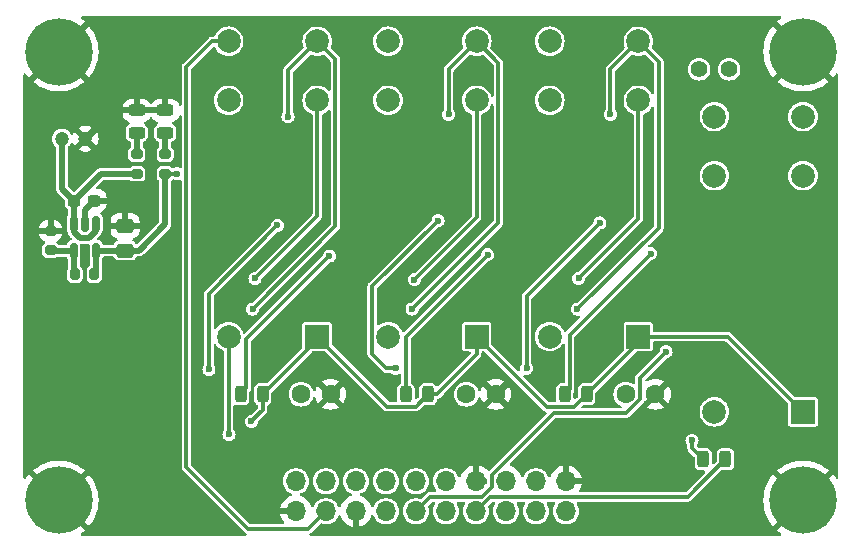
<source format=gbr>
%TF.GenerationSoftware,KiCad,Pcbnew,7.0.11-rc3*%
%TF.CreationDate,2025-03-16T23:30:22+08:00*%
%TF.ProjectId,SDC 2,53444320-322e-46b6-9963-61645f706362,rev?*%
%TF.SameCoordinates,Original*%
%TF.FileFunction,Copper,L1,Top*%
%TF.FilePolarity,Positive*%
%FSLAX46Y46*%
G04 Gerber Fmt 4.6, Leading zero omitted, Abs format (unit mm)*
G04 Created by KiCad (PCBNEW 7.0.11-rc3) date 2025-03-16 23:30:22*
%MOMM*%
%LPD*%
G01*
G04 APERTURE LIST*
G04 Aperture macros list*
%AMRoundRect*
0 Rectangle with rounded corners*
0 $1 Rounding radius*
0 $2 $3 $4 $5 $6 $7 $8 $9 X,Y pos of 4 corners*
0 Add a 4 corners polygon primitive as box body*
4,1,4,$2,$3,$4,$5,$6,$7,$8,$9,$2,$3,0*
0 Add four circle primitives for the rounded corners*
1,1,$1+$1,$2,$3*
1,1,$1+$1,$4,$5*
1,1,$1+$1,$6,$7*
1,1,$1+$1,$8,$9*
0 Add four rect primitives between the rounded corners*
20,1,$1+$1,$2,$3,$4,$5,0*
20,1,$1+$1,$4,$5,$6,$7,0*
20,1,$1+$1,$6,$7,$8,$9,0*
20,1,$1+$1,$8,$9,$2,$3,0*%
G04 Aperture macros list end*
%TA.AperFunction,ComponentPad*%
%ADD10C,5.700000*%
%TD*%
%TA.AperFunction,SMDPad,CuDef*%
%ADD11RoundRect,0.243750X-0.243750X-0.456250X0.243750X-0.456250X0.243750X0.456250X-0.243750X0.456250X0*%
%TD*%
%TA.AperFunction,SMDPad,CuDef*%
%ADD12RoundRect,0.150000X-0.150000X0.512500X-0.150000X-0.512500X0.150000X-0.512500X0.150000X0.512500X0*%
%TD*%
%TA.AperFunction,SMDPad,CuDef*%
%ADD13RoundRect,0.237500X-0.300000X-0.237500X0.300000X-0.237500X0.300000X0.237500X-0.300000X0.237500X0*%
%TD*%
%TA.AperFunction,ComponentPad*%
%ADD14C,1.400000*%
%TD*%
%TA.AperFunction,ComponentPad*%
%ADD15C,2.000000*%
%TD*%
%TA.AperFunction,ComponentPad*%
%ADD16R,2.000000X2.000000*%
%TD*%
%TA.AperFunction,SMDPad,CuDef*%
%ADD17RoundRect,0.200000X0.275000X-0.200000X0.275000X0.200000X-0.275000X0.200000X-0.275000X-0.200000X0*%
%TD*%
%TA.AperFunction,SMDPad,CuDef*%
%ADD18RoundRect,0.200000X0.200000X0.275000X-0.200000X0.275000X-0.200000X-0.275000X0.200000X-0.275000X0*%
%TD*%
%TA.AperFunction,ComponentPad*%
%ADD19C,1.600000*%
%TD*%
%TA.AperFunction,ComponentPad*%
%ADD20O,1.700000X1.700000*%
%TD*%
%TA.AperFunction,SMDPad,CuDef*%
%ADD21RoundRect,0.250000X0.475000X-0.337500X0.475000X0.337500X-0.475000X0.337500X-0.475000X-0.337500X0*%
%TD*%
%TA.AperFunction,ComponentPad*%
%ADD22C,1.200000*%
%TD*%
%TA.AperFunction,SMDPad,CuDef*%
%ADD23RoundRect,0.243750X-0.456250X0.243750X-0.456250X-0.243750X0.456250X-0.243750X0.456250X0.243750X0*%
%TD*%
%TA.AperFunction,SMDPad,CuDef*%
%ADD24RoundRect,0.200000X-0.275000X0.200000X-0.275000X-0.200000X0.275000X-0.200000X0.275000X0.200000X0*%
%TD*%
%TA.AperFunction,ViaPad*%
%ADD25C,0.600000*%
%TD*%
%TA.AperFunction,Conductor*%
%ADD26C,0.500000*%
%TD*%
%TA.AperFunction,Conductor*%
%ADD27C,0.300000*%
%TD*%
G04 APERTURE END LIST*
D10*
%TO.P,H3,1,1*%
%TO.N,GND*%
X119500000Y-51500000D03*
%TD*%
D11*
%TO.P,D5,1,K*%
%TO.N,Net-(D5-K)*%
X111062500Y-86000000D03*
%TO.P,D5,2,A*%
%TO.N,SW_Fault*%
X112937500Y-86000000D03*
%TD*%
D12*
%TO.P,U10,1,VIN*%
%TO.N,+12V*%
X59650000Y-66087500D03*
%TO.P,U10,2,GND*%
%TO.N,GND*%
X58700000Y-66087500D03*
%TO.P,U10,3,EN*%
%TO.N,+12V*%
X57750000Y-66087500D03*
%TO.P,U10,4,ADJ*%
%TO.N,Net-(U10-ADJ)*%
X57750000Y-68362500D03*
%TO.P,U10,5,VOUT*%
%TO.N,+5V*%
X59650000Y-68362500D03*
%TD*%
D13*
%TO.P,C16,1*%
%TO.N,+12V*%
X57775000Y-64112500D03*
%TO.P,C16,2*%
%TO.N,GND*%
X59500000Y-64112500D03*
%TD*%
D14*
%TO.P,JP1,1,A*%
%TO.N,BMS_OUT*%
X110710000Y-53000000D03*
%TO.P,JP1,2,B*%
%TO.N,SW_OUT*%
X113250000Y-53000000D03*
%TD*%
D10*
%TO.P,H4,1,1*%
%TO.N,GND*%
X56500000Y-89500000D03*
%TD*%
D15*
%TO.P,K4,13*%
%TO.N,IMD_FAULT_OUT*%
X91871320Y-55621320D03*
%TO.P,K4,14*%
%TO.N,Net-(Q4-D)*%
X91871320Y-50621320D03*
%TO.P,K4,23*%
%TO.N,BMS_IN*%
X84371320Y-55621320D03*
%TO.P,K4,24*%
%TO.N,BSPD_OUT*%
X84371320Y-50621320D03*
D16*
%TO.P,K4,A1*%
%TO.N,+12V*%
X91871320Y-75621320D03*
D15*
%TO.P,K4,A2*%
%TO.N,IMD_FAULT_OUT*%
X84371320Y-75621320D03*
%TD*%
D17*
%TO.P,R18,1*%
%TO.N,+12V*%
X63100000Y-61837500D03*
%TO.P,R18,2*%
%TO.N,Net-(D8-A)*%
X63100000Y-60187500D03*
%TD*%
D18*
%TO.P,R33,1*%
%TO.N,+5V*%
X59500000Y-70362500D03*
%TO.P,R33,2*%
%TO.N,Net-(U10-ADJ)*%
X57850000Y-70362500D03*
%TD*%
D19*
%TO.P,C11,1*%
%TO.N,Net-(Q4-D)*%
X91000000Y-80500000D03*
%TO.P,C11,2*%
%TO.N,GND*%
X93500000Y-80500000D03*
%TD*%
D15*
%TO.P,K2,13*%
%TO.N,BMS_FAULT_OUT*%
X105558820Y-55621320D03*
%TO.P,K2,14*%
%TO.N,Net-(Q2-D)*%
X105558820Y-50621320D03*
%TO.P,K2,23*%
%TO.N,BMS_OUT*%
X98058820Y-55621320D03*
%TO.P,K2,24*%
%TO.N,BMS_IN*%
X98058820Y-50621320D03*
D16*
%TO.P,K2,A1*%
%TO.N,+12V*%
X105558820Y-75621320D03*
D15*
%TO.P,K2,A2*%
%TO.N,BMS_FAULT_OUT*%
X98058820Y-75621320D03*
%TD*%
D11*
%TO.P,D10,1,K*%
%TO.N,Net-(D10-K)*%
X85875000Y-80500000D03*
%TO.P,D10,2,A*%
%TO.N,+12V*%
X87750000Y-80500000D03*
%TD*%
D20*
%TO.P,J1,1,Pin_1*%
%TO.N,GND*%
X99424999Y-87860000D03*
%TO.P,J1,2,Pin_2*%
%TO.N,VDC*%
X99424999Y-90400000D03*
%TO.P,J1,3,Pin_3*%
%TO.N,SW_OUT*%
X96884999Y-87860000D03*
%TO.P,J1,4,Pin_4*%
%TO.N,VDC*%
X96884999Y-90400000D03*
%TO.P,J1,5,Pin_5*%
%TO.N,GND*%
X94344999Y-87860000D03*
%TO.P,J1,6,Pin_6*%
%TO.N,unconnected-(J1-Pin_6-Pad6)*%
X94344999Y-90400000D03*
%TO.P,J1,7,Pin_7*%
%TO.N,GND*%
X91804999Y-87860000D03*
%TO.P,J1,8,Pin_8*%
%TO.N,SW_Fault*%
X91804999Y-90400000D03*
%TO.P,J1,9,Pin_9*%
%TO.N,BMS_FAULT*%
X89264999Y-87860000D03*
%TO.P,J1,10,Pin_10*%
%TO.N,BMS_LED*%
X89264999Y-90400000D03*
%TO.P,J1,11,Pin_11*%
%TO.N,IMD_RST*%
X86724999Y-87860000D03*
%TO.P,J1,12,Pin_12*%
%TO.N,BMS_RST*%
X86724999Y-90400000D03*
%TO.P,J1,13,Pin_13*%
%TO.N,IMD_LED*%
X84184999Y-87860000D03*
%TO.P,J1,14,Pin_14*%
%TO.N,IMD_FAULT*%
X84184999Y-90400000D03*
%TO.P,J1,15,Pin_15*%
%TO.N,BSPD_FAULT*%
X81644999Y-87860000D03*
%TO.P,J1,16,Pin_16*%
%TO.N,GND*%
X81644999Y-90400000D03*
%TO.P,J1,17,Pin_17*%
%TO.N,BSPD_RST*%
X79104999Y-87860000D03*
%TO.P,J1,18,Pin_18*%
%TO.N,BSPD_IN*%
X79104999Y-90400000D03*
%TO.P,J1,19,Pin_19*%
%TO.N,BSPD_LED*%
X76564999Y-87860000D03*
%TO.P,J1,20,Pin_20*%
%TO.N,GND*%
X76564999Y-90400000D03*
%TD*%
D10*
%TO.P,H1,1,1*%
%TO.N,GND*%
X56500000Y-51500000D03*
%TD*%
D17*
%TO.P,R19,1*%
%TO.N,+5V*%
X65500000Y-61837500D03*
%TO.P,R19,2*%
%TO.N,Net-(D9-A)*%
X65500000Y-60187500D03*
%TD*%
D21*
%TO.P,C17,1*%
%TO.N,+5V*%
X62100000Y-68337500D03*
%TO.P,C17,2*%
%TO.N,GND*%
X62100000Y-66262500D03*
%TD*%
D15*
%TO.P,K3,13*%
%TO.N,unconnected-(K3-Pad13)*%
X119500000Y-62000000D03*
%TO.P,K3,14*%
%TO.N,unconnected-(K3-Pad14)*%
X119500000Y-57000000D03*
%TO.P,K3,23*%
%TO.N,SW_OUT*%
X112000000Y-62000000D03*
%TO.P,K3,24*%
%TO.N,BMS_OUT*%
X112000000Y-57000000D03*
D16*
%TO.P,K3,A1*%
%TO.N,+12V*%
X119500000Y-82000000D03*
D15*
%TO.P,K3,A2*%
%TO.N,Net-(D11-A)*%
X112000000Y-82000000D03*
%TD*%
D19*
%TO.P,C12,1*%
%TO.N,Net-(Q1-D)*%
X77000000Y-80500000D03*
%TO.P,C12,2*%
%TO.N,GND*%
X79500000Y-80500000D03*
%TD*%
D22*
%TO.P,C5,1*%
%TO.N,+12V*%
X56750000Y-58862500D03*
%TO.P,C5,2*%
%TO.N,GND*%
X58750000Y-58862500D03*
%TD*%
D23*
%TO.P,D9,1,K*%
%TO.N,GND*%
X65500000Y-56475000D03*
%TO.P,D9,2,A*%
%TO.N,Net-(D9-A)*%
X65500000Y-58350000D03*
%TD*%
%TO.P,D8,1,K*%
%TO.N,GND*%
X63100000Y-56475000D03*
%TO.P,D8,2,A*%
%TO.N,Net-(D8-A)*%
X63100000Y-58350000D03*
%TD*%
D19*
%TO.P,C13,1*%
%TO.N,Net-(Q2-D)*%
X104500000Y-80500000D03*
%TO.P,C13,2*%
%TO.N,GND*%
X107000000Y-80500000D03*
%TD*%
D11*
%TO.P,D1,1,K*%
%TO.N,Net-(D1-K)*%
X71875000Y-80500000D03*
%TO.P,D1,2,A*%
%TO.N,+12V*%
X73750000Y-80500000D03*
%TD*%
D24*
%TO.P,R34,1*%
%TO.N,GND*%
X55800000Y-66675000D03*
%TO.P,R34,2*%
%TO.N,Net-(U10-ADJ)*%
X55800000Y-68325000D03*
%TD*%
D15*
%TO.P,K1,13*%
%TO.N,BSPD_FAULT_OUT*%
X78371320Y-55621320D03*
%TO.P,K1,14*%
%TO.N,Net-(Q1-D)*%
X78371320Y-50621320D03*
%TO.P,K1,23*%
%TO.N,BSPD_OUT*%
X70871320Y-55621320D03*
%TO.P,K1,24*%
%TO.N,BSPD_IN*%
X70871320Y-50621320D03*
D16*
%TO.P,K1,A1*%
%TO.N,+12V*%
X78371320Y-75621320D03*
D15*
%TO.P,K1,A2*%
%TO.N,BSPD_FAULT_OUT*%
X70871320Y-75621320D03*
%TD*%
D10*
%TO.P,H2,1,1*%
%TO.N,GND*%
X119500000Y-89500000D03*
%TD*%
D11*
%TO.P,D2,1,K*%
%TO.N,Net-(D2-K)*%
X99312500Y-80500000D03*
%TO.P,D2,2,A*%
%TO.N,+12V*%
X101187500Y-80500000D03*
%TD*%
D25*
%TO.N,+5V*%
X66500000Y-61837500D03*
%TO.N,+12V*%
X72800000Y-82800000D03*
%TO.N,Net-(D1-K)*%
X79400000Y-68800000D03*
%TO.N,Net-(D2-K)*%
X106600000Y-68600000D03*
%TO.N,BSPD_FAULT_OUT*%
X70900000Y-83900000D03*
X73100000Y-70700000D03*
%TO.N,BMS_FAULT_OUT*%
X100500000Y-70700000D03*
%TO.N,Net-(D5-K)*%
X110100000Y-84400000D03*
%TO.N,Net-(D6-A)*%
X88600000Y-65800000D03*
X85000000Y-78300000D03*
%TO.N,Net-(D10-K)*%
X92800000Y-68700000D03*
%TO.N,IMD_FAULT_OUT*%
X86600000Y-70800000D03*
%TO.N,BMS_RST*%
X107900000Y-76900000D03*
%TO.N,Net-(Q1-D)*%
X72900000Y-73300000D03*
X75900000Y-57000000D03*
%TO.N,Net-(Q2-D)*%
X103200000Y-56800000D03*
X100400000Y-73300000D03*
%TO.N,Net-(Q4-D)*%
X86400000Y-73300000D03*
X89500000Y-56800000D03*
%TO.N,Net-(U3-+)*%
X69200000Y-78400000D03*
X75000000Y-66200000D03*
%TO.N,Net-(U4-+)*%
X102300000Y-66000000D03*
X96100000Y-78300000D03*
%TO.N,GND*%
X62100000Y-65000000D03*
X76000000Y-63900000D03*
X85600000Y-84900000D03*
X99200000Y-64900000D03*
X98300000Y-83500000D03*
X72000000Y-65100000D03*
X89500000Y-63700000D03*
X73700000Y-68700000D03*
X85500000Y-64900000D03*
X103300000Y-63700000D03*
%TD*%
D26*
%TO.N,+5V*%
X62100000Y-68337500D02*
X59675000Y-68337500D01*
X63262500Y-68337500D02*
X65500000Y-66100000D01*
X65500000Y-66100000D02*
X65500000Y-61837500D01*
X59675000Y-68337500D02*
X59650000Y-68362500D01*
X59650000Y-68362500D02*
X59650000Y-70212500D01*
X59650000Y-70212500D02*
X59500000Y-70362500D01*
D27*
X66500000Y-61837500D02*
X65500000Y-61837500D01*
D26*
X62100000Y-68337500D02*
X63262500Y-68337500D01*
%TO.N,+12V*%
X59650000Y-66652684D02*
X59052684Y-67250000D01*
D27*
X97850000Y-81600000D02*
X100087500Y-81600000D01*
X84300000Y-81550000D02*
X78371320Y-75621320D01*
X73750000Y-81850000D02*
X72800000Y-82800000D01*
X113121320Y-75621320D02*
X105558820Y-75621320D01*
X88500000Y-80500000D02*
X91871320Y-77128680D01*
D26*
X56750000Y-58862500D02*
X56750000Y-63087500D01*
D27*
X100087500Y-81600000D02*
X101187500Y-80500000D01*
X119500000Y-82000000D02*
X113121320Y-75621320D01*
D26*
X57775000Y-64112500D02*
X57775000Y-66062500D01*
D27*
X101187500Y-80500000D02*
X105558820Y-76128680D01*
X91871320Y-75621320D02*
X97850000Y-81600000D01*
D26*
X57775000Y-66062500D02*
X57750000Y-66087500D01*
X59650000Y-66087500D02*
X59650000Y-66652684D01*
X60050000Y-61837500D02*
X63100000Y-61837500D01*
X56750000Y-63087500D02*
X57775000Y-64112500D01*
X58250000Y-67250000D02*
X57750000Y-66749999D01*
X57775000Y-64112500D02*
X60050000Y-61837500D01*
D27*
X73750000Y-80500000D02*
X73750000Y-81850000D01*
X73750000Y-80500000D02*
X78371320Y-75878680D01*
X78371320Y-75878680D02*
X78371320Y-75621320D01*
X87750000Y-80500000D02*
X88500000Y-80500000D01*
X86700000Y-81550000D02*
X84300000Y-81550000D01*
D26*
X57750000Y-66749999D02*
X57750000Y-66087500D01*
D27*
X87750000Y-80500000D02*
X86700000Y-81550000D01*
D26*
X59052684Y-67250000D02*
X58250000Y-67250000D01*
D27*
X91871320Y-77128680D02*
X91871320Y-75621320D01*
X105558820Y-76128680D02*
X105558820Y-75621320D01*
%TO.N,Net-(D1-K)*%
X72361297Y-75838703D02*
X79400000Y-68800000D01*
X72361297Y-80013703D02*
X72361297Y-75838703D01*
X71875000Y-80500000D02*
X72361297Y-80013703D01*
%TO.N,Net-(D2-K)*%
X99312500Y-80500000D02*
X99750000Y-80062500D01*
X99750000Y-75450000D02*
X106600000Y-68600000D01*
X99750000Y-80062500D02*
X99750000Y-75450000D01*
%TO.N,BSPD_FAULT_OUT*%
X70871320Y-75621320D02*
X70871320Y-83871320D01*
X70871320Y-83871320D02*
X70900000Y-83900000D01*
X78371320Y-55621320D02*
X78371320Y-65428680D01*
X78371320Y-65428680D02*
X73100000Y-70700000D01*
%TO.N,BMS_FAULT_OUT*%
X105558820Y-55621320D02*
X105558820Y-65641180D01*
X105558820Y-65641180D02*
X100500000Y-70700000D01*
%TO.N,Net-(D5-K)*%
X110100000Y-84400000D02*
X110100000Y-85037500D01*
X110100000Y-85037500D02*
X111062500Y-86000000D01*
%TO.N,SW_Fault*%
X112937500Y-86000000D02*
X109737500Y-89200000D01*
X93004999Y-89200000D02*
X91804999Y-90400000D01*
X109737500Y-89200000D02*
X93004999Y-89200000D01*
%TO.N,Net-(D6-A)*%
X83021320Y-71378680D02*
X83021320Y-77099876D01*
X84221444Y-78300000D02*
X85000000Y-78300000D01*
X83021320Y-77099876D02*
X84221444Y-78300000D01*
X88600000Y-65800000D02*
X83021320Y-71378680D01*
D26*
%TO.N,Net-(D8-A)*%
X63100000Y-60187500D02*
X63100000Y-58350000D01*
%TO.N,Net-(D9-A)*%
X65500000Y-60187500D02*
X65500000Y-58350000D01*
D27*
%TO.N,Net-(D10-K)*%
X85875000Y-75625000D02*
X92800000Y-68700000D01*
X85875000Y-80500000D02*
X85875000Y-75625000D01*
%TO.N,IMD_FAULT_OUT*%
X91871320Y-65528680D02*
X86600000Y-70800000D01*
X91871320Y-55621320D02*
X91871320Y-65528680D01*
%TO.N,BMS_RST*%
X93144999Y-88352894D02*
X93144999Y-87362943D01*
X93144999Y-87362943D02*
X98407942Y-82100000D01*
X105700000Y-79100000D02*
X107900000Y-76900000D01*
X105700000Y-80926346D02*
X105700000Y-79100000D01*
X92297893Y-89200000D02*
X93144999Y-88352894D01*
X86724999Y-90400000D02*
X87924999Y-89200000D01*
X98407942Y-82100000D02*
X104526346Y-82100000D01*
X87924999Y-89200000D02*
X92297893Y-89200000D01*
X104526346Y-82100000D02*
X105700000Y-80926346D01*
%TO.N,BSPD_IN*%
X72500000Y-91900000D02*
X77604999Y-91900000D01*
X67300000Y-52778427D02*
X67300000Y-86700000D01*
X77604999Y-91900000D02*
X79104999Y-90400000D01*
X67300000Y-86700000D02*
X72500000Y-91900000D01*
X70871320Y-50621320D02*
X69457107Y-50621320D01*
X69457107Y-50621320D02*
X67300000Y-52778427D01*
%TO.N,Net-(Q1-D)*%
X79900000Y-66300000D02*
X79900000Y-52150000D01*
X79900000Y-52150000D02*
X78371320Y-50621320D01*
X75900000Y-57000000D02*
X75900000Y-53092640D01*
X72900000Y-73300000D02*
X79900000Y-66300000D01*
X75900000Y-53092640D02*
X78371320Y-50621320D01*
%TO.N,Net-(Q2-D)*%
X107300000Y-66400000D02*
X107300000Y-52362500D01*
X103200000Y-52980140D02*
X105558820Y-50621320D01*
X100400000Y-73300000D02*
X107300000Y-66400000D01*
X103200000Y-56800000D02*
X103200000Y-52980140D01*
X107300000Y-52362500D02*
X105558820Y-50621320D01*
%TO.N,Net-(Q4-D)*%
X93700000Y-66000000D02*
X93700000Y-52450000D01*
X86400000Y-73300000D02*
X93700000Y-66000000D01*
X89500000Y-56800000D02*
X89500000Y-52992640D01*
X93700000Y-52450000D02*
X91871320Y-50621320D01*
X89500000Y-52992640D02*
X91871320Y-50621320D01*
%TO.N,Net-(U3-+)*%
X69200000Y-72000000D02*
X69200000Y-74800000D01*
X69200000Y-74800000D02*
X69200000Y-78400000D01*
X75000000Y-66200000D02*
X69200000Y-72000000D01*
%TO.N,Net-(U4-+)*%
X96100000Y-78300000D02*
X96100000Y-72200000D01*
X96100000Y-72200000D02*
X102300000Y-66000000D01*
D26*
%TO.N,GND*%
X62100000Y-66262500D02*
X62100000Y-65000000D01*
X58700000Y-66087500D02*
X58700000Y-64912500D01*
X58700000Y-64912500D02*
X59500000Y-64112500D01*
%TO.N,Net-(U10-ADJ)*%
X57750000Y-68362500D02*
X57750000Y-70262500D01*
X57750000Y-68362500D02*
X55837500Y-68362500D01*
X55837500Y-68362500D02*
X55800000Y-68325000D01*
X57750000Y-70262500D02*
X57850000Y-70362500D01*
%TD*%
%TA.AperFunction,Conductor*%
%TO.N,GND*%
G36*
X92687538Y-87629685D02*
G01*
X92733293Y-87682489D01*
X92744499Y-87734000D01*
X92744499Y-87986000D01*
X92724814Y-88053039D01*
X92672010Y-88098794D01*
X92620499Y-88110000D01*
X92238685Y-88110000D01*
X92264492Y-88069844D01*
X92304999Y-87931889D01*
X92304999Y-87788111D01*
X92264492Y-87650156D01*
X92238685Y-87610000D01*
X92620499Y-87610000D01*
X92687538Y-87629685D01*
G37*
%TD.AperFunction*%
%TA.AperFunction,Conductor*%
G36*
X93885506Y-87650156D02*
G01*
X93844999Y-87788111D01*
X93844999Y-87931889D01*
X93885506Y-88069844D01*
X93911313Y-88110000D01*
X93669499Y-88110000D01*
X93602460Y-88090315D01*
X93556705Y-88037511D01*
X93545499Y-87986000D01*
X93545499Y-87734000D01*
X93565184Y-87666961D01*
X93617988Y-87621206D01*
X93669499Y-87610000D01*
X93911313Y-87610000D01*
X93885506Y-87650156D01*
G37*
%TD.AperFunction*%
%TA.AperFunction,Conductor*%
G36*
X117609200Y-48520185D02*
G01*
X117654955Y-48572989D01*
X117664899Y-48642147D01*
X117635874Y-48705703D01*
X117617202Y-48723216D01*
X117328075Y-48943002D01*
X117311888Y-48958335D01*
X117311887Y-48958335D01*
X118555819Y-50202266D01*
X118365130Y-50365130D01*
X118202266Y-50555818D01*
X116960970Y-49314522D01*
X116960969Y-49314523D01*
X116829177Y-49469680D01*
X116829170Y-49469690D01*
X116625318Y-49770348D01*
X116625316Y-49770352D01*
X116455161Y-50091297D01*
X116455152Y-50091315D01*
X116320697Y-50428772D01*
X116320695Y-50428779D01*
X116223519Y-50778777D01*
X116223517Y-50778785D01*
X116164746Y-51137271D01*
X116145080Y-51499997D01*
X116145080Y-51500002D01*
X116164746Y-51862728D01*
X116223517Y-52221214D01*
X116223519Y-52221222D01*
X116320695Y-52571220D01*
X116320697Y-52571227D01*
X116455152Y-52908684D01*
X116455161Y-52908702D01*
X116625316Y-53229647D01*
X116625318Y-53229651D01*
X116829170Y-53530309D01*
X116829177Y-53530319D01*
X116960969Y-53685475D01*
X116960970Y-53685475D01*
X118202266Y-52444180D01*
X118365130Y-52634870D01*
X118555818Y-52797732D01*
X117311888Y-54041662D01*
X117311888Y-54041664D01*
X117328070Y-54056992D01*
X117328071Y-54056993D01*
X117617266Y-54276832D01*
X117617282Y-54276843D01*
X117928522Y-54464109D01*
X117928535Y-54464116D01*
X118258205Y-54616639D01*
X118258210Y-54616640D01*
X118602461Y-54732632D01*
X118957235Y-54810724D01*
X119318366Y-54849999D01*
X119318374Y-54850000D01*
X119681626Y-54850000D01*
X119681633Y-54849999D01*
X120042764Y-54810724D01*
X120397538Y-54732632D01*
X120741789Y-54616640D01*
X120741794Y-54616639D01*
X121071464Y-54464116D01*
X121071477Y-54464109D01*
X121382717Y-54276843D01*
X121382733Y-54276832D01*
X121671929Y-54056992D01*
X121688110Y-54041664D01*
X121688110Y-54041663D01*
X120444180Y-52797733D01*
X120634870Y-52634870D01*
X120797733Y-52444180D01*
X122039028Y-53685475D01*
X122039029Y-53685475D01*
X122170827Y-53530311D01*
X122170829Y-53530309D01*
X122272865Y-53379818D01*
X122326780Y-53335377D01*
X122396162Y-53327139D01*
X122458984Y-53357719D01*
X122495300Y-53417410D01*
X122499499Y-53449405D01*
X122499499Y-87550595D01*
X122479814Y-87617634D01*
X122427010Y-87663389D01*
X122357852Y-87673333D01*
X122294296Y-87644308D01*
X122272866Y-87620182D01*
X122170829Y-87469690D01*
X122170822Y-87469680D01*
X122039029Y-87314523D01*
X122039028Y-87314523D01*
X120797733Y-88555818D01*
X120634870Y-88365130D01*
X120444180Y-88202266D01*
X121688110Y-86958336D01*
X121688110Y-86958334D01*
X121671929Y-86943007D01*
X121671928Y-86943006D01*
X121382733Y-86723167D01*
X121382717Y-86723156D01*
X121071477Y-86535890D01*
X121071464Y-86535883D01*
X120741794Y-86383360D01*
X120741789Y-86383359D01*
X120397538Y-86267367D01*
X120042764Y-86189275D01*
X119681633Y-86150000D01*
X119318366Y-86150000D01*
X118957235Y-86189275D01*
X118602461Y-86267367D01*
X118258210Y-86383359D01*
X118258205Y-86383360D01*
X117928535Y-86535883D01*
X117928522Y-86535890D01*
X117617282Y-86723156D01*
X117617266Y-86723167D01*
X117328075Y-86943002D01*
X117311888Y-86958335D01*
X117311887Y-86958335D01*
X118555819Y-88202266D01*
X118365130Y-88365130D01*
X118202266Y-88555818D01*
X116960970Y-87314522D01*
X116960969Y-87314523D01*
X116829177Y-87469680D01*
X116829170Y-87469690D01*
X116625318Y-87770348D01*
X116625316Y-87770352D01*
X116455161Y-88091297D01*
X116455152Y-88091315D01*
X116320697Y-88428772D01*
X116320695Y-88428779D01*
X116223519Y-88778777D01*
X116223517Y-88778785D01*
X116164746Y-89137271D01*
X116145080Y-89499997D01*
X116145080Y-89500002D01*
X116164746Y-89862728D01*
X116223517Y-90221214D01*
X116223519Y-90221222D01*
X116320695Y-90571220D01*
X116320697Y-90571227D01*
X116455152Y-90908684D01*
X116455161Y-90908702D01*
X116625316Y-91229647D01*
X116625318Y-91229651D01*
X116829170Y-91530309D01*
X116829177Y-91530319D01*
X116960969Y-91685475D01*
X116960970Y-91685475D01*
X118202266Y-90444180D01*
X118365130Y-90634870D01*
X118555818Y-90797732D01*
X117311888Y-92041662D01*
X117311888Y-92041664D01*
X117328070Y-92056992D01*
X117328071Y-92056993D01*
X117617201Y-92276783D01*
X117658659Y-92333025D01*
X117663128Y-92402751D01*
X117629191Y-92463825D01*
X117567623Y-92496857D01*
X117542160Y-92499499D01*
X77838085Y-92499499D01*
X77771046Y-92479814D01*
X77725291Y-92427010D01*
X77715347Y-92357852D01*
X77744372Y-92294296D01*
X77781792Y-92265013D01*
X77789083Y-92261297D01*
X77789089Y-92261296D01*
X77807025Y-92248263D01*
X77823587Y-92238114D01*
X77843341Y-92228050D01*
X77858833Y-92212557D01*
X77858840Y-92212552D01*
X77973750Y-92097642D01*
X78605455Y-91465934D01*
X78666776Y-91432451D01*
X78736467Y-91437435D01*
X78737755Y-91437925D01*
X78802543Y-91463024D01*
X79003023Y-91500500D01*
X79003025Y-91500500D01*
X79206973Y-91500500D01*
X79206975Y-91500500D01*
X79407455Y-91463024D01*
X79597636Y-91389348D01*
X79771040Y-91281981D01*
X79921763Y-91144579D01*
X80044672Y-90981821D01*
X80106597Y-90857456D01*
X80131816Y-90806812D01*
X80179318Y-90755575D01*
X80246981Y-90738153D01*
X80313322Y-90760078D01*
X80357277Y-90814389D01*
X80362591Y-90829989D01*
X80371566Y-90863485D01*
X80371569Y-90863492D01*
X80471398Y-91077578D01*
X80606893Y-91271082D01*
X80773916Y-91438105D01*
X80967420Y-91573600D01*
X81181506Y-91673429D01*
X81181515Y-91673433D01*
X81394999Y-91730634D01*
X81394999Y-90835501D01*
X81502684Y-90884680D01*
X81609236Y-90900000D01*
X81680762Y-90900000D01*
X81787314Y-90884680D01*
X81894999Y-90835501D01*
X81894999Y-91730633D01*
X82108482Y-91673433D01*
X82108491Y-91673429D01*
X82322577Y-91573600D01*
X82516081Y-91438105D01*
X82683104Y-91271082D01*
X82818599Y-91077578D01*
X82918428Y-90863492D01*
X82918430Y-90863489D01*
X82927405Y-90829992D01*
X82963769Y-90770331D01*
X83026615Y-90739800D01*
X83095991Y-90748094D01*
X83149870Y-90792578D01*
X83158181Y-90806811D01*
X83245326Y-90981821D01*
X83368236Y-91144581D01*
X83518957Y-91281980D01*
X83518959Y-91281982D01*
X83618140Y-91343392D01*
X83692362Y-91389348D01*
X83882543Y-91463024D01*
X84083023Y-91500500D01*
X84083025Y-91500500D01*
X84286973Y-91500500D01*
X84286975Y-91500500D01*
X84487455Y-91463024D01*
X84677636Y-91389348D01*
X84851040Y-91281981D01*
X85001763Y-91144579D01*
X85124672Y-90981821D01*
X85215581Y-90799250D01*
X85271396Y-90603083D01*
X85290214Y-90400000D01*
X85271396Y-90196917D01*
X85215581Y-90000750D01*
X85200273Y-89970008D01*
X85164750Y-89898667D01*
X85124672Y-89818179D01*
X85001763Y-89655421D01*
X85001761Y-89655418D01*
X84851040Y-89518019D01*
X84851038Y-89518017D01*
X84677641Y-89410655D01*
X84677634Y-89410651D01*
X84566366Y-89367546D01*
X84487455Y-89336976D01*
X84286975Y-89299500D01*
X84083023Y-89299500D01*
X83882543Y-89336976D01*
X83882540Y-89336976D01*
X83882540Y-89336977D01*
X83692363Y-89410651D01*
X83692356Y-89410655D01*
X83518959Y-89518017D01*
X83518957Y-89518019D01*
X83368236Y-89655418D01*
X83245326Y-89818178D01*
X83158181Y-89993188D01*
X83110678Y-90044425D01*
X83043015Y-90061846D01*
X82976675Y-90039920D01*
X82932720Y-89985609D01*
X82927406Y-89970008D01*
X82918433Y-89936518D01*
X82918428Y-89936507D01*
X82818599Y-89722422D01*
X82818598Y-89722420D01*
X82683112Y-89528926D01*
X82683107Y-89528920D01*
X82516081Y-89361894D01*
X82322577Y-89226399D01*
X82108491Y-89126570D01*
X82108476Y-89126564D01*
X82069413Y-89116097D01*
X82009753Y-89079732D01*
X81979225Y-89016885D01*
X81987520Y-88947509D01*
X82032006Y-88893632D01*
X82056709Y-88880698D01*
X82137636Y-88849348D01*
X82311040Y-88741981D01*
X82461763Y-88604579D01*
X82584672Y-88441821D01*
X82675581Y-88259250D01*
X82731396Y-88063083D01*
X82750214Y-87860000D01*
X83079784Y-87860000D01*
X83098601Y-88063082D01*
X83154416Y-88259247D01*
X83154421Y-88259260D01*
X83245326Y-88441821D01*
X83368236Y-88604581D01*
X83518957Y-88741980D01*
X83518959Y-88741982D01*
X83590313Y-88786162D01*
X83692362Y-88849348D01*
X83882543Y-88923024D01*
X84083023Y-88960500D01*
X84083025Y-88960500D01*
X84286973Y-88960500D01*
X84286975Y-88960500D01*
X84487455Y-88923024D01*
X84677636Y-88849348D01*
X84851040Y-88741981D01*
X85001763Y-88604579D01*
X85124672Y-88441821D01*
X85215581Y-88259250D01*
X85271396Y-88063083D01*
X85290214Y-87860000D01*
X85619784Y-87860000D01*
X85638601Y-88063082D01*
X85694416Y-88259247D01*
X85694421Y-88259260D01*
X85785326Y-88441821D01*
X85908236Y-88604581D01*
X86058957Y-88741980D01*
X86058959Y-88741982D01*
X86130313Y-88786162D01*
X86232362Y-88849348D01*
X86422543Y-88923024D01*
X86623023Y-88960500D01*
X86623025Y-88960500D01*
X86826973Y-88960500D01*
X86826975Y-88960500D01*
X87027455Y-88923024D01*
X87217636Y-88849348D01*
X87391040Y-88741981D01*
X87541763Y-88604579D01*
X87664672Y-88441821D01*
X87755581Y-88259250D01*
X87811396Y-88063083D01*
X87830214Y-87860000D01*
X87811396Y-87656917D01*
X87755581Y-87460750D01*
X87740273Y-87430008D01*
X87705414Y-87360000D01*
X87664672Y-87278179D01*
X87570166Y-87153033D01*
X87541761Y-87115418D01*
X87391040Y-86978019D01*
X87391038Y-86978017D01*
X87217641Y-86870655D01*
X87217634Y-86870651D01*
X87100586Y-86825307D01*
X87027455Y-86796976D01*
X86826975Y-86759500D01*
X86623023Y-86759500D01*
X86422543Y-86796976D01*
X86422540Y-86796976D01*
X86422540Y-86796977D01*
X86232363Y-86870651D01*
X86232356Y-86870655D01*
X86058959Y-86978017D01*
X86058957Y-86978019D01*
X85908236Y-87115418D01*
X85785326Y-87278178D01*
X85694421Y-87460739D01*
X85694416Y-87460752D01*
X85638601Y-87656917D01*
X85619784Y-87859999D01*
X85619784Y-87860000D01*
X85290214Y-87860000D01*
X85271396Y-87656917D01*
X85215581Y-87460750D01*
X85200273Y-87430008D01*
X85165414Y-87360000D01*
X85124672Y-87278179D01*
X85030166Y-87153033D01*
X85001761Y-87115418D01*
X84851040Y-86978019D01*
X84851038Y-86978017D01*
X84677641Y-86870655D01*
X84677634Y-86870651D01*
X84560586Y-86825307D01*
X84487455Y-86796976D01*
X84286975Y-86759500D01*
X84083023Y-86759500D01*
X83882543Y-86796976D01*
X83882540Y-86796976D01*
X83882540Y-86796977D01*
X83692363Y-86870651D01*
X83692356Y-86870655D01*
X83518959Y-86978017D01*
X83518957Y-86978019D01*
X83368236Y-87115418D01*
X83245326Y-87278178D01*
X83154421Y-87460739D01*
X83154416Y-87460752D01*
X83098601Y-87656917D01*
X83079784Y-87859999D01*
X83079784Y-87860000D01*
X82750214Y-87860000D01*
X82731396Y-87656917D01*
X82675581Y-87460750D01*
X82660273Y-87430008D01*
X82625414Y-87360000D01*
X82584672Y-87278179D01*
X82490166Y-87153033D01*
X82461761Y-87115418D01*
X82311040Y-86978019D01*
X82311038Y-86978017D01*
X82137641Y-86870655D01*
X82137634Y-86870651D01*
X82020586Y-86825307D01*
X81947455Y-86796976D01*
X81746975Y-86759500D01*
X81543023Y-86759500D01*
X81342543Y-86796976D01*
X81342540Y-86796976D01*
X81342540Y-86796977D01*
X81152363Y-86870651D01*
X81152356Y-86870655D01*
X80978959Y-86978017D01*
X80978957Y-86978019D01*
X80828236Y-87115418D01*
X80705326Y-87278178D01*
X80614421Y-87460739D01*
X80614416Y-87460752D01*
X80558601Y-87656917D01*
X80539784Y-87859999D01*
X80539784Y-87860000D01*
X80558601Y-88063082D01*
X80614416Y-88259247D01*
X80614421Y-88259260D01*
X80705326Y-88441821D01*
X80828236Y-88604581D01*
X80978957Y-88741980D01*
X80978959Y-88741982D01*
X81050313Y-88786162D01*
X81152362Y-88849348D01*
X81233282Y-88880696D01*
X81288684Y-88923269D01*
X81312275Y-88989035D01*
X81296564Y-89057116D01*
X81246541Y-89105895D01*
X81220585Y-89116097D01*
X81181518Y-89126565D01*
X81181506Y-89126570D01*
X80967421Y-89226399D01*
X80967419Y-89226400D01*
X80773925Y-89361886D01*
X80773919Y-89361891D01*
X80606890Y-89528920D01*
X80606885Y-89528926D01*
X80471399Y-89722420D01*
X80471398Y-89722422D01*
X80371569Y-89936507D01*
X80371567Y-89936511D01*
X80362591Y-89970011D01*
X80326225Y-90029671D01*
X80263378Y-90060199D01*
X80194002Y-90051904D01*
X80140125Y-90007418D01*
X80131816Y-89993188D01*
X80084750Y-89898667D01*
X80044672Y-89818179D01*
X79921763Y-89655421D01*
X79921761Y-89655418D01*
X79771040Y-89518019D01*
X79771038Y-89518017D01*
X79597641Y-89410655D01*
X79597634Y-89410651D01*
X79486366Y-89367546D01*
X79407455Y-89336976D01*
X79206975Y-89299500D01*
X79003023Y-89299500D01*
X78802543Y-89336976D01*
X78802540Y-89336976D01*
X78802540Y-89336977D01*
X78612363Y-89410651D01*
X78612356Y-89410655D01*
X78438959Y-89518017D01*
X78438957Y-89518019D01*
X78288236Y-89655418D01*
X78165326Y-89818178D01*
X78078181Y-89993188D01*
X78030678Y-90044425D01*
X77963015Y-90061846D01*
X77896675Y-90039920D01*
X77852720Y-89985609D01*
X77847406Y-89970008D01*
X77838433Y-89936518D01*
X77838428Y-89936507D01*
X77738599Y-89722422D01*
X77738598Y-89722420D01*
X77603112Y-89528926D01*
X77603107Y-89528920D01*
X77436081Y-89361894D01*
X77242577Y-89226399D01*
X77028491Y-89126570D01*
X77028476Y-89126564D01*
X76989413Y-89116097D01*
X76929753Y-89079732D01*
X76899225Y-89016885D01*
X76907520Y-88947509D01*
X76952006Y-88893632D01*
X76976709Y-88880698D01*
X77057636Y-88849348D01*
X77231040Y-88741981D01*
X77381763Y-88604579D01*
X77504672Y-88441821D01*
X77595581Y-88259250D01*
X77651396Y-88063083D01*
X77670214Y-87860000D01*
X77999784Y-87860000D01*
X78018601Y-88063082D01*
X78074416Y-88259247D01*
X78074421Y-88259260D01*
X78165326Y-88441821D01*
X78288236Y-88604581D01*
X78438957Y-88741980D01*
X78438959Y-88741982D01*
X78510313Y-88786162D01*
X78612362Y-88849348D01*
X78802543Y-88923024D01*
X79003023Y-88960500D01*
X79003025Y-88960500D01*
X79206973Y-88960500D01*
X79206975Y-88960500D01*
X79407455Y-88923024D01*
X79597636Y-88849348D01*
X79771040Y-88741981D01*
X79921763Y-88604579D01*
X80044672Y-88441821D01*
X80135581Y-88259250D01*
X80191396Y-88063083D01*
X80210214Y-87860000D01*
X80191396Y-87656917D01*
X80135581Y-87460750D01*
X80120273Y-87430008D01*
X80085414Y-87360000D01*
X80044672Y-87278179D01*
X79950166Y-87153033D01*
X79921761Y-87115418D01*
X79771040Y-86978019D01*
X79771038Y-86978017D01*
X79597641Y-86870655D01*
X79597634Y-86870651D01*
X79480586Y-86825307D01*
X79407455Y-86796976D01*
X79206975Y-86759500D01*
X79003023Y-86759500D01*
X78802543Y-86796976D01*
X78802540Y-86796976D01*
X78802540Y-86796977D01*
X78612363Y-86870651D01*
X78612356Y-86870655D01*
X78438959Y-86978017D01*
X78438957Y-86978019D01*
X78288236Y-87115418D01*
X78165326Y-87278178D01*
X78074421Y-87460739D01*
X78074416Y-87460752D01*
X78018601Y-87656917D01*
X77999784Y-87859999D01*
X77999784Y-87860000D01*
X77670214Y-87860000D01*
X77651396Y-87656917D01*
X77595581Y-87460750D01*
X77580273Y-87430008D01*
X77545414Y-87360000D01*
X77504672Y-87278179D01*
X77410166Y-87153033D01*
X77381761Y-87115418D01*
X77231040Y-86978019D01*
X77231038Y-86978017D01*
X77057641Y-86870655D01*
X77057634Y-86870651D01*
X76940586Y-86825307D01*
X76867455Y-86796976D01*
X76666975Y-86759500D01*
X76463023Y-86759500D01*
X76262543Y-86796976D01*
X76262540Y-86796976D01*
X76262540Y-86796977D01*
X76072363Y-86870651D01*
X76072356Y-86870655D01*
X75898959Y-86978017D01*
X75898957Y-86978019D01*
X75748236Y-87115418D01*
X75625326Y-87278178D01*
X75534421Y-87460739D01*
X75534416Y-87460752D01*
X75478601Y-87656917D01*
X75459784Y-87859999D01*
X75459784Y-87860000D01*
X75478601Y-88063082D01*
X75534416Y-88259247D01*
X75534421Y-88259260D01*
X75625326Y-88441821D01*
X75748236Y-88604581D01*
X75898957Y-88741980D01*
X75898959Y-88741982D01*
X75970313Y-88786162D01*
X76072362Y-88849348D01*
X76153282Y-88880696D01*
X76208684Y-88923269D01*
X76232275Y-88989035D01*
X76216564Y-89057116D01*
X76166541Y-89105895D01*
X76140585Y-89116097D01*
X76101518Y-89126565D01*
X76101506Y-89126570D01*
X75887421Y-89226399D01*
X75887419Y-89226400D01*
X75693925Y-89361886D01*
X75693919Y-89361891D01*
X75526890Y-89528920D01*
X75526885Y-89528926D01*
X75391399Y-89722420D01*
X75391398Y-89722422D01*
X75291569Y-89936507D01*
X75291566Y-89936513D01*
X75234363Y-90149999D01*
X75234363Y-90150000D01*
X76131313Y-90150000D01*
X76105506Y-90190156D01*
X76064999Y-90328111D01*
X76064999Y-90471889D01*
X76105506Y-90609844D01*
X76131313Y-90650000D01*
X75234363Y-90650000D01*
X75291566Y-90863486D01*
X75291569Y-90863492D01*
X75391398Y-91077578D01*
X75526893Y-91271082D01*
X75543630Y-91287819D01*
X75577115Y-91349142D01*
X75572131Y-91418834D01*
X75530259Y-91474767D01*
X75464795Y-91499184D01*
X75455949Y-91499500D01*
X72717255Y-91499500D01*
X72650216Y-91479815D01*
X72629574Y-91463181D01*
X67736819Y-86570426D01*
X67703334Y-86509103D01*
X67700500Y-86482745D01*
X67700500Y-78400000D01*
X68644750Y-78400000D01*
X68663670Y-78543708D01*
X68663671Y-78543712D01*
X68719137Y-78677622D01*
X68719138Y-78677624D01*
X68719139Y-78677625D01*
X68807379Y-78792621D01*
X68922375Y-78880861D01*
X69056291Y-78936330D01*
X69183280Y-78953048D01*
X69199999Y-78955250D01*
X69200000Y-78955250D01*
X69200001Y-78955250D01*
X69214977Y-78953278D01*
X69343709Y-78936330D01*
X69477625Y-78880861D01*
X69592621Y-78792621D01*
X69680861Y-78677625D01*
X69736330Y-78543709D01*
X69755250Y-78400000D01*
X69736330Y-78256291D01*
X69680861Y-78122375D01*
X69672530Y-78111518D01*
X69626124Y-78051039D01*
X69600930Y-77985869D01*
X69600500Y-77975553D01*
X69600500Y-76379859D01*
X69620185Y-76312820D01*
X69672989Y-76267065D01*
X69742147Y-76257121D01*
X69805703Y-76286146D01*
X69826069Y-76308728D01*
X69909722Y-76428197D01*
X70064443Y-76582918D01*
X70243681Y-76708422D01*
X70399225Y-76780953D01*
X70451664Y-76827125D01*
X70470820Y-76893335D01*
X70470820Y-83512930D01*
X70451135Y-83579969D01*
X70445196Y-83588416D01*
X70419138Y-83622374D01*
X70363671Y-83756287D01*
X70363670Y-83756291D01*
X70344750Y-83899999D01*
X70344750Y-83900000D01*
X70363670Y-84043708D01*
X70363671Y-84043712D01*
X70419137Y-84177622D01*
X70419138Y-84177624D01*
X70419139Y-84177625D01*
X70507379Y-84292621D01*
X70622375Y-84380861D01*
X70756291Y-84436330D01*
X70883280Y-84453048D01*
X70899999Y-84455250D01*
X70900000Y-84455250D01*
X70900001Y-84455250D01*
X70914977Y-84453278D01*
X71043709Y-84436330D01*
X71177625Y-84380861D01*
X71292621Y-84292621D01*
X71380861Y-84177625D01*
X71436330Y-84043709D01*
X71455250Y-83900000D01*
X71436330Y-83756291D01*
X71380861Y-83622375D01*
X71297443Y-83513663D01*
X71272250Y-83448495D01*
X71271820Y-83438178D01*
X71271820Y-82800000D01*
X72244750Y-82800000D01*
X72263670Y-82943708D01*
X72263671Y-82943712D01*
X72319137Y-83077622D01*
X72319138Y-83077624D01*
X72319139Y-83077625D01*
X72407379Y-83192621D01*
X72522375Y-83280861D01*
X72656291Y-83336330D01*
X72783280Y-83353048D01*
X72799999Y-83355250D01*
X72800000Y-83355250D01*
X72800001Y-83355250D01*
X72814977Y-83353278D01*
X72943709Y-83336330D01*
X73077625Y-83280861D01*
X73192621Y-83192621D01*
X73280861Y-83077625D01*
X73336330Y-82943709D01*
X73348066Y-82854562D01*
X73376331Y-82790668D01*
X73383311Y-82783081D01*
X74055484Y-82110909D01*
X74055484Y-82110908D01*
X74062552Y-82103841D01*
X74062557Y-82103834D01*
X74078050Y-82088342D01*
X74088114Y-82068588D01*
X74098263Y-82052026D01*
X74111296Y-82034090D01*
X74118144Y-82013011D01*
X74125586Y-81995044D01*
X74135646Y-81975304D01*
X74139112Y-81953417D01*
X74143655Y-81934498D01*
X74145750Y-81928050D01*
X74150500Y-81913433D01*
X74150500Y-81786567D01*
X74150500Y-81511389D01*
X74170185Y-81444350D01*
X74222989Y-81398595D01*
X74231169Y-81395206D01*
X74233054Y-81394503D01*
X74346831Y-81309331D01*
X74432003Y-81195554D01*
X74481671Y-81062391D01*
X74487062Y-81012248D01*
X74487999Y-81003537D01*
X74487999Y-81003526D01*
X74488000Y-81003521D01*
X74487999Y-80500000D01*
X75944417Y-80500000D01*
X75964699Y-80705932D01*
X75982324Y-80764033D01*
X76024768Y-80903954D01*
X76122315Y-81086450D01*
X76156703Y-81128352D01*
X76253589Y-81246410D01*
X76330260Y-81309331D01*
X76413550Y-81377685D01*
X76596046Y-81475232D01*
X76794066Y-81535300D01*
X76794065Y-81535300D01*
X76812529Y-81537118D01*
X77000000Y-81555583D01*
X77205934Y-81535300D01*
X77403954Y-81475232D01*
X77586450Y-81377685D01*
X77746410Y-81246410D01*
X77877685Y-81086450D01*
X77975232Y-80903954D01*
X78001652Y-80816855D01*
X78039948Y-80758419D01*
X78103760Y-80729962D01*
X78172827Y-80740521D01*
X78225221Y-80786745D01*
X78240087Y-80820758D01*
X78273731Y-80946319D01*
X78273735Y-80946331D01*
X78369863Y-81152478D01*
X78420974Y-81225472D01*
X79102046Y-80544400D01*
X79114835Y-80625148D01*
X79172359Y-80738045D01*
X79261955Y-80827641D01*
X79374852Y-80885165D01*
X79455599Y-80897953D01*
X78774526Y-81579025D01*
X78847513Y-81630132D01*
X78847521Y-81630136D01*
X79053668Y-81726264D01*
X79053682Y-81726269D01*
X79273389Y-81785139D01*
X79273400Y-81785141D01*
X79499998Y-81804966D01*
X79500002Y-81804966D01*
X79726599Y-81785141D01*
X79726610Y-81785139D01*
X79946317Y-81726269D01*
X79946331Y-81726264D01*
X80152478Y-81630136D01*
X80225471Y-81579024D01*
X79544400Y-80897953D01*
X79625148Y-80885165D01*
X79738045Y-80827641D01*
X79827641Y-80738045D01*
X79885165Y-80625148D01*
X79897953Y-80544400D01*
X80579024Y-81225471D01*
X80630136Y-81152478D01*
X80726264Y-80946331D01*
X80726269Y-80946317D01*
X80785139Y-80726610D01*
X80785141Y-80726599D01*
X80804966Y-80500002D01*
X80804966Y-80499997D01*
X80785141Y-80273400D01*
X80785139Y-80273389D01*
X80726269Y-80053682D01*
X80726264Y-80053668D01*
X80630136Y-79847521D01*
X80630132Y-79847513D01*
X80579025Y-79774526D01*
X79897953Y-80455598D01*
X79885165Y-80374852D01*
X79827641Y-80261955D01*
X79738045Y-80172359D01*
X79625148Y-80114835D01*
X79544401Y-80102046D01*
X80225472Y-79420974D01*
X80152478Y-79369863D01*
X79946331Y-79273735D01*
X79946317Y-79273730D01*
X79726610Y-79214860D01*
X79726599Y-79214858D01*
X79500002Y-79195034D01*
X79499998Y-79195034D01*
X79273400Y-79214858D01*
X79273389Y-79214860D01*
X79053682Y-79273730D01*
X79053673Y-79273734D01*
X78847516Y-79369866D01*
X78847512Y-79369868D01*
X78774526Y-79420973D01*
X78774526Y-79420974D01*
X79455599Y-80102046D01*
X79374852Y-80114835D01*
X79261955Y-80172359D01*
X79172359Y-80261955D01*
X79114835Y-80374852D01*
X79102046Y-80455598D01*
X78420974Y-79774526D01*
X78420973Y-79774526D01*
X78369868Y-79847512D01*
X78369866Y-79847516D01*
X78273734Y-80053673D01*
X78273731Y-80053680D01*
X78240087Y-80179241D01*
X78203722Y-80238901D01*
X78140874Y-80269430D01*
X78071499Y-80261135D01*
X78017621Y-80216650D01*
X78001652Y-80183144D01*
X77975232Y-80096046D01*
X77877685Y-79913550D01*
X77821025Y-79844509D01*
X77746410Y-79753589D01*
X77586452Y-79622317D01*
X77586453Y-79622317D01*
X77586450Y-79622315D01*
X77403954Y-79524768D01*
X77205934Y-79464700D01*
X77205932Y-79464699D01*
X77205934Y-79464699D01*
X77000000Y-79444417D01*
X76794067Y-79464699D01*
X76596043Y-79524769D01*
X76502621Y-79574705D01*
X76413550Y-79622315D01*
X76413548Y-79622316D01*
X76413547Y-79622317D01*
X76253589Y-79753589D01*
X76122317Y-79913547D01*
X76122315Y-79913550D01*
X76102688Y-79950270D01*
X76024769Y-80096043D01*
X76024769Y-80096044D01*
X76024768Y-80096046D01*
X76018374Y-80117125D01*
X75964699Y-80294067D01*
X75944417Y-80500000D01*
X74487999Y-80500000D01*
X74487999Y-80379753D01*
X74507683Y-80312715D01*
X74524313Y-80292078D01*
X77908253Y-76908139D01*
X77969576Y-76874654D01*
X77995934Y-76871820D01*
X79004065Y-76871820D01*
X79071104Y-76891505D01*
X79091746Y-76908139D01*
X84043413Y-81859807D01*
X84043433Y-81859825D01*
X84061658Y-81878050D01*
X84081390Y-81888104D01*
X84081398Y-81888108D01*
X84097987Y-81898274D01*
X84115909Y-81911295D01*
X84115910Y-81911295D01*
X84115911Y-81911296D01*
X84136980Y-81918142D01*
X84154949Y-81925584D01*
X84174696Y-81935646D01*
X84196582Y-81939112D01*
X84215497Y-81943653D01*
X84236567Y-81950500D01*
X84236569Y-81950500D01*
X86763431Y-81950500D01*
X86763433Y-81950500D01*
X86784501Y-81943654D01*
X86803417Y-81939112D01*
X86825304Y-81935646D01*
X86845044Y-81925586D01*
X86863011Y-81918144D01*
X86884090Y-81911296D01*
X86902026Y-81898263D01*
X86918588Y-81888114D01*
X86938342Y-81878050D01*
X86953834Y-81862557D01*
X86953841Y-81862552D01*
X87034373Y-81782020D01*
X87332980Y-81483411D01*
X87394301Y-81449928D01*
X87433913Y-81447805D01*
X87458979Y-81450500D01*
X88041020Y-81450499D01*
X88099891Y-81444171D01*
X88233054Y-81394503D01*
X88346831Y-81309331D01*
X88432003Y-81195554D01*
X88481671Y-81062391D01*
X88488000Y-81003521D01*
X88488000Y-81003512D01*
X88488160Y-81002024D01*
X88514898Y-80937473D01*
X88572290Y-80897625D01*
X88573014Y-80897386D01*
X88584504Y-80893653D01*
X88603417Y-80889112D01*
X88625304Y-80885646D01*
X88645044Y-80875586D01*
X88663011Y-80868144D01*
X88684090Y-80861296D01*
X88702026Y-80848263D01*
X88718588Y-80838114D01*
X88738342Y-80828050D01*
X88753834Y-80812557D01*
X88753841Y-80812552D01*
X89066393Y-80500000D01*
X89944417Y-80500000D01*
X89964699Y-80705932D01*
X89982324Y-80764033D01*
X90024768Y-80903954D01*
X90122315Y-81086450D01*
X90156703Y-81128352D01*
X90253589Y-81246410D01*
X90330260Y-81309331D01*
X90413550Y-81377685D01*
X90596046Y-81475232D01*
X90794066Y-81535300D01*
X90794065Y-81535300D01*
X90812529Y-81537118D01*
X91000000Y-81555583D01*
X91205934Y-81535300D01*
X91403954Y-81475232D01*
X91586450Y-81377685D01*
X91746410Y-81246410D01*
X91877685Y-81086450D01*
X91975232Y-80903954D01*
X92001652Y-80816855D01*
X92039948Y-80758419D01*
X92103760Y-80729962D01*
X92172827Y-80740521D01*
X92225221Y-80786745D01*
X92240087Y-80820758D01*
X92273731Y-80946319D01*
X92273735Y-80946331D01*
X92369863Y-81152478D01*
X92420974Y-81225472D01*
X93102046Y-80544400D01*
X93114835Y-80625148D01*
X93172359Y-80738045D01*
X93261955Y-80827641D01*
X93374852Y-80885165D01*
X93455599Y-80897953D01*
X92774526Y-81579025D01*
X92847513Y-81630132D01*
X92847521Y-81630136D01*
X93053668Y-81726264D01*
X93053682Y-81726269D01*
X93273389Y-81785139D01*
X93273400Y-81785141D01*
X93499998Y-81804966D01*
X93500002Y-81804966D01*
X93726599Y-81785141D01*
X93726610Y-81785139D01*
X93946317Y-81726269D01*
X93946331Y-81726264D01*
X94152478Y-81630136D01*
X94225471Y-81579024D01*
X93544400Y-80897953D01*
X93625148Y-80885165D01*
X93738045Y-80827641D01*
X93827641Y-80738045D01*
X93885165Y-80625148D01*
X93897953Y-80544400D01*
X94579024Y-81225471D01*
X94630136Y-81152478D01*
X94726264Y-80946331D01*
X94726269Y-80946317D01*
X94785139Y-80726610D01*
X94785141Y-80726599D01*
X94804966Y-80500002D01*
X94804966Y-80499997D01*
X94785141Y-80273400D01*
X94785139Y-80273389D01*
X94726269Y-80053682D01*
X94726264Y-80053668D01*
X94630136Y-79847521D01*
X94630132Y-79847513D01*
X94579025Y-79774526D01*
X93897953Y-80455598D01*
X93885165Y-80374852D01*
X93827641Y-80261955D01*
X93738045Y-80172359D01*
X93625148Y-80114835D01*
X93544401Y-80102046D01*
X94225472Y-79420974D01*
X94152478Y-79369863D01*
X93946331Y-79273735D01*
X93946317Y-79273730D01*
X93726610Y-79214860D01*
X93726599Y-79214858D01*
X93500002Y-79195034D01*
X93499998Y-79195034D01*
X93273400Y-79214858D01*
X93273389Y-79214860D01*
X93053682Y-79273730D01*
X93053673Y-79273734D01*
X92847516Y-79369866D01*
X92847512Y-79369868D01*
X92774526Y-79420973D01*
X92774526Y-79420974D01*
X93455599Y-80102046D01*
X93374852Y-80114835D01*
X93261955Y-80172359D01*
X93172359Y-80261955D01*
X93114835Y-80374852D01*
X93102046Y-80455598D01*
X92420974Y-79774526D01*
X92420973Y-79774526D01*
X92369868Y-79847512D01*
X92369866Y-79847516D01*
X92273734Y-80053673D01*
X92273731Y-80053680D01*
X92240087Y-80179241D01*
X92203722Y-80238901D01*
X92140874Y-80269430D01*
X92071499Y-80261135D01*
X92017621Y-80216650D01*
X92001652Y-80183144D01*
X91975232Y-80096046D01*
X91877685Y-79913550D01*
X91821025Y-79844509D01*
X91746410Y-79753589D01*
X91586452Y-79622317D01*
X91586453Y-79622317D01*
X91586450Y-79622315D01*
X91403954Y-79524768D01*
X91205934Y-79464700D01*
X91205932Y-79464699D01*
X91205934Y-79464699D01*
X91000000Y-79444417D01*
X90794067Y-79464699D01*
X90596043Y-79524769D01*
X90502621Y-79574705D01*
X90413550Y-79622315D01*
X90413548Y-79622316D01*
X90413547Y-79622317D01*
X90253589Y-79753589D01*
X90122317Y-79913547D01*
X90122315Y-79913550D01*
X90102688Y-79950270D01*
X90024769Y-80096043D01*
X90024769Y-80096044D01*
X90024768Y-80096046D01*
X90018374Y-80117125D01*
X89964699Y-80294067D01*
X89944417Y-80500000D01*
X89066393Y-80500000D01*
X92176803Y-77389589D01*
X92199370Y-77367022D01*
X92209429Y-77347277D01*
X92219591Y-77330694D01*
X92232616Y-77312770D01*
X92239461Y-77291702D01*
X92246906Y-77273725D01*
X92256966Y-77253984D01*
X92260432Y-77232095D01*
X92264972Y-77213181D01*
X92271819Y-77192113D01*
X92271819Y-77165334D01*
X92271820Y-77165309D01*
X92271820Y-76995820D01*
X92291505Y-76928781D01*
X92344309Y-76883026D01*
X92395820Y-76871820D01*
X92504065Y-76871820D01*
X92571104Y-76891505D01*
X92591746Y-76908139D01*
X95060319Y-79376711D01*
X97521950Y-81838342D01*
X97611658Y-81928050D01*
X97631395Y-81938106D01*
X97647981Y-81948269D01*
X97665910Y-81961296D01*
X97665912Y-81961296D01*
X97665913Y-81961297D01*
X97686974Y-81968140D01*
X97704954Y-81975587D01*
X97725794Y-81986206D01*
X97776589Y-82034182D01*
X97793383Y-82102003D01*
X97770844Y-82168137D01*
X97757178Y-82184371D01*
X92985548Y-86955999D01*
X92924225Y-86989484D01*
X92854533Y-86984500D01*
X92810186Y-86955999D01*
X92676081Y-86821894D01*
X92482577Y-86686399D01*
X92268491Y-86586570D01*
X92268485Y-86586567D01*
X92054999Y-86529364D01*
X92054999Y-87424498D01*
X91947314Y-87375320D01*
X91840762Y-87360000D01*
X91769236Y-87360000D01*
X91662684Y-87375320D01*
X91554999Y-87424498D01*
X91554999Y-86529364D01*
X91554998Y-86529364D01*
X91341512Y-86586567D01*
X91341506Y-86586570D01*
X91127421Y-86686399D01*
X91127419Y-86686400D01*
X90933925Y-86821886D01*
X90933919Y-86821891D01*
X90766890Y-86988920D01*
X90766885Y-86988926D01*
X90631399Y-87182420D01*
X90631398Y-87182422D01*
X90531569Y-87396507D01*
X90531567Y-87396511D01*
X90522591Y-87430011D01*
X90486225Y-87489671D01*
X90423378Y-87520199D01*
X90354002Y-87511904D01*
X90300125Y-87467418D01*
X90291816Y-87453188D01*
X90245414Y-87360000D01*
X90204672Y-87278179D01*
X90110166Y-87153033D01*
X90081761Y-87115418D01*
X89931040Y-86978019D01*
X89931038Y-86978017D01*
X89757641Y-86870655D01*
X89757634Y-86870651D01*
X89640586Y-86825307D01*
X89567455Y-86796976D01*
X89366975Y-86759500D01*
X89163023Y-86759500D01*
X88962543Y-86796976D01*
X88962540Y-86796976D01*
X88962540Y-86796977D01*
X88772363Y-86870651D01*
X88772356Y-86870655D01*
X88598959Y-86978017D01*
X88598957Y-86978019D01*
X88448236Y-87115418D01*
X88325326Y-87278178D01*
X88234421Y-87460739D01*
X88234416Y-87460752D01*
X88178601Y-87656917D01*
X88159784Y-87859999D01*
X88159784Y-87860000D01*
X88178601Y-88063082D01*
X88234416Y-88259247D01*
X88234421Y-88259260D01*
X88318828Y-88428772D01*
X88325326Y-88441821D01*
X88412029Y-88556635D01*
X88445361Y-88600773D01*
X88470053Y-88666134D01*
X88455488Y-88734469D01*
X88406291Y-88784082D01*
X88346407Y-88799500D01*
X87888369Y-88799500D01*
X87888345Y-88799501D01*
X87861563Y-88799501D01*
X87840498Y-88806346D01*
X87821581Y-88810887D01*
X87799699Y-88814352D01*
X87799694Y-88814354D01*
X87779949Y-88824414D01*
X87761985Y-88831855D01*
X87740906Y-88838705D01*
X87722983Y-88851727D01*
X87706398Y-88861890D01*
X87686658Y-88871948D01*
X87677911Y-88880696D01*
X87664090Y-88894517D01*
X87224544Y-89334061D01*
X87163221Y-89367546D01*
X87093529Y-89362562D01*
X87092070Y-89362007D01*
X87027460Y-89336977D01*
X87011861Y-89334061D01*
X86826975Y-89299500D01*
X86623023Y-89299500D01*
X86422543Y-89336976D01*
X86422540Y-89336976D01*
X86422540Y-89336977D01*
X86232363Y-89410651D01*
X86232356Y-89410655D01*
X86058959Y-89518017D01*
X86058957Y-89518019D01*
X85908236Y-89655418D01*
X85785326Y-89818178D01*
X85694421Y-90000739D01*
X85694416Y-90000752D01*
X85638601Y-90196917D01*
X85619784Y-90399999D01*
X85619784Y-90400000D01*
X85638601Y-90603082D01*
X85694416Y-90799247D01*
X85694421Y-90799260D01*
X85785326Y-90981821D01*
X85908236Y-91144581D01*
X86058957Y-91281980D01*
X86058959Y-91281982D01*
X86158140Y-91343392D01*
X86232362Y-91389348D01*
X86422543Y-91463024D01*
X86623023Y-91500500D01*
X86623025Y-91500500D01*
X86826973Y-91500500D01*
X86826975Y-91500500D01*
X87027455Y-91463024D01*
X87217636Y-91389348D01*
X87391040Y-91281981D01*
X87541763Y-91144579D01*
X87664672Y-90981821D01*
X87755581Y-90799250D01*
X87811396Y-90603083D01*
X87830214Y-90400000D01*
X87811396Y-90196917D01*
X87761138Y-90020280D01*
X87761724Y-89950416D01*
X87792721Y-89898669D01*
X88054572Y-89636819D01*
X88115895Y-89603334D01*
X88142253Y-89600500D01*
X88240684Y-89600500D01*
X88307723Y-89620185D01*
X88353478Y-89672989D01*
X88363422Y-89742147D01*
X88339638Y-89799227D01*
X88325326Y-89818178D01*
X88234421Y-90000739D01*
X88234416Y-90000752D01*
X88178601Y-90196917D01*
X88159784Y-90399999D01*
X88159784Y-90400000D01*
X88178601Y-90603082D01*
X88234416Y-90799247D01*
X88234421Y-90799260D01*
X88325326Y-90981821D01*
X88448236Y-91144581D01*
X88598957Y-91281980D01*
X88598959Y-91281982D01*
X88698140Y-91343392D01*
X88772362Y-91389348D01*
X88962543Y-91463024D01*
X89163023Y-91500500D01*
X89163025Y-91500500D01*
X89366973Y-91500500D01*
X89366975Y-91500500D01*
X89567455Y-91463024D01*
X89757636Y-91389348D01*
X89931040Y-91281981D01*
X90081763Y-91144579D01*
X90204672Y-90981821D01*
X90295581Y-90799250D01*
X90351396Y-90603083D01*
X90370214Y-90400000D01*
X90351396Y-90196917D01*
X90295581Y-90000750D01*
X90280273Y-89970008D01*
X90244750Y-89898667D01*
X90204672Y-89818179D01*
X90190359Y-89799226D01*
X90165668Y-89733866D01*
X90180233Y-89665531D01*
X90229430Y-89615919D01*
X90289314Y-89600500D01*
X90780684Y-89600500D01*
X90847723Y-89620185D01*
X90893478Y-89672989D01*
X90903422Y-89742147D01*
X90879638Y-89799227D01*
X90865326Y-89818178D01*
X90774421Y-90000739D01*
X90774416Y-90000752D01*
X90718601Y-90196917D01*
X90699784Y-90399999D01*
X90699784Y-90400000D01*
X90718601Y-90603082D01*
X90774416Y-90799247D01*
X90774421Y-90799260D01*
X90865326Y-90981821D01*
X90988236Y-91144581D01*
X91138957Y-91281980D01*
X91138959Y-91281982D01*
X91238140Y-91343392D01*
X91312362Y-91389348D01*
X91502543Y-91463024D01*
X91703023Y-91500500D01*
X91703025Y-91500500D01*
X91906973Y-91500500D01*
X91906975Y-91500500D01*
X92107455Y-91463024D01*
X92297636Y-91389348D01*
X92471040Y-91281981D01*
X92621763Y-91144579D01*
X92744672Y-90981821D01*
X92835581Y-90799250D01*
X92891396Y-90603083D01*
X92910214Y-90400000D01*
X92891396Y-90196917D01*
X92841138Y-90020280D01*
X92841724Y-89950416D01*
X92872721Y-89898669D01*
X93134572Y-89636819D01*
X93195895Y-89603334D01*
X93222253Y-89600500D01*
X93320684Y-89600500D01*
X93387723Y-89620185D01*
X93433478Y-89672989D01*
X93443422Y-89742147D01*
X93419638Y-89799227D01*
X93405326Y-89818178D01*
X93314421Y-90000739D01*
X93314416Y-90000752D01*
X93258601Y-90196917D01*
X93239784Y-90399999D01*
X93239784Y-90400000D01*
X93258601Y-90603082D01*
X93314416Y-90799247D01*
X93314421Y-90799260D01*
X93405326Y-90981821D01*
X93528236Y-91144581D01*
X93678957Y-91281980D01*
X93678959Y-91281982D01*
X93778140Y-91343392D01*
X93852362Y-91389348D01*
X94042543Y-91463024D01*
X94243023Y-91500500D01*
X94243025Y-91500500D01*
X94446973Y-91500500D01*
X94446975Y-91500500D01*
X94647455Y-91463024D01*
X94837636Y-91389348D01*
X95011040Y-91281981D01*
X95161763Y-91144579D01*
X95284672Y-90981821D01*
X95375581Y-90799250D01*
X95431396Y-90603083D01*
X95450214Y-90400000D01*
X95431396Y-90196917D01*
X95375581Y-90000750D01*
X95360273Y-89970008D01*
X95324750Y-89898667D01*
X95284672Y-89818179D01*
X95270359Y-89799226D01*
X95245668Y-89733866D01*
X95260233Y-89665531D01*
X95309430Y-89615919D01*
X95369314Y-89600500D01*
X95860684Y-89600500D01*
X95927723Y-89620185D01*
X95973478Y-89672989D01*
X95983422Y-89742147D01*
X95959638Y-89799227D01*
X95945326Y-89818178D01*
X95854421Y-90000739D01*
X95854416Y-90000752D01*
X95798601Y-90196917D01*
X95779784Y-90399999D01*
X95779784Y-90400000D01*
X95798601Y-90603082D01*
X95854416Y-90799247D01*
X95854421Y-90799260D01*
X95945326Y-90981821D01*
X96068236Y-91144581D01*
X96218957Y-91281980D01*
X96218959Y-91281982D01*
X96318140Y-91343392D01*
X96392362Y-91389348D01*
X96582543Y-91463024D01*
X96783023Y-91500500D01*
X96783025Y-91500500D01*
X96986973Y-91500500D01*
X96986975Y-91500500D01*
X97187455Y-91463024D01*
X97377636Y-91389348D01*
X97551040Y-91281981D01*
X97701763Y-91144579D01*
X97824672Y-90981821D01*
X97915581Y-90799250D01*
X97971396Y-90603083D01*
X97990214Y-90400000D01*
X97971396Y-90196917D01*
X97915581Y-90000750D01*
X97900273Y-89970008D01*
X97864750Y-89898667D01*
X97824672Y-89818179D01*
X97810359Y-89799226D01*
X97785668Y-89733866D01*
X97800233Y-89665531D01*
X97849430Y-89615919D01*
X97909314Y-89600500D01*
X98400684Y-89600500D01*
X98467723Y-89620185D01*
X98513478Y-89672989D01*
X98523422Y-89742147D01*
X98499638Y-89799227D01*
X98485326Y-89818178D01*
X98394421Y-90000739D01*
X98394416Y-90000752D01*
X98338601Y-90196917D01*
X98319784Y-90399999D01*
X98319784Y-90400000D01*
X98338601Y-90603082D01*
X98394416Y-90799247D01*
X98394421Y-90799260D01*
X98485326Y-90981821D01*
X98608236Y-91144581D01*
X98758957Y-91281980D01*
X98758959Y-91281982D01*
X98858140Y-91343392D01*
X98932362Y-91389348D01*
X99122543Y-91463024D01*
X99323023Y-91500500D01*
X99323025Y-91500500D01*
X99526973Y-91500500D01*
X99526975Y-91500500D01*
X99727455Y-91463024D01*
X99917636Y-91389348D01*
X100091040Y-91281981D01*
X100241763Y-91144579D01*
X100364672Y-90981821D01*
X100455581Y-90799250D01*
X100511396Y-90603083D01*
X100530214Y-90400000D01*
X100511396Y-90196917D01*
X100455581Y-90000750D01*
X100440273Y-89970008D01*
X100404750Y-89898667D01*
X100364672Y-89818179D01*
X100350359Y-89799226D01*
X100325668Y-89733866D01*
X100340233Y-89665531D01*
X100389430Y-89615919D01*
X100449314Y-89600500D01*
X109800931Y-89600500D01*
X109800933Y-89600500D01*
X109822001Y-89593654D01*
X109840917Y-89589112D01*
X109862804Y-89585646D01*
X109882544Y-89575586D01*
X109900511Y-89568144D01*
X109921590Y-89561296D01*
X109939526Y-89548263D01*
X109956088Y-89538114D01*
X109975842Y-89528050D01*
X109991334Y-89512557D01*
X109991341Y-89512552D01*
X110397998Y-89105895D01*
X112520479Y-86983411D01*
X112581800Y-86949928D01*
X112621413Y-86947805D01*
X112646479Y-86950500D01*
X113228520Y-86950499D01*
X113287391Y-86944171D01*
X113420554Y-86894503D01*
X113534331Y-86809331D01*
X113619503Y-86695554D01*
X113669171Y-86562391D01*
X113672722Y-86529364D01*
X113675499Y-86503537D01*
X113675499Y-86503526D01*
X113675500Y-86503521D01*
X113675499Y-85496480D01*
X113669171Y-85437609D01*
X113619503Y-85304446D01*
X113534331Y-85190669D01*
X113442609Y-85122007D01*
X113420556Y-85105498D01*
X113420554Y-85105497D01*
X113287391Y-85055829D01*
X113287389Y-85055828D01*
X113287387Y-85055828D01*
X113228529Y-85049500D01*
X112646482Y-85049500D01*
X112646473Y-85049501D01*
X112587608Y-85055828D01*
X112454445Y-85105497D01*
X112340669Y-85190669D01*
X112255498Y-85304443D01*
X112205828Y-85437612D01*
X112199500Y-85496462D01*
X112199500Y-86120245D01*
X112179815Y-86187284D01*
X112163185Y-86207921D01*
X112025552Y-86345555D01*
X112012180Y-86358927D01*
X111950857Y-86392411D01*
X111881165Y-86387427D01*
X111825232Y-86345555D01*
X111800815Y-86280091D01*
X111800499Y-86271266D01*
X111800499Y-85496480D01*
X111794171Y-85437609D01*
X111744503Y-85304446D01*
X111659331Y-85190669D01*
X111567609Y-85122007D01*
X111545556Y-85105498D01*
X111545554Y-85105497D01*
X111412391Y-85055829D01*
X111412389Y-85055828D01*
X111412387Y-85055828D01*
X111353529Y-85049500D01*
X110771482Y-85049500D01*
X110771471Y-85049501D01*
X110746411Y-85052195D01*
X110677652Y-85039787D01*
X110645479Y-85016586D01*
X110538642Y-84909749D01*
X110505157Y-84848426D01*
X110510141Y-84778734D01*
X110527944Y-84746585D01*
X110580861Y-84677625D01*
X110636330Y-84543709D01*
X110655250Y-84400000D01*
X110636330Y-84256291D01*
X110580861Y-84122375D01*
X110492621Y-84007379D01*
X110377625Y-83919139D01*
X110377624Y-83919138D01*
X110377622Y-83919137D01*
X110243712Y-83863671D01*
X110243710Y-83863670D01*
X110243709Y-83863670D01*
X110171854Y-83854210D01*
X110100001Y-83844750D01*
X110099999Y-83844750D01*
X109956291Y-83863670D01*
X109956287Y-83863671D01*
X109822377Y-83919137D01*
X109707379Y-84007379D01*
X109619137Y-84122377D01*
X109563671Y-84256287D01*
X109563670Y-84256291D01*
X109544750Y-84399999D01*
X109544750Y-84400000D01*
X109563670Y-84543708D01*
X109563671Y-84543712D01*
X109619138Y-84677623D01*
X109619139Y-84677625D01*
X109673875Y-84748957D01*
X109699070Y-84814125D01*
X109699500Y-84824444D01*
X109699500Y-85100929D01*
X109699501Y-85100939D01*
X109706346Y-85122007D01*
X109710887Y-85140918D01*
X109714354Y-85162804D01*
X109714355Y-85162807D01*
X109724412Y-85182545D01*
X109731857Y-85200518D01*
X109738704Y-85221590D01*
X109751726Y-85239514D01*
X109761890Y-85256100D01*
X109771949Y-85275840D01*
X109771950Y-85275842D01*
X109791390Y-85295282D01*
X109791419Y-85295313D01*
X110288181Y-85792074D01*
X110321666Y-85853397D01*
X110324500Y-85879755D01*
X110324500Y-86503517D01*
X110324501Y-86503526D01*
X110330828Y-86562391D01*
X110377082Y-86686399D01*
X110380497Y-86695554D01*
X110465669Y-86809331D01*
X110579446Y-86894503D01*
X110712609Y-86944171D01*
X110771479Y-86950500D01*
X111121246Y-86950499D01*
X111188284Y-86970183D01*
X111234039Y-87022987D01*
X111243983Y-87092146D01*
X111214958Y-87155701D01*
X111208926Y-87162180D01*
X109607926Y-88763181D01*
X109546603Y-88796666D01*
X109520245Y-88799500D01*
X100653401Y-88799500D01*
X100586362Y-88779815D01*
X100540607Y-88727011D01*
X100530663Y-88657853D01*
X100551827Y-88604376D01*
X100598594Y-88537585D01*
X100598598Y-88537579D01*
X100698428Y-88323492D01*
X100698431Y-88323486D01*
X100755635Y-88110000D01*
X99858685Y-88110000D01*
X99884492Y-88069844D01*
X99924999Y-87931889D01*
X99924999Y-87788111D01*
X99884492Y-87650156D01*
X99858685Y-87610000D01*
X100755635Y-87610000D01*
X100755634Y-87609999D01*
X100698431Y-87396513D01*
X100698428Y-87396507D01*
X100598599Y-87182422D01*
X100598598Y-87182420D01*
X100463112Y-86988926D01*
X100463107Y-86988920D01*
X100296081Y-86821894D01*
X100102577Y-86686399D01*
X99888491Y-86586570D01*
X99888485Y-86586567D01*
X99674999Y-86529364D01*
X99674999Y-87424498D01*
X99567314Y-87375320D01*
X99460762Y-87360000D01*
X99389236Y-87360000D01*
X99282684Y-87375320D01*
X99174999Y-87424498D01*
X99174999Y-86529364D01*
X99174998Y-86529364D01*
X98961512Y-86586567D01*
X98961506Y-86586570D01*
X98747421Y-86686399D01*
X98747419Y-86686400D01*
X98553925Y-86821886D01*
X98553919Y-86821891D01*
X98386890Y-86988920D01*
X98386885Y-86988926D01*
X98251399Y-87182420D01*
X98251398Y-87182422D01*
X98151569Y-87396507D01*
X98151567Y-87396511D01*
X98142591Y-87430011D01*
X98106225Y-87489671D01*
X98043378Y-87520199D01*
X97974002Y-87511904D01*
X97920125Y-87467418D01*
X97911816Y-87453188D01*
X97865414Y-87360000D01*
X97824672Y-87278179D01*
X97730166Y-87153033D01*
X97701761Y-87115418D01*
X97551040Y-86978019D01*
X97551038Y-86978017D01*
X97377641Y-86870655D01*
X97377634Y-86870651D01*
X97260586Y-86825307D01*
X97187455Y-86796976D01*
X96986975Y-86759500D01*
X96783023Y-86759500D01*
X96582543Y-86796976D01*
X96582540Y-86796976D01*
X96582540Y-86796977D01*
X96392363Y-86870651D01*
X96392356Y-86870655D01*
X96218959Y-86978017D01*
X96218957Y-86978019D01*
X96068236Y-87115418D01*
X95945326Y-87278178D01*
X95858181Y-87453188D01*
X95810678Y-87504425D01*
X95743015Y-87521846D01*
X95676675Y-87499920D01*
X95632720Y-87445609D01*
X95627406Y-87430008D01*
X95618433Y-87396518D01*
X95618428Y-87396507D01*
X95518599Y-87182422D01*
X95518598Y-87182420D01*
X95383112Y-86988926D01*
X95383107Y-86988920D01*
X95216081Y-86821894D01*
X95022577Y-86686399D01*
X94808491Y-86586570D01*
X94808482Y-86586566D01*
X94762997Y-86574379D01*
X94703336Y-86538014D01*
X94672807Y-86475167D01*
X94681102Y-86405792D01*
X94707404Y-86366929D01*
X98537515Y-82536819D01*
X98598838Y-82503334D01*
X98625196Y-82500500D01*
X104589777Y-82500500D01*
X104589779Y-82500500D01*
X104610847Y-82493654D01*
X104629763Y-82489112D01*
X104651650Y-82485646D01*
X104671390Y-82475586D01*
X104689357Y-82468144D01*
X104710436Y-82461296D01*
X104728372Y-82448263D01*
X104744934Y-82438114D01*
X104764688Y-82428050D01*
X104780180Y-82412557D01*
X104780187Y-82412552D01*
X105192737Y-82000002D01*
X110744723Y-82000002D01*
X110763793Y-82217975D01*
X110763793Y-82217979D01*
X110820422Y-82429322D01*
X110820424Y-82429326D01*
X110820425Y-82429330D01*
X110850420Y-82493655D01*
X110912897Y-82627638D01*
X110912898Y-82627639D01*
X111038402Y-82806877D01*
X111193123Y-82961598D01*
X111372361Y-83087102D01*
X111570670Y-83179575D01*
X111782023Y-83236207D01*
X111964926Y-83252208D01*
X111999998Y-83255277D01*
X112000000Y-83255277D01*
X112000002Y-83255277D01*
X112028254Y-83252805D01*
X112217977Y-83236207D01*
X112429330Y-83179575D01*
X112627639Y-83087102D01*
X112806877Y-82961598D01*
X112961598Y-82806877D01*
X113087102Y-82627639D01*
X113179575Y-82429330D01*
X113236207Y-82217977D01*
X113255233Y-82000500D01*
X113255277Y-82000002D01*
X113255277Y-81999997D01*
X113250359Y-81943784D01*
X113236207Y-81782023D01*
X113181814Y-81579025D01*
X113179577Y-81570677D01*
X113179576Y-81570676D01*
X113179575Y-81570670D01*
X113087102Y-81372362D01*
X113087100Y-81372359D01*
X113087099Y-81372357D01*
X112961599Y-81193124D01*
X112896827Y-81128352D01*
X112806877Y-81038402D01*
X112627639Y-80912898D01*
X112627640Y-80912898D01*
X112627638Y-80912897D01*
X112516976Y-80861295D01*
X112429330Y-80820425D01*
X112429326Y-80820424D01*
X112429322Y-80820422D01*
X112217977Y-80763793D01*
X112000002Y-80744723D01*
X111999998Y-80744723D01*
X111854682Y-80757436D01*
X111782023Y-80763793D01*
X111782020Y-80763793D01*
X111570677Y-80820422D01*
X111570668Y-80820426D01*
X111372361Y-80912898D01*
X111372357Y-80912900D01*
X111193121Y-81038402D01*
X111038402Y-81193121D01*
X110912900Y-81372357D01*
X110912898Y-81372361D01*
X110820426Y-81570668D01*
X110820422Y-81570677D01*
X110763793Y-81782020D01*
X110763793Y-81782023D01*
X110761786Y-81804966D01*
X110744723Y-81999997D01*
X110744723Y-82000002D01*
X105192737Y-82000002D01*
X106005483Y-81187255D01*
X106028050Y-81164688D01*
X106038109Y-81144943D01*
X106048271Y-81128360D01*
X106061296Y-81110436D01*
X106064265Y-81101296D01*
X106094517Y-81051928D01*
X106602046Y-80544400D01*
X106614835Y-80625148D01*
X106672359Y-80738045D01*
X106761955Y-80827641D01*
X106874852Y-80885165D01*
X106955599Y-80897953D01*
X106274526Y-81579025D01*
X106347513Y-81630132D01*
X106347521Y-81630136D01*
X106553668Y-81726264D01*
X106553682Y-81726269D01*
X106773389Y-81785139D01*
X106773400Y-81785141D01*
X106999998Y-81804966D01*
X107000002Y-81804966D01*
X107226599Y-81785141D01*
X107226610Y-81785139D01*
X107446317Y-81726269D01*
X107446331Y-81726264D01*
X107652478Y-81630136D01*
X107725471Y-81579024D01*
X107044400Y-80897953D01*
X107125148Y-80885165D01*
X107238045Y-80827641D01*
X107327641Y-80738045D01*
X107385165Y-80625148D01*
X107397953Y-80544400D01*
X108079024Y-81225471D01*
X108130136Y-81152478D01*
X108226264Y-80946331D01*
X108226269Y-80946317D01*
X108285139Y-80726610D01*
X108285141Y-80726599D01*
X108304966Y-80500002D01*
X108304966Y-80499997D01*
X108285141Y-80273400D01*
X108285139Y-80273389D01*
X108226269Y-80053682D01*
X108226264Y-80053668D01*
X108130136Y-79847521D01*
X108130132Y-79847513D01*
X108079025Y-79774526D01*
X107397953Y-80455598D01*
X107385165Y-80374852D01*
X107327641Y-80261955D01*
X107238045Y-80172359D01*
X107125148Y-80114835D01*
X107044400Y-80102046D01*
X107725472Y-79420974D01*
X107652478Y-79369863D01*
X107446331Y-79273735D01*
X107446317Y-79273730D01*
X107226610Y-79214860D01*
X107226599Y-79214858D01*
X107000002Y-79195034D01*
X106999998Y-79195034D01*
X106773400Y-79214858D01*
X106773389Y-79214860D01*
X106553682Y-79273730D01*
X106553673Y-79273734D01*
X106347516Y-79369866D01*
X106347512Y-79369869D01*
X106337740Y-79376711D01*
X106271533Y-79399036D01*
X106203767Y-79382022D01*
X106155956Y-79331072D01*
X106143280Y-79262362D01*
X106169765Y-79197707D01*
X106178931Y-79187461D01*
X107883070Y-77483321D01*
X107944391Y-77449838D01*
X107954545Y-77448068D01*
X108043709Y-77436330D01*
X108177625Y-77380861D01*
X108292621Y-77292621D01*
X108380861Y-77177625D01*
X108436330Y-77043709D01*
X108455250Y-76900000D01*
X108453560Y-76887167D01*
X108449658Y-76857526D01*
X108436330Y-76756291D01*
X108380861Y-76622375D01*
X108292621Y-76507379D01*
X108177625Y-76419139D01*
X108177624Y-76419138D01*
X108177622Y-76419137D01*
X108043712Y-76363671D01*
X108043710Y-76363670D01*
X108043709Y-76363670D01*
X107951248Y-76351497D01*
X107900001Y-76344750D01*
X107899999Y-76344750D01*
X107756291Y-76363670D01*
X107756287Y-76363671D01*
X107622377Y-76419137D01*
X107507379Y-76507379D01*
X107419137Y-76622377D01*
X107363670Y-76756289D01*
X107351933Y-76845436D01*
X107323666Y-76909332D01*
X107316675Y-76916930D01*
X105394516Y-78839091D01*
X105394513Y-78839093D01*
X105394513Y-78839094D01*
X105383231Y-78850376D01*
X105371948Y-78861659D01*
X105371948Y-78861660D01*
X105361891Y-78881397D01*
X105351731Y-78897977D01*
X105338706Y-78915905D01*
X105338703Y-78915910D01*
X105331854Y-78936988D01*
X105324413Y-78954952D01*
X105314354Y-78974695D01*
X105310887Y-78996582D01*
X105306347Y-79015491D01*
X105299500Y-79036567D01*
X105299500Y-79534984D01*
X105279815Y-79602023D01*
X105227011Y-79647778D01*
X105157853Y-79657722D01*
X105096836Y-79630838D01*
X105086453Y-79622317D01*
X105086451Y-79622316D01*
X105086450Y-79622315D01*
X104903954Y-79524768D01*
X104705934Y-79464700D01*
X104705932Y-79464699D01*
X104705934Y-79464699D01*
X104500000Y-79444417D01*
X104294067Y-79464699D01*
X104096043Y-79524769D01*
X104002621Y-79574705D01*
X103913550Y-79622315D01*
X103913548Y-79622316D01*
X103913547Y-79622317D01*
X103753589Y-79753589D01*
X103622317Y-79913547D01*
X103622315Y-79913550D01*
X103602688Y-79950270D01*
X103524769Y-80096043D01*
X103524769Y-80096044D01*
X103524768Y-80096046D01*
X103518374Y-80117125D01*
X103464699Y-80294067D01*
X103444417Y-80500000D01*
X103464699Y-80705932D01*
X103482324Y-80764033D01*
X103524768Y-80903954D01*
X103622315Y-81086450D01*
X103656703Y-81128352D01*
X103753589Y-81246410D01*
X103830260Y-81309331D01*
X103913550Y-81377685D01*
X104079040Y-81466142D01*
X104128884Y-81515105D01*
X104144344Y-81583243D01*
X104120512Y-81648922D01*
X104064954Y-81691291D01*
X104020586Y-81699500D01*
X100853754Y-81699500D01*
X100786715Y-81679815D01*
X100740960Y-81627011D01*
X100731016Y-81557853D01*
X100760041Y-81494297D01*
X100766063Y-81487829D01*
X100770470Y-81483421D01*
X100831787Y-81449931D01*
X100871413Y-81447805D01*
X100896479Y-81450500D01*
X101478520Y-81450499D01*
X101537391Y-81444171D01*
X101670554Y-81394503D01*
X101784331Y-81309331D01*
X101869503Y-81195554D01*
X101919171Y-81062391D01*
X101924562Y-81012248D01*
X101925499Y-81003537D01*
X101925499Y-81003526D01*
X101925500Y-81003521D01*
X101925499Y-80379753D01*
X101945183Y-80312715D01*
X101961813Y-80292078D01*
X105345754Y-76908139D01*
X105407077Y-76874654D01*
X105433435Y-76871820D01*
X106583496Y-76871820D01*
X106583497Y-76871819D01*
X106656560Y-76857286D01*
X106739421Y-76801921D01*
X106794786Y-76719060D01*
X106809320Y-76645994D01*
X106809320Y-76145820D01*
X106829005Y-76078781D01*
X106881809Y-76033026D01*
X106933320Y-76021820D01*
X112904065Y-76021820D01*
X112971104Y-76041505D01*
X112991746Y-76058139D01*
X118213181Y-81279574D01*
X118246666Y-81340897D01*
X118249500Y-81367255D01*
X118249500Y-83024678D01*
X118264032Y-83097735D01*
X118264033Y-83097739D01*
X118264034Y-83097740D01*
X118319399Y-83180601D01*
X118402260Y-83235966D01*
X118402264Y-83235967D01*
X118475321Y-83250499D01*
X118475324Y-83250500D01*
X118475326Y-83250500D01*
X120524676Y-83250500D01*
X120524677Y-83250499D01*
X120597740Y-83235966D01*
X120680601Y-83180601D01*
X120735966Y-83097740D01*
X120750500Y-83024674D01*
X120750500Y-80975326D01*
X120750500Y-80975323D01*
X120750499Y-80975321D01*
X120735967Y-80902264D01*
X120735966Y-80902260D01*
X120730216Y-80893655D01*
X120680601Y-80819399D01*
X120597740Y-80764034D01*
X120597739Y-80764033D01*
X120597735Y-80764032D01*
X120524677Y-80749500D01*
X120524674Y-80749500D01*
X118867255Y-80749500D01*
X118800216Y-80729815D01*
X118779574Y-80713181D01*
X113379133Y-75312739D01*
X113379102Y-75312710D01*
X113359662Y-75293270D01*
X113359660Y-75293269D01*
X113339920Y-75283210D01*
X113323334Y-75273046D01*
X113305410Y-75260024D01*
X113305411Y-75260024D01*
X113284338Y-75253177D01*
X113266365Y-75245732D01*
X113246627Y-75235675D01*
X113246624Y-75235674D01*
X113224738Y-75232207D01*
X113205827Y-75227666D01*
X113184759Y-75220821D01*
X113184754Y-75220820D01*
X113184753Y-75220820D01*
X113184749Y-75220820D01*
X106933320Y-75220820D01*
X106866281Y-75201135D01*
X106820526Y-75148331D01*
X106809320Y-75096820D01*
X106809320Y-74596643D01*
X106809319Y-74596641D01*
X106794787Y-74523584D01*
X106794786Y-74523580D01*
X106793319Y-74521385D01*
X106739421Y-74440719D01*
X106656560Y-74385354D01*
X106656559Y-74385353D01*
X106656555Y-74385352D01*
X106583497Y-74370820D01*
X106583494Y-74370820D01*
X104534146Y-74370820D01*
X104534143Y-74370820D01*
X104461084Y-74385352D01*
X104461080Y-74385353D01*
X104378219Y-74440719D01*
X104322853Y-74523580D01*
X104322852Y-74523584D01*
X104308320Y-74596641D01*
X104308320Y-74596646D01*
X104308320Y-76645994D01*
X104308321Y-76645998D01*
X104323062Y-76720109D01*
X104316834Y-76789700D01*
X104289125Y-76831980D01*
X101604520Y-79516585D01*
X101543197Y-79550070D01*
X101503586Y-79552194D01*
X101478523Y-79549500D01*
X100896482Y-79549500D01*
X100896473Y-79549501D01*
X100837608Y-79555828D01*
X100704445Y-79605497D01*
X100590669Y-79690669D01*
X100505498Y-79804443D01*
X100455828Y-79937612D01*
X100449500Y-79996462D01*
X100449500Y-80620244D01*
X100429815Y-80687283D01*
X100413185Y-80707920D01*
X100334361Y-80786745D01*
X100262180Y-80858926D01*
X100200857Y-80892410D01*
X100131165Y-80887426D01*
X100075232Y-80845554D01*
X100050815Y-80780090D01*
X100050499Y-80771262D01*
X100050499Y-80379052D01*
X100070184Y-80312014D01*
X100074178Y-80306172D01*
X100078047Y-80300845D01*
X100078050Y-80300842D01*
X100088109Y-80281097D01*
X100098271Y-80264514D01*
X100111296Y-80246590D01*
X100118141Y-80225522D01*
X100125586Y-80207545D01*
X100135646Y-80187804D01*
X100139112Y-80165915D01*
X100143652Y-80147001D01*
X100150499Y-80125933D01*
X100150499Y-80099154D01*
X100150500Y-80099129D01*
X100150500Y-75667254D01*
X100170185Y-75600215D01*
X100186814Y-75579578D01*
X106583070Y-69183321D01*
X106644391Y-69149838D01*
X106654545Y-69148068D01*
X106743709Y-69136330D01*
X106877625Y-69080861D01*
X106992621Y-68992621D01*
X107080861Y-68877625D01*
X107136330Y-68743709D01*
X107155250Y-68600000D01*
X107153560Y-68587167D01*
X107145566Y-68526446D01*
X107136330Y-68456291D01*
X107080861Y-68322375D01*
X106992621Y-68207379D01*
X106877625Y-68119139D01*
X106877624Y-68119138D01*
X106877622Y-68119137D01*
X106743712Y-68063671D01*
X106743710Y-68063670D01*
X106743709Y-68063670D01*
X106671854Y-68054210D01*
X106600001Y-68044750D01*
X106599998Y-68044750D01*
X106526445Y-68054433D01*
X106457409Y-68043667D01*
X106405154Y-67997287D01*
X106386269Y-67930018D01*
X106406750Y-67863217D01*
X106422575Y-67843817D01*
X107605484Y-66660909D01*
X107605484Y-66660908D01*
X107612552Y-66653841D01*
X107612557Y-66653834D01*
X107628050Y-66638342D01*
X107638109Y-66618598D01*
X107648272Y-66602015D01*
X107661297Y-66584089D01*
X107668144Y-66563014D01*
X107675589Y-66545040D01*
X107685646Y-66525304D01*
X107689111Y-66503421D01*
X107693654Y-66484502D01*
X107693789Y-66484088D01*
X107700500Y-66463433D01*
X107700500Y-66336567D01*
X107700500Y-62000002D01*
X110744723Y-62000002D01*
X110763793Y-62217975D01*
X110763793Y-62217979D01*
X110820422Y-62429322D01*
X110820424Y-62429326D01*
X110820425Y-62429330D01*
X110866661Y-62528484D01*
X110912897Y-62627638D01*
X110912898Y-62627639D01*
X111038402Y-62806877D01*
X111193123Y-62961598D01*
X111372361Y-63087102D01*
X111570670Y-63179575D01*
X111782023Y-63236207D01*
X111964926Y-63252208D01*
X111999998Y-63255277D01*
X112000000Y-63255277D01*
X112000002Y-63255277D01*
X112028254Y-63252805D01*
X112217977Y-63236207D01*
X112429330Y-63179575D01*
X112627639Y-63087102D01*
X112806877Y-62961598D01*
X112961598Y-62806877D01*
X113087102Y-62627639D01*
X113179575Y-62429330D01*
X113236207Y-62217977D01*
X113255277Y-62000002D01*
X118244723Y-62000002D01*
X118263793Y-62217975D01*
X118263793Y-62217979D01*
X118320422Y-62429322D01*
X118320424Y-62429326D01*
X118320425Y-62429330D01*
X118366661Y-62528484D01*
X118412897Y-62627638D01*
X118412898Y-62627639D01*
X118538402Y-62806877D01*
X118693123Y-62961598D01*
X118872361Y-63087102D01*
X119070670Y-63179575D01*
X119282023Y-63236207D01*
X119464926Y-63252208D01*
X119499998Y-63255277D01*
X119500000Y-63255277D01*
X119500002Y-63255277D01*
X119528254Y-63252805D01*
X119717977Y-63236207D01*
X119929330Y-63179575D01*
X120127639Y-63087102D01*
X120306877Y-62961598D01*
X120461598Y-62806877D01*
X120587102Y-62627639D01*
X120679575Y-62429330D01*
X120736207Y-62217977D01*
X120755277Y-62000000D01*
X120736207Y-61782023D01*
X120682942Y-61583234D01*
X120679577Y-61570677D01*
X120679576Y-61570676D01*
X120679575Y-61570670D01*
X120587102Y-61372362D01*
X120587100Y-61372359D01*
X120587099Y-61372357D01*
X120461599Y-61193124D01*
X120455475Y-61187000D01*
X120306877Y-61038402D01*
X120127639Y-60912898D01*
X120127640Y-60912898D01*
X120127638Y-60912897D01*
X120028484Y-60866661D01*
X119929330Y-60820425D01*
X119929326Y-60820424D01*
X119929322Y-60820422D01*
X119717977Y-60763793D01*
X119500002Y-60744723D01*
X119499998Y-60744723D01*
X119354682Y-60757436D01*
X119282023Y-60763793D01*
X119282020Y-60763793D01*
X119070677Y-60820422D01*
X119070668Y-60820426D01*
X118872361Y-60912898D01*
X118872357Y-60912900D01*
X118693121Y-61038402D01*
X118538402Y-61193121D01*
X118412900Y-61372357D01*
X118412898Y-61372361D01*
X118368381Y-61467829D01*
X118328758Y-61552801D01*
X118320426Y-61570668D01*
X118320422Y-61570677D01*
X118263793Y-61782020D01*
X118263793Y-61782024D01*
X118244723Y-61999997D01*
X118244723Y-62000002D01*
X113255277Y-62000002D01*
X113255277Y-62000000D01*
X113236207Y-61782023D01*
X113182942Y-61583234D01*
X113179577Y-61570677D01*
X113179576Y-61570676D01*
X113179575Y-61570670D01*
X113087102Y-61372362D01*
X113087100Y-61372359D01*
X113087099Y-61372357D01*
X112961599Y-61193124D01*
X112955475Y-61187000D01*
X112806877Y-61038402D01*
X112627639Y-60912898D01*
X112627640Y-60912898D01*
X112627638Y-60912897D01*
X112528484Y-60866661D01*
X112429330Y-60820425D01*
X112429326Y-60820424D01*
X112429322Y-60820422D01*
X112217977Y-60763793D01*
X112000002Y-60744723D01*
X111999998Y-60744723D01*
X111854682Y-60757436D01*
X111782023Y-60763793D01*
X111782020Y-60763793D01*
X111570677Y-60820422D01*
X111570668Y-60820426D01*
X111372361Y-60912898D01*
X111372357Y-60912900D01*
X111193121Y-61038402D01*
X111038402Y-61193121D01*
X110912900Y-61372357D01*
X110912898Y-61372361D01*
X110868381Y-61467829D01*
X110828758Y-61552801D01*
X110820426Y-61570668D01*
X110820422Y-61570677D01*
X110763793Y-61782020D01*
X110763793Y-61782024D01*
X110744723Y-61999997D01*
X110744723Y-62000002D01*
X107700500Y-62000002D01*
X107700500Y-57000000D01*
X110744723Y-57000000D01*
X110757295Y-57143708D01*
X110763793Y-57217975D01*
X110763793Y-57217979D01*
X110820422Y-57429322D01*
X110820424Y-57429326D01*
X110820425Y-57429330D01*
X110844455Y-57480862D01*
X110912897Y-57627638D01*
X110912898Y-57627639D01*
X111038402Y-57806877D01*
X111193123Y-57961598D01*
X111372361Y-58087102D01*
X111570670Y-58179575D01*
X111782023Y-58236207D01*
X111964926Y-58252208D01*
X111999998Y-58255277D01*
X112000000Y-58255277D01*
X112000002Y-58255277D01*
X112028254Y-58252805D01*
X112217977Y-58236207D01*
X112429330Y-58179575D01*
X112627639Y-58087102D01*
X112806877Y-57961598D01*
X112961598Y-57806877D01*
X113087102Y-57627639D01*
X113179575Y-57429330D01*
X113236207Y-57217977D01*
X113255277Y-57000000D01*
X118244723Y-57000000D01*
X118257295Y-57143708D01*
X118263793Y-57217975D01*
X118263793Y-57217979D01*
X118320422Y-57429322D01*
X118320424Y-57429326D01*
X118320425Y-57429330D01*
X118344455Y-57480862D01*
X118412897Y-57627638D01*
X118412898Y-57627639D01*
X118538402Y-57806877D01*
X118693123Y-57961598D01*
X118872361Y-58087102D01*
X119070670Y-58179575D01*
X119282023Y-58236207D01*
X119464926Y-58252208D01*
X119499998Y-58255277D01*
X119500000Y-58255277D01*
X119500002Y-58255277D01*
X119528254Y-58252805D01*
X119717977Y-58236207D01*
X119929330Y-58179575D01*
X120127639Y-58087102D01*
X120306877Y-57961598D01*
X120461598Y-57806877D01*
X120587102Y-57627639D01*
X120679575Y-57429330D01*
X120736207Y-57217977D01*
X120755277Y-57000000D01*
X120736207Y-56782023D01*
X120701110Y-56651039D01*
X120679577Y-56570677D01*
X120679576Y-56570676D01*
X120679575Y-56570670D01*
X120587102Y-56372362D01*
X120587100Y-56372359D01*
X120587099Y-56372357D01*
X120461599Y-56193124D01*
X120408965Y-56140490D01*
X120306877Y-56038402D01*
X120127639Y-55912898D01*
X120127640Y-55912898D01*
X120127638Y-55912897D01*
X120028484Y-55866661D01*
X119929330Y-55820425D01*
X119929326Y-55820424D01*
X119929322Y-55820422D01*
X119717977Y-55763793D01*
X119500002Y-55744723D01*
X119499998Y-55744723D01*
X119354682Y-55757436D01*
X119282023Y-55763793D01*
X119282020Y-55763793D01*
X119070677Y-55820422D01*
X119070668Y-55820426D01*
X118872361Y-55912898D01*
X118872357Y-55912900D01*
X118693121Y-56038402D01*
X118538402Y-56193121D01*
X118412900Y-56372357D01*
X118412898Y-56372361D01*
X118320426Y-56570668D01*
X118320422Y-56570677D01*
X118263793Y-56782020D01*
X118263793Y-56782024D01*
X118247686Y-56966136D01*
X118244723Y-57000000D01*
X113255277Y-57000000D01*
X113236207Y-56782023D01*
X113201110Y-56651039D01*
X113179577Y-56570677D01*
X113179576Y-56570676D01*
X113179575Y-56570670D01*
X113087102Y-56372362D01*
X113087100Y-56372359D01*
X113087099Y-56372357D01*
X112961599Y-56193124D01*
X112908965Y-56140490D01*
X112806877Y-56038402D01*
X112627639Y-55912898D01*
X112627640Y-55912898D01*
X112627638Y-55912897D01*
X112528484Y-55866661D01*
X112429330Y-55820425D01*
X112429326Y-55820424D01*
X112429322Y-55820422D01*
X112217977Y-55763793D01*
X112000002Y-55744723D01*
X111999998Y-55744723D01*
X111854682Y-55757436D01*
X111782023Y-55763793D01*
X111782020Y-55763793D01*
X111570677Y-55820422D01*
X111570668Y-55820426D01*
X111372361Y-55912898D01*
X111372357Y-55912900D01*
X111193121Y-56038402D01*
X111038402Y-56193121D01*
X110912900Y-56372357D01*
X110912898Y-56372361D01*
X110820426Y-56570668D01*
X110820422Y-56570677D01*
X110763793Y-56782020D01*
X110763793Y-56782024D01*
X110747686Y-56966136D01*
X110744723Y-57000000D01*
X107700500Y-57000000D01*
X107700500Y-53000000D01*
X109754901Y-53000000D01*
X109773252Y-53186331D01*
X109773253Y-53186333D01*
X109827604Y-53365502D01*
X109915862Y-53530623D01*
X109915864Y-53530626D01*
X110034642Y-53675357D01*
X110179373Y-53794135D01*
X110179376Y-53794137D01*
X110344497Y-53882395D01*
X110344499Y-53882396D01*
X110523666Y-53936746D01*
X110523668Y-53936747D01*
X110540374Y-53938392D01*
X110710000Y-53955099D01*
X110896331Y-53936747D01*
X111075501Y-53882396D01*
X111240625Y-53794136D01*
X111385357Y-53675357D01*
X111504136Y-53530625D01*
X111592396Y-53365501D01*
X111646747Y-53186331D01*
X111665099Y-53000000D01*
X112294901Y-53000000D01*
X112313252Y-53186331D01*
X112313253Y-53186333D01*
X112367604Y-53365502D01*
X112455862Y-53530623D01*
X112455864Y-53530626D01*
X112574642Y-53675357D01*
X112719373Y-53794135D01*
X112719376Y-53794137D01*
X112884497Y-53882395D01*
X112884499Y-53882396D01*
X113063666Y-53936746D01*
X113063668Y-53936747D01*
X113080374Y-53938392D01*
X113250000Y-53955099D01*
X113436331Y-53936747D01*
X113615501Y-53882396D01*
X113780625Y-53794136D01*
X113925357Y-53675357D01*
X114044136Y-53530625D01*
X114132396Y-53365501D01*
X114186747Y-53186331D01*
X114205099Y-53000000D01*
X114186747Y-52813669D01*
X114132396Y-52634499D01*
X114122451Y-52615893D01*
X114044137Y-52469376D01*
X114044135Y-52469373D01*
X113925357Y-52324642D01*
X113780626Y-52205864D01*
X113780623Y-52205862D01*
X113615502Y-52117604D01*
X113436333Y-52063253D01*
X113436331Y-52063252D01*
X113250000Y-52044901D01*
X113063668Y-52063252D01*
X113063666Y-52063253D01*
X112884497Y-52117604D01*
X112719376Y-52205862D01*
X112719373Y-52205864D01*
X112574642Y-52324642D01*
X112455864Y-52469373D01*
X112455862Y-52469376D01*
X112367604Y-52634497D01*
X112313253Y-52813666D01*
X112313252Y-52813668D01*
X112294901Y-53000000D01*
X111665099Y-53000000D01*
X111646747Y-52813669D01*
X111592396Y-52634499D01*
X111582451Y-52615893D01*
X111504137Y-52469376D01*
X111504135Y-52469373D01*
X111385357Y-52324642D01*
X111240626Y-52205864D01*
X111240623Y-52205862D01*
X111075502Y-52117604D01*
X110896333Y-52063253D01*
X110896331Y-52063252D01*
X110710000Y-52044901D01*
X110523668Y-52063252D01*
X110523666Y-52063253D01*
X110344497Y-52117604D01*
X110179376Y-52205862D01*
X110179373Y-52205864D01*
X110034642Y-52324642D01*
X109915864Y-52469373D01*
X109915862Y-52469376D01*
X109827604Y-52634497D01*
X109773253Y-52813666D01*
X109773252Y-52813668D01*
X109754901Y-53000000D01*
X107700500Y-53000000D01*
X107700500Y-52330981D01*
X107700500Y-52326580D01*
X107700499Y-52326565D01*
X107700499Y-52299068D01*
X107700499Y-52299067D01*
X107693653Y-52278001D01*
X107689111Y-52259080D01*
X107685646Y-52237196D01*
X107675586Y-52217452D01*
X107668140Y-52199474D01*
X107661297Y-52178413D01*
X107661296Y-52178412D01*
X107661296Y-52178410D01*
X107648269Y-52160481D01*
X107638104Y-52143892D01*
X107628050Y-52124158D01*
X107538342Y-52034450D01*
X106741322Y-51237429D01*
X106707837Y-51176106D01*
X106712821Y-51106414D01*
X106716612Y-51097362D01*
X106738395Y-51050650D01*
X106795027Y-50839297D01*
X106814097Y-50621320D01*
X106795027Y-50403343D01*
X106738395Y-50191990D01*
X106645922Y-49993682D01*
X106645920Y-49993679D01*
X106645919Y-49993677D01*
X106520419Y-49814444D01*
X106476323Y-49770348D01*
X106365697Y-49659722D01*
X106227798Y-49563164D01*
X106186458Y-49534217D01*
X106048078Y-49469690D01*
X105988150Y-49441745D01*
X105988146Y-49441744D01*
X105988142Y-49441742D01*
X105776797Y-49385113D01*
X105558822Y-49366043D01*
X105558818Y-49366043D01*
X105413502Y-49378756D01*
X105340843Y-49385113D01*
X105340840Y-49385113D01*
X105129497Y-49441742D01*
X105129488Y-49441746D01*
X104931181Y-49534218D01*
X104931177Y-49534220D01*
X104751941Y-49659722D01*
X104597222Y-49814441D01*
X104471720Y-49993677D01*
X104471718Y-49993681D01*
X104379246Y-50191988D01*
X104379242Y-50191997D01*
X104322613Y-50403340D01*
X104322613Y-50403344D01*
X104303543Y-50621317D01*
X104303543Y-50621322D01*
X104322613Y-50839295D01*
X104322613Y-50839299D01*
X104379242Y-51050642D01*
X104379244Y-51050646D01*
X104379245Y-51050650D01*
X104390992Y-51075841D01*
X104401018Y-51097342D01*
X104411510Y-51166420D01*
X104382990Y-51230204D01*
X104376317Y-51237428D01*
X102894516Y-52719231D01*
X102894513Y-52719233D01*
X102894513Y-52719234D01*
X102883231Y-52730516D01*
X102871948Y-52741799D01*
X102861893Y-52761534D01*
X102851731Y-52778117D01*
X102838706Y-52796044D01*
X102838703Y-52796050D01*
X102831854Y-52817128D01*
X102824413Y-52835092D01*
X102814354Y-52854835D01*
X102810887Y-52876722D01*
X102806347Y-52895631D01*
X102799500Y-52916707D01*
X102799500Y-56375553D01*
X102779815Y-56442592D01*
X102773876Y-56451039D01*
X102719139Y-56522374D01*
X102719138Y-56522376D01*
X102663671Y-56656287D01*
X102663670Y-56656291D01*
X102644750Y-56800000D01*
X102652160Y-56856287D01*
X102663670Y-56943708D01*
X102663671Y-56943712D01*
X102719137Y-57077622D01*
X102719138Y-57077624D01*
X102719139Y-57077625D01*
X102807379Y-57192621D01*
X102922375Y-57280861D01*
X103056291Y-57336330D01*
X103183280Y-57353048D01*
X103199999Y-57355250D01*
X103200000Y-57355250D01*
X103200001Y-57355250D01*
X103214977Y-57353278D01*
X103343709Y-57336330D01*
X103477625Y-57280861D01*
X103592621Y-57192621D01*
X103680861Y-57077625D01*
X103736330Y-56943709D01*
X103755250Y-56800000D01*
X103736330Y-56656291D01*
X103680861Y-56522375D01*
X103672530Y-56511518D01*
X103626124Y-56451039D01*
X103600930Y-56385869D01*
X103600500Y-56375553D01*
X103600500Y-53197394D01*
X103620185Y-53130355D01*
X103636819Y-53109713D01*
X104277159Y-52469373D01*
X104942711Y-51803820D01*
X105004032Y-51770337D01*
X105073724Y-51775321D01*
X105082787Y-51779117D01*
X105129490Y-51800895D01*
X105129496Y-51800896D01*
X105129497Y-51800897D01*
X105160184Y-51809119D01*
X105340843Y-51857527D01*
X105523746Y-51873528D01*
X105558818Y-51876597D01*
X105558820Y-51876597D01*
X105558822Y-51876597D01*
X105587074Y-51874125D01*
X105776797Y-51857527D01*
X105988150Y-51800895D01*
X106034845Y-51779120D01*
X106103920Y-51768629D01*
X106167704Y-51797148D01*
X106174929Y-51803822D01*
X106863181Y-52492073D01*
X106896666Y-52553396D01*
X106899500Y-52579754D01*
X106899500Y-54978154D01*
X106879815Y-55045193D01*
X106827011Y-55090948D01*
X106757853Y-55100892D01*
X106694297Y-55071867D01*
X106663118Y-55030559D01*
X106645922Y-54993682D01*
X106645919Y-54993678D01*
X106645919Y-54993677D01*
X106520419Y-54814444D01*
X106454676Y-54748701D01*
X106365697Y-54659722D01*
X106186459Y-54534218D01*
X106186460Y-54534218D01*
X106186458Y-54534217D01*
X106087304Y-54487981D01*
X105988150Y-54441745D01*
X105988146Y-54441744D01*
X105988142Y-54441742D01*
X105776797Y-54385113D01*
X105558822Y-54366043D01*
X105558818Y-54366043D01*
X105413502Y-54378756D01*
X105340843Y-54385113D01*
X105340840Y-54385113D01*
X105129497Y-54441742D01*
X105129488Y-54441746D01*
X104931181Y-54534218D01*
X104931177Y-54534220D01*
X104751941Y-54659722D01*
X104597222Y-54814441D01*
X104471720Y-54993677D01*
X104471718Y-54993681D01*
X104379246Y-55191988D01*
X104379242Y-55191997D01*
X104322613Y-55403340D01*
X104322613Y-55403344D01*
X104303543Y-55621317D01*
X104303543Y-55621322D01*
X104322613Y-55839295D01*
X104322613Y-55839299D01*
X104379242Y-56050642D01*
X104379244Y-56050646D01*
X104379245Y-56050650D01*
X104385805Y-56064718D01*
X104471717Y-56248958D01*
X104471718Y-56248959D01*
X104597222Y-56428197D01*
X104751943Y-56582918D01*
X104931181Y-56708422D01*
X105086725Y-56780953D01*
X105139164Y-56827125D01*
X105158320Y-56893335D01*
X105158320Y-65423924D01*
X105138635Y-65490963D01*
X105122001Y-65511605D01*
X100516930Y-70116675D01*
X100455607Y-70150160D01*
X100445436Y-70151933D01*
X100356289Y-70163670D01*
X100222377Y-70219137D01*
X100107379Y-70307379D01*
X100019137Y-70422377D01*
X99963671Y-70556287D01*
X99963670Y-70556291D01*
X99945979Y-70690668D01*
X99944750Y-70700000D01*
X99957915Y-70800000D01*
X99963670Y-70843708D01*
X99963671Y-70843712D01*
X100019137Y-70977622D01*
X100019138Y-70977624D01*
X100019139Y-70977625D01*
X100107379Y-71092621D01*
X100222375Y-71180861D01*
X100222376Y-71180861D01*
X100222377Y-71180862D01*
X100255508Y-71194585D01*
X100356291Y-71236330D01*
X100483280Y-71253048D01*
X100499999Y-71255250D01*
X100500000Y-71255250D01*
X100500001Y-71255250D01*
X100514977Y-71253278D01*
X100643709Y-71236330D01*
X100777625Y-71180861D01*
X100892621Y-71092621D01*
X100980861Y-70977625D01*
X101036330Y-70843709D01*
X101048066Y-70754562D01*
X101076331Y-70690668D01*
X101083311Y-70683080D01*
X105864304Y-65902089D01*
X105864304Y-65902088D01*
X105871372Y-65895021D01*
X105871377Y-65895014D01*
X105886870Y-65879522D01*
X105896929Y-65859778D01*
X105907089Y-65843198D01*
X105920116Y-65825269D01*
X105926962Y-65804197D01*
X105934408Y-65786223D01*
X105936861Y-65781409D01*
X105944466Y-65766484D01*
X105947932Y-65744596D01*
X105952471Y-65725690D01*
X105959320Y-65704613D01*
X105959320Y-65577747D01*
X105959320Y-56893335D01*
X105979005Y-56826296D01*
X106030914Y-56780953D01*
X106186459Y-56708422D01*
X106365697Y-56582918D01*
X106520418Y-56428197D01*
X106645922Y-56248959D01*
X106663118Y-56212081D01*
X106709290Y-56159642D01*
X106776483Y-56140490D01*
X106843365Y-56160705D01*
X106888699Y-56213871D01*
X106899500Y-56264486D01*
X106899500Y-66182744D01*
X106879815Y-66249783D01*
X106863181Y-66270425D01*
X100416930Y-72716675D01*
X100355607Y-72750160D01*
X100345436Y-72751933D01*
X100256289Y-72763670D01*
X100122377Y-72819137D01*
X100007379Y-72907379D01*
X99919137Y-73022377D01*
X99863671Y-73156287D01*
X99863670Y-73156291D01*
X99844750Y-73299999D01*
X99844750Y-73300000D01*
X99863670Y-73443708D01*
X99863671Y-73443712D01*
X99919137Y-73577622D01*
X99919138Y-73577624D01*
X99919139Y-73577625D01*
X100007379Y-73692621D01*
X100122375Y-73780861D01*
X100256291Y-73836330D01*
X100383280Y-73853048D01*
X100399999Y-73855250D01*
X100400000Y-73855250D01*
X100400001Y-73855250D01*
X100418777Y-73852777D01*
X100473554Y-73845566D01*
X100542588Y-73856331D01*
X100594844Y-73902711D01*
X100613730Y-73969980D01*
X100593250Y-74036780D01*
X100577420Y-74056186D01*
X99444516Y-75189091D01*
X99428244Y-75205363D01*
X99366921Y-75238848D01*
X99297229Y-75233864D01*
X99241296Y-75191992D01*
X99228181Y-75170087D01*
X99145922Y-74993682D01*
X99145920Y-74993679D01*
X99145919Y-74993677D01*
X99020419Y-74814444D01*
X98974456Y-74768481D01*
X98865697Y-74659722D01*
X98727798Y-74563164D01*
X98686458Y-74534217D01*
X98587304Y-74487981D01*
X98488150Y-74441745D01*
X98488146Y-74441744D01*
X98488142Y-74441742D01*
X98276797Y-74385113D01*
X98058822Y-74366043D01*
X98058818Y-74366043D01*
X97913502Y-74378756D01*
X97840843Y-74385113D01*
X97840840Y-74385113D01*
X97629497Y-74441742D01*
X97629488Y-74441746D01*
X97431181Y-74534218D01*
X97431177Y-74534220D01*
X97251941Y-74659722D01*
X97097222Y-74814441D01*
X96971720Y-74993677D01*
X96971718Y-74993681D01*
X96879246Y-75191988D01*
X96879242Y-75191997D01*
X96822613Y-75403340D01*
X96822613Y-75403344D01*
X96803543Y-75621317D01*
X96803543Y-75621322D01*
X96822613Y-75839295D01*
X96822613Y-75839299D01*
X96879242Y-76050642D01*
X96879244Y-76050646D01*
X96879245Y-76050650D01*
X96925481Y-76149804D01*
X96971717Y-76248958D01*
X96971718Y-76248959D01*
X97097222Y-76428197D01*
X97251943Y-76582918D01*
X97431181Y-76708422D01*
X97629490Y-76800895D01*
X97840843Y-76857527D01*
X98023746Y-76873528D01*
X98058818Y-76876597D01*
X98058820Y-76876597D01*
X98058822Y-76876597D01*
X98087074Y-76874125D01*
X98276797Y-76857527D01*
X98488150Y-76800895D01*
X98686459Y-76708422D01*
X98865697Y-76582918D01*
X99020418Y-76428197D01*
X99123926Y-76280371D01*
X99178502Y-76236748D01*
X99248001Y-76229556D01*
X99310355Y-76261078D01*
X99345769Y-76321308D01*
X99349500Y-76351497D01*
X99349500Y-79425500D01*
X99329815Y-79492539D01*
X99277011Y-79538294D01*
X99225501Y-79549500D01*
X99021483Y-79549500D01*
X99021473Y-79549501D01*
X98962608Y-79555828D01*
X98829445Y-79605497D01*
X98715669Y-79690669D01*
X98630498Y-79804443D01*
X98580828Y-79937612D01*
X98574500Y-79996462D01*
X98574500Y-81003517D01*
X98574501Y-81003528D01*
X98580813Y-81062249D01*
X98568405Y-81131008D01*
X98520793Y-81182144D01*
X98457523Y-81199500D01*
X98067254Y-81199500D01*
X98000215Y-81179815D01*
X97979573Y-81163181D01*
X95864997Y-79048605D01*
X95831512Y-78987282D01*
X95836496Y-78917590D01*
X95878368Y-78861657D01*
X95943832Y-78837240D01*
X95968861Y-78837984D01*
X96059777Y-78849954D01*
X96099999Y-78855250D01*
X96100000Y-78855250D01*
X96100001Y-78855250D01*
X96114977Y-78853278D01*
X96243709Y-78836330D01*
X96377625Y-78780861D01*
X96492621Y-78692621D01*
X96580861Y-78577625D01*
X96636330Y-78443709D01*
X96655250Y-78300000D01*
X96636330Y-78156291D01*
X96580861Y-78022375D01*
X96552849Y-77985869D01*
X96526124Y-77951039D01*
X96500930Y-77885869D01*
X96500500Y-77875553D01*
X96500500Y-72417254D01*
X96520185Y-72350215D01*
X96536814Y-72329578D01*
X102283070Y-66583321D01*
X102344391Y-66549838D01*
X102354545Y-66548068D01*
X102443709Y-66536330D01*
X102577625Y-66480861D01*
X102692621Y-66392621D01*
X102780861Y-66277625D01*
X102836330Y-66143709D01*
X102855250Y-66000000D01*
X102853560Y-65987167D01*
X102847839Y-65943708D01*
X102836330Y-65856291D01*
X102786075Y-65734963D01*
X102780862Y-65722377D01*
X102780861Y-65722376D01*
X102780861Y-65722375D01*
X102692621Y-65607379D01*
X102577625Y-65519139D01*
X102577624Y-65519138D01*
X102577622Y-65519137D01*
X102443712Y-65463671D01*
X102443710Y-65463670D01*
X102443709Y-65463670D01*
X102371854Y-65454210D01*
X102300001Y-65444750D01*
X102299999Y-65444750D01*
X102156291Y-65463670D01*
X102156287Y-65463671D01*
X102022377Y-65519137D01*
X101907379Y-65607379D01*
X101819137Y-65722377D01*
X101763670Y-65856289D01*
X101751933Y-65945436D01*
X101723666Y-66009332D01*
X101716675Y-66016930D01*
X95794516Y-71939091D01*
X95794513Y-71939093D01*
X95794513Y-71939094D01*
X95783231Y-71950376D01*
X95771948Y-71961659D01*
X95771948Y-71961660D01*
X95761891Y-71981397D01*
X95751731Y-71997977D01*
X95738706Y-72015905D01*
X95738703Y-72015910D01*
X95731854Y-72036988D01*
X95724413Y-72054952D01*
X95714354Y-72074695D01*
X95710887Y-72096582D01*
X95706347Y-72115491D01*
X95699500Y-72136567D01*
X95699500Y-77875553D01*
X95679815Y-77942592D01*
X95673876Y-77951039D01*
X95619139Y-78022374D01*
X95619138Y-78022376D01*
X95563671Y-78156287D01*
X95563670Y-78156291D01*
X95544750Y-78299999D01*
X95544750Y-78300002D01*
X95562014Y-78431136D01*
X95551248Y-78500171D01*
X95504868Y-78552427D01*
X95437599Y-78571312D01*
X95370799Y-78550831D01*
X95351396Y-78535004D01*
X93158139Y-76341746D01*
X93124654Y-76280423D01*
X93121820Y-76254065D01*
X93121820Y-74596643D01*
X93121819Y-74596641D01*
X93107287Y-74523584D01*
X93107286Y-74523580D01*
X93105819Y-74521385D01*
X93051921Y-74440719D01*
X92969060Y-74385354D01*
X92969059Y-74385353D01*
X92969055Y-74385352D01*
X92895997Y-74370820D01*
X92895994Y-74370820D01*
X90846646Y-74370820D01*
X90846643Y-74370820D01*
X90773584Y-74385352D01*
X90773580Y-74385353D01*
X90690719Y-74440719D01*
X90635353Y-74523580D01*
X90635352Y-74523584D01*
X90620820Y-74596641D01*
X90620820Y-76645998D01*
X90635352Y-76719055D01*
X90635353Y-76719059D01*
X90635354Y-76719060D01*
X90690719Y-76801921D01*
X90755845Y-76845436D01*
X90773580Y-76857286D01*
X90773584Y-76857287D01*
X90846641Y-76871819D01*
X90846644Y-76871820D01*
X90846646Y-76871820D01*
X91262425Y-76871820D01*
X91329464Y-76891505D01*
X91375219Y-76944309D01*
X91385163Y-77013467D01*
X91356138Y-77077023D01*
X91350106Y-77083501D01*
X88617597Y-79816008D01*
X88556274Y-79849493D01*
X88486582Y-79844509D01*
X88430649Y-79802637D01*
X88346832Y-79690670D01*
X88233056Y-79605498D01*
X88233054Y-79605497D01*
X88099891Y-79555829D01*
X88099889Y-79555828D01*
X88099887Y-79555828D01*
X88041029Y-79549500D01*
X87458982Y-79549500D01*
X87458973Y-79549501D01*
X87400108Y-79555828D01*
X87266945Y-79605497D01*
X87153169Y-79690669D01*
X87067998Y-79804443D01*
X87018328Y-79937612D01*
X87012000Y-79996462D01*
X87012000Y-80620244D01*
X86992315Y-80687283D01*
X86975685Y-80707920D01*
X86896861Y-80786745D01*
X86824680Y-80858926D01*
X86763357Y-80892410D01*
X86693665Y-80887426D01*
X86637732Y-80845554D01*
X86613315Y-80780090D01*
X86612999Y-80771265D01*
X86612999Y-79996480D01*
X86608586Y-79955428D01*
X86606671Y-79937608D01*
X86573069Y-79847521D01*
X86557003Y-79804446D01*
X86471831Y-79690669D01*
X86358054Y-79605497D01*
X86358049Y-79605494D01*
X86356163Y-79604791D01*
X86354552Y-79603585D01*
X86350272Y-79601248D01*
X86350608Y-79600632D01*
X86300231Y-79562919D01*
X86275816Y-79497453D01*
X86275500Y-79488611D01*
X86275500Y-75842254D01*
X86295185Y-75775215D01*
X86311814Y-75754578D01*
X92783070Y-69283321D01*
X92844391Y-69249838D01*
X92854545Y-69248068D01*
X92943709Y-69236330D01*
X93077625Y-69180861D01*
X93192621Y-69092621D01*
X93280861Y-68977625D01*
X93336330Y-68843709D01*
X93355250Y-68700000D01*
X93353560Y-68687167D01*
X93348066Y-68645436D01*
X93336330Y-68556291D01*
X93286484Y-68435950D01*
X93280862Y-68422377D01*
X93280861Y-68422376D01*
X93280861Y-68422375D01*
X93192621Y-68307379D01*
X93077625Y-68219139D01*
X93077624Y-68219138D01*
X93077622Y-68219137D01*
X92943712Y-68163671D01*
X92943710Y-68163670D01*
X92943709Y-68163670D01*
X92871854Y-68154210D01*
X92800001Y-68144750D01*
X92799999Y-68144750D01*
X92656291Y-68163670D01*
X92656287Y-68163671D01*
X92522377Y-68219137D01*
X92407379Y-68307379D01*
X92319137Y-68422377D01*
X92263670Y-68556289D01*
X92251933Y-68645436D01*
X92223666Y-68709332D01*
X92216675Y-68716930D01*
X85736768Y-75196837D01*
X85675445Y-75230322D01*
X85605753Y-75225338D01*
X85549820Y-75183466D01*
X85536707Y-75161565D01*
X85458422Y-74993682D01*
X85458420Y-74993679D01*
X85458419Y-74993677D01*
X85332919Y-74814444D01*
X85286956Y-74768481D01*
X85178197Y-74659722D01*
X85040298Y-74563164D01*
X84998958Y-74534217D01*
X84899804Y-74487981D01*
X84800650Y-74441745D01*
X84800646Y-74441744D01*
X84800642Y-74441742D01*
X84589297Y-74385113D01*
X84371322Y-74366043D01*
X84371318Y-74366043D01*
X84226002Y-74378756D01*
X84153343Y-74385113D01*
X84153340Y-74385113D01*
X83941997Y-74441742D01*
X83941988Y-74441746D01*
X83743681Y-74534218D01*
X83743677Y-74534221D01*
X83616943Y-74622960D01*
X83550737Y-74645287D01*
X83482969Y-74628276D01*
X83435157Y-74577328D01*
X83421820Y-74521385D01*
X83421820Y-73300000D01*
X85844750Y-73300000D01*
X85863670Y-73443708D01*
X85863671Y-73443712D01*
X85919137Y-73577622D01*
X85919138Y-73577624D01*
X85919139Y-73577625D01*
X86007379Y-73692621D01*
X86122375Y-73780861D01*
X86256291Y-73836330D01*
X86383280Y-73853048D01*
X86399999Y-73855250D01*
X86400000Y-73855250D01*
X86400001Y-73855250D01*
X86414977Y-73853278D01*
X86543709Y-73836330D01*
X86677625Y-73780861D01*
X86792621Y-73692621D01*
X86880861Y-73577625D01*
X86936330Y-73443709D01*
X86948066Y-73354562D01*
X86976331Y-73290668D01*
X86983311Y-73283080D01*
X94005484Y-66260909D01*
X94005484Y-66260908D01*
X94012552Y-66253841D01*
X94012557Y-66253834D01*
X94028050Y-66238342D01*
X94038114Y-66218588D01*
X94048263Y-66202026D01*
X94061296Y-66184090D01*
X94068144Y-66163011D01*
X94075586Y-66145044D01*
X94085646Y-66125304D01*
X94089112Y-66103417D01*
X94093655Y-66084498D01*
X94094225Y-66082744D01*
X94100500Y-66063433D01*
X94100500Y-65936567D01*
X94100500Y-55621322D01*
X96803543Y-55621322D01*
X96822613Y-55839295D01*
X96822613Y-55839299D01*
X96879242Y-56050642D01*
X96879244Y-56050646D01*
X96879245Y-56050650D01*
X96885805Y-56064718D01*
X96971717Y-56248958D01*
X96971718Y-56248959D01*
X97097222Y-56428197D01*
X97251943Y-56582918D01*
X97431181Y-56708422D01*
X97629490Y-56800895D01*
X97840843Y-56857527D01*
X98023746Y-56873528D01*
X98058818Y-56876597D01*
X98058820Y-56876597D01*
X98058822Y-56876597D01*
X98087074Y-56874125D01*
X98276797Y-56857527D01*
X98488150Y-56800895D01*
X98686459Y-56708422D01*
X98865697Y-56582918D01*
X99020418Y-56428197D01*
X99145922Y-56248959D01*
X99238395Y-56050650D01*
X99295027Y-55839297D01*
X99314097Y-55621320D01*
X99295027Y-55403343D01*
X99238395Y-55191990D01*
X99145922Y-54993682D01*
X99145920Y-54993679D01*
X99145919Y-54993677D01*
X99020419Y-54814444D01*
X98954676Y-54748701D01*
X98865697Y-54659722D01*
X98686459Y-54534218D01*
X98686460Y-54534218D01*
X98686458Y-54534217D01*
X98587304Y-54487981D01*
X98488150Y-54441745D01*
X98488146Y-54441744D01*
X98488142Y-54441742D01*
X98276797Y-54385113D01*
X98058822Y-54366043D01*
X98058818Y-54366043D01*
X97913502Y-54378756D01*
X97840843Y-54385113D01*
X97840840Y-54385113D01*
X97629497Y-54441742D01*
X97629488Y-54441746D01*
X97431181Y-54534218D01*
X97431177Y-54534220D01*
X97251941Y-54659722D01*
X97097222Y-54814441D01*
X96971720Y-54993677D01*
X96971718Y-54993681D01*
X96879246Y-55191988D01*
X96879242Y-55191997D01*
X96822613Y-55403340D01*
X96822613Y-55403344D01*
X96803543Y-55621317D01*
X96803543Y-55621322D01*
X94100500Y-55621322D01*
X94100500Y-52418481D01*
X94100500Y-52386567D01*
X94093652Y-52365491D01*
X94089111Y-52346578D01*
X94085646Y-52324696D01*
X94085618Y-52324642D01*
X94075589Y-52304959D01*
X94068140Y-52286976D01*
X94065735Y-52279574D01*
X94061296Y-52265910D01*
X94048271Y-52247982D01*
X94038106Y-52231394D01*
X94028049Y-52211656D01*
X94009825Y-52193433D01*
X94009807Y-52193413D01*
X93053822Y-51237429D01*
X93020337Y-51176106D01*
X93025321Y-51106415D01*
X93029112Y-51097362D01*
X93050895Y-51050650D01*
X93107527Y-50839297D01*
X93126597Y-50621322D01*
X96803543Y-50621322D01*
X96822613Y-50839295D01*
X96822613Y-50839299D01*
X96879242Y-51050642D01*
X96879244Y-51050646D01*
X96879245Y-51050650D01*
X96890992Y-51075841D01*
X96971717Y-51248958D01*
X96971718Y-51248959D01*
X97097222Y-51428197D01*
X97251943Y-51582918D01*
X97431181Y-51708422D01*
X97629490Y-51800895D01*
X97629496Y-51800896D01*
X97629497Y-51800897D01*
X97660184Y-51809119D01*
X97840843Y-51857527D01*
X98023746Y-51873528D01*
X98058818Y-51876597D01*
X98058820Y-51876597D01*
X98058822Y-51876597D01*
X98087074Y-51874125D01*
X98276797Y-51857527D01*
X98488150Y-51800895D01*
X98686459Y-51708422D01*
X98865697Y-51582918D01*
X99020418Y-51428197D01*
X99145922Y-51248959D01*
X99238395Y-51050650D01*
X99295027Y-50839297D01*
X99314097Y-50621320D01*
X99295027Y-50403343D01*
X99238395Y-50191990D01*
X99145922Y-49993682D01*
X99145920Y-49993679D01*
X99145919Y-49993677D01*
X99020419Y-49814444D01*
X98976323Y-49770348D01*
X98865697Y-49659722D01*
X98727798Y-49563164D01*
X98686458Y-49534217D01*
X98548078Y-49469690D01*
X98488150Y-49441745D01*
X98488146Y-49441744D01*
X98488142Y-49441742D01*
X98276797Y-49385113D01*
X98058822Y-49366043D01*
X98058818Y-49366043D01*
X97913502Y-49378756D01*
X97840843Y-49385113D01*
X97840840Y-49385113D01*
X97629497Y-49441742D01*
X97629488Y-49441746D01*
X97431181Y-49534218D01*
X97431177Y-49534220D01*
X97251941Y-49659722D01*
X97097222Y-49814441D01*
X96971720Y-49993677D01*
X96971718Y-49993681D01*
X96879246Y-50191988D01*
X96879242Y-50191997D01*
X96822613Y-50403340D01*
X96822613Y-50403344D01*
X96803543Y-50621317D01*
X96803543Y-50621322D01*
X93126597Y-50621322D01*
X93126597Y-50621320D01*
X93107527Y-50403343D01*
X93050895Y-50191990D01*
X92958422Y-49993682D01*
X92958420Y-49993679D01*
X92958419Y-49993677D01*
X92832919Y-49814444D01*
X92788823Y-49770348D01*
X92678197Y-49659722D01*
X92540298Y-49563164D01*
X92498958Y-49534217D01*
X92360578Y-49469690D01*
X92300650Y-49441745D01*
X92300646Y-49441744D01*
X92300642Y-49441742D01*
X92089297Y-49385113D01*
X91871322Y-49366043D01*
X91871318Y-49366043D01*
X91726002Y-49378756D01*
X91653343Y-49385113D01*
X91653340Y-49385113D01*
X91441997Y-49441742D01*
X91441988Y-49441746D01*
X91243681Y-49534218D01*
X91243677Y-49534220D01*
X91064441Y-49659722D01*
X90909722Y-49814441D01*
X90784220Y-49993677D01*
X90784218Y-49993681D01*
X90691746Y-50191988D01*
X90691742Y-50191997D01*
X90635113Y-50403340D01*
X90635113Y-50403344D01*
X90616043Y-50621317D01*
X90616043Y-50621322D01*
X90635113Y-50839295D01*
X90635113Y-50839299D01*
X90691742Y-51050642D01*
X90691744Y-51050646D01*
X90691745Y-51050650D01*
X90703492Y-51075841D01*
X90713518Y-51097342D01*
X90724010Y-51166420D01*
X90695490Y-51230204D01*
X90688817Y-51237428D01*
X89194516Y-52731731D01*
X89194513Y-52731733D01*
X89194513Y-52731734D01*
X89183231Y-52743016D01*
X89171948Y-52754299D01*
X89171948Y-52754300D01*
X89161891Y-52774037D01*
X89151731Y-52790617D01*
X89138706Y-52808545D01*
X89138703Y-52808550D01*
X89131854Y-52829628D01*
X89124413Y-52847592D01*
X89114354Y-52867335D01*
X89110887Y-52889222D01*
X89106347Y-52908131D01*
X89099500Y-52929207D01*
X89099500Y-56375553D01*
X89079815Y-56442592D01*
X89073876Y-56451039D01*
X89019139Y-56522374D01*
X89019138Y-56522376D01*
X88963671Y-56656287D01*
X88963670Y-56656291D01*
X88944750Y-56800000D01*
X88952160Y-56856287D01*
X88963670Y-56943708D01*
X88963671Y-56943712D01*
X89019137Y-57077622D01*
X89019138Y-57077624D01*
X89019139Y-57077625D01*
X89107379Y-57192621D01*
X89222375Y-57280861D01*
X89356291Y-57336330D01*
X89483280Y-57353048D01*
X89499999Y-57355250D01*
X89500000Y-57355250D01*
X89500001Y-57355250D01*
X89514977Y-57353278D01*
X89643709Y-57336330D01*
X89777625Y-57280861D01*
X89892621Y-57192621D01*
X89980861Y-57077625D01*
X90036330Y-56943709D01*
X90055250Y-56800000D01*
X90036330Y-56656291D01*
X89980861Y-56522375D01*
X89972530Y-56511518D01*
X89926124Y-56451039D01*
X89900930Y-56385869D01*
X89900500Y-56375553D01*
X89900500Y-53209894D01*
X89920185Y-53142855D01*
X89936814Y-53122218D01*
X91255211Y-51803820D01*
X91316532Y-51770337D01*
X91386224Y-51775321D01*
X91395287Y-51779117D01*
X91441990Y-51800895D01*
X91441996Y-51800896D01*
X91441997Y-51800897D01*
X91472684Y-51809119D01*
X91653343Y-51857527D01*
X91836246Y-51873528D01*
X91871318Y-51876597D01*
X91871320Y-51876597D01*
X91871322Y-51876597D01*
X91899574Y-51874125D01*
X92089297Y-51857527D01*
X92300650Y-51800895D01*
X92347345Y-51779120D01*
X92416420Y-51768629D01*
X92480204Y-51797148D01*
X92487429Y-51803822D01*
X93263181Y-52579574D01*
X93296666Y-52640897D01*
X93299500Y-52667255D01*
X93299500Y-55177921D01*
X93279815Y-55244960D01*
X93227011Y-55290715D01*
X93157853Y-55300659D01*
X93094297Y-55271634D01*
X93056523Y-55212856D01*
X93055725Y-55210015D01*
X93050896Y-55191995D01*
X93050895Y-55191990D01*
X92958422Y-54993682D01*
X92958420Y-54993679D01*
X92958419Y-54993677D01*
X92832919Y-54814444D01*
X92767176Y-54748701D01*
X92678197Y-54659722D01*
X92498959Y-54534218D01*
X92498960Y-54534218D01*
X92498958Y-54534217D01*
X92399804Y-54487981D01*
X92300650Y-54441745D01*
X92300646Y-54441744D01*
X92300642Y-54441742D01*
X92089297Y-54385113D01*
X91871322Y-54366043D01*
X91871318Y-54366043D01*
X91726002Y-54378756D01*
X91653343Y-54385113D01*
X91653340Y-54385113D01*
X91441997Y-54441742D01*
X91441988Y-54441746D01*
X91243681Y-54534218D01*
X91243677Y-54534220D01*
X91064441Y-54659722D01*
X90909722Y-54814441D01*
X90784220Y-54993677D01*
X90784218Y-54993681D01*
X90691746Y-55191988D01*
X90691742Y-55191997D01*
X90635113Y-55403340D01*
X90635113Y-55403344D01*
X90616043Y-55621317D01*
X90616043Y-55621322D01*
X90635113Y-55839295D01*
X90635113Y-55839299D01*
X90691742Y-56050642D01*
X90691744Y-56050646D01*
X90691745Y-56050650D01*
X90698305Y-56064718D01*
X90784217Y-56248958D01*
X90784218Y-56248959D01*
X90909722Y-56428197D01*
X91064443Y-56582918D01*
X91243681Y-56708422D01*
X91399225Y-56780953D01*
X91451664Y-56827125D01*
X91470820Y-56893335D01*
X91470820Y-65311424D01*
X91451135Y-65378463D01*
X91434501Y-65399105D01*
X86616930Y-70216675D01*
X86555607Y-70250160D01*
X86545436Y-70251933D01*
X86456289Y-70263670D01*
X86322377Y-70319137D01*
X86207379Y-70407379D01*
X86119137Y-70522377D01*
X86063671Y-70656287D01*
X86063670Y-70656291D01*
X86044750Y-70799999D01*
X86044750Y-70800000D01*
X86063670Y-70943708D01*
X86063671Y-70943712D01*
X86119137Y-71077622D01*
X86119138Y-71077624D01*
X86119139Y-71077625D01*
X86207379Y-71192621D01*
X86322375Y-71280861D01*
X86456291Y-71336330D01*
X86583280Y-71353048D01*
X86599999Y-71355250D01*
X86600000Y-71355250D01*
X86600001Y-71355250D01*
X86614977Y-71353278D01*
X86743709Y-71336330D01*
X86877625Y-71280861D01*
X86992621Y-71192621D01*
X87080861Y-71077625D01*
X87136330Y-70943709D01*
X87148066Y-70854562D01*
X87176331Y-70790668D01*
X87183311Y-70783080D01*
X92176803Y-65789589D01*
X92199370Y-65767022D01*
X92209429Y-65747277D01*
X92219591Y-65730694D01*
X92232616Y-65712770D01*
X92239461Y-65691702D01*
X92246906Y-65673725D01*
X92256966Y-65653984D01*
X92260432Y-65632095D01*
X92264972Y-65613181D01*
X92271819Y-65592113D01*
X92271819Y-65565334D01*
X92271820Y-65565309D01*
X92271820Y-56893335D01*
X92291505Y-56826296D01*
X92343414Y-56780953D01*
X92498959Y-56708422D01*
X92678197Y-56582918D01*
X92832918Y-56428197D01*
X92958422Y-56248959D01*
X93050895Y-56050650D01*
X93055725Y-56032625D01*
X93092090Y-55972965D01*
X93154936Y-55942435D01*
X93224312Y-55950729D01*
X93278190Y-55995214D01*
X93299465Y-56061766D01*
X93299500Y-56064718D01*
X93299500Y-65782744D01*
X93279815Y-65849783D01*
X93263181Y-65870425D01*
X86416930Y-72716675D01*
X86355607Y-72750160D01*
X86345436Y-72751933D01*
X86256289Y-72763670D01*
X86122377Y-72819137D01*
X86007379Y-72907379D01*
X85919137Y-73022377D01*
X85863671Y-73156287D01*
X85863670Y-73156291D01*
X85844750Y-73299999D01*
X85844750Y-73300000D01*
X83421820Y-73300000D01*
X83421820Y-71595934D01*
X83441505Y-71528895D01*
X83458134Y-71508258D01*
X88583070Y-66383321D01*
X88644391Y-66349838D01*
X88654545Y-66348068D01*
X88743709Y-66336330D01*
X88877625Y-66280861D01*
X88992621Y-66192621D01*
X89080861Y-66077625D01*
X89136330Y-65943709D01*
X89155250Y-65800000D01*
X89153560Y-65787167D01*
X89150908Y-65767022D01*
X89136330Y-65656291D01*
X89080861Y-65522375D01*
X88992621Y-65407379D01*
X88877625Y-65319139D01*
X88877624Y-65319138D01*
X88877622Y-65319137D01*
X88743712Y-65263671D01*
X88743710Y-65263670D01*
X88743709Y-65263670D01*
X88671854Y-65254210D01*
X88600001Y-65244750D01*
X88599999Y-65244750D01*
X88456291Y-65263670D01*
X88456287Y-65263671D01*
X88322377Y-65319137D01*
X88207379Y-65407379D01*
X88119137Y-65522377D01*
X88063670Y-65656289D01*
X88051933Y-65745436D01*
X88023666Y-65809332D01*
X88016675Y-65816930D01*
X82715836Y-71117771D01*
X82715833Y-71117773D01*
X82715833Y-71117774D01*
X82704551Y-71129056D01*
X82693268Y-71140339D01*
X82693268Y-71140340D01*
X82683211Y-71160077D01*
X82673051Y-71176657D01*
X82660026Y-71194585D01*
X82660023Y-71194590D01*
X82653174Y-71215668D01*
X82645733Y-71233632D01*
X82635674Y-71253375D01*
X82632207Y-71275262D01*
X82627667Y-71294171D01*
X82620820Y-71315247D01*
X82620820Y-77163305D01*
X82620821Y-77163315D01*
X82627666Y-77184383D01*
X82632207Y-77203294D01*
X82635674Y-77225180D01*
X82635675Y-77225183D01*
X82645732Y-77244921D01*
X82653177Y-77262894D01*
X82660024Y-77283966D01*
X82673046Y-77301890D01*
X82683210Y-77318476D01*
X82693269Y-77338216D01*
X82693270Y-77338218D01*
X82712710Y-77357658D01*
X82712739Y-77357689D01*
X83964857Y-78609807D01*
X83964877Y-78609825D01*
X83983102Y-78628050D01*
X84002842Y-78638108D01*
X84019431Y-78648274D01*
X84037353Y-78661295D01*
X84037354Y-78661295D01*
X84037355Y-78661296D01*
X84058424Y-78668142D01*
X84076393Y-78675584D01*
X84096140Y-78685646D01*
X84118026Y-78689112D01*
X84136941Y-78693653D01*
X84158011Y-78700500D01*
X84189925Y-78700500D01*
X84575554Y-78700500D01*
X84642593Y-78720185D01*
X84651040Y-78726124D01*
X84692153Y-78757671D01*
X84722375Y-78780861D01*
X84856291Y-78836330D01*
X84983280Y-78853048D01*
X84999999Y-78855250D01*
X85000000Y-78855250D01*
X85000001Y-78855250D01*
X85014977Y-78853278D01*
X85143709Y-78836330D01*
X85277625Y-78780861D01*
X85277631Y-78780856D01*
X85284664Y-78776797D01*
X85285767Y-78778709D01*
X85340172Y-78757671D01*
X85408618Y-78771703D01*
X85458612Y-78820513D01*
X85474500Y-78881240D01*
X85474500Y-79488611D01*
X85454815Y-79555650D01*
X85402011Y-79601405D01*
X85393837Y-79604791D01*
X85391950Y-79605494D01*
X85391945Y-79605497D01*
X85278169Y-79690669D01*
X85192998Y-79804443D01*
X85143328Y-79937612D01*
X85137000Y-79996462D01*
X85137000Y-81003517D01*
X85137001Y-81003526D01*
X85137939Y-81012248D01*
X85125532Y-81081007D01*
X85077920Y-81132143D01*
X85014649Y-81149500D01*
X84517255Y-81149500D01*
X84450216Y-81129815D01*
X84429574Y-81113181D01*
X79658139Y-76341746D01*
X79624654Y-76280423D01*
X79621820Y-76254065D01*
X79621820Y-74596643D01*
X79621819Y-74596641D01*
X79607287Y-74523584D01*
X79607286Y-74523580D01*
X79605819Y-74521385D01*
X79551921Y-74440719D01*
X79469060Y-74385354D01*
X79469059Y-74385353D01*
X79469055Y-74385352D01*
X79395997Y-74370820D01*
X79395994Y-74370820D01*
X77346646Y-74370820D01*
X77346643Y-74370820D01*
X77273584Y-74385352D01*
X77273580Y-74385353D01*
X77190719Y-74440719D01*
X77135353Y-74523580D01*
X77135352Y-74523584D01*
X77120820Y-74596641D01*
X77120820Y-76511424D01*
X77101135Y-76578463D01*
X77084501Y-76599105D01*
X74167020Y-79516585D01*
X74105697Y-79550070D01*
X74066086Y-79552194D01*
X74041023Y-79549500D01*
X73458982Y-79549500D01*
X73458973Y-79549501D01*
X73400108Y-79555828D01*
X73266945Y-79605497D01*
X73153169Y-79690669D01*
X73067998Y-79804443D01*
X73018328Y-79937612D01*
X73012000Y-79996462D01*
X73012000Y-81003517D01*
X73012001Y-81003526D01*
X73018328Y-81062391D01*
X73062995Y-81182144D01*
X73067997Y-81195554D01*
X73153169Y-81309331D01*
X73244476Y-81377682D01*
X73266945Y-81394502D01*
X73266946Y-81394503D01*
X73268831Y-81395206D01*
X73270442Y-81396412D01*
X73274731Y-81398754D01*
X73274394Y-81399370D01*
X73324765Y-81437076D01*
X73349184Y-81502540D01*
X73349500Y-81511389D01*
X73349500Y-81632744D01*
X73329815Y-81699783D01*
X73313181Y-81720425D01*
X72816930Y-82216675D01*
X72755607Y-82250160D01*
X72745436Y-82251933D01*
X72656289Y-82263670D01*
X72522377Y-82319137D01*
X72407379Y-82407379D01*
X72319137Y-82522377D01*
X72263671Y-82656287D01*
X72263670Y-82656291D01*
X72244750Y-82799999D01*
X72244750Y-82800000D01*
X71271820Y-82800000D01*
X71271820Y-81528292D01*
X71291505Y-81461253D01*
X71344309Y-81415498D01*
X71413467Y-81405554D01*
X71439145Y-81412107D01*
X71525109Y-81444171D01*
X71583979Y-81450500D01*
X72166020Y-81450499D01*
X72224891Y-81444171D01*
X72358054Y-81394503D01*
X72471831Y-81309331D01*
X72557003Y-81195554D01*
X72606671Y-81062391D01*
X72612062Y-81012248D01*
X72612999Y-81003537D01*
X72612999Y-81003526D01*
X72613000Y-81003521D01*
X72612999Y-80379755D01*
X72632683Y-80312717D01*
X72649320Y-80292073D01*
X72673846Y-80267547D01*
X72673854Y-80267536D01*
X72689347Y-80252045D01*
X72699406Y-80232301D01*
X72709566Y-80215721D01*
X72722593Y-80197792D01*
X72729439Y-80176720D01*
X72736885Y-80158746D01*
X72746942Y-80139008D01*
X72746943Y-80139007D01*
X72750409Y-80117119D01*
X72754948Y-80098213D01*
X72761797Y-80077136D01*
X72761797Y-79950270D01*
X72761797Y-76055956D01*
X72781482Y-75988917D01*
X72798111Y-75968280D01*
X79383069Y-69383321D01*
X79444390Y-69349838D01*
X79454543Y-69348068D01*
X79543709Y-69336330D01*
X79677625Y-69280861D01*
X79792621Y-69192621D01*
X79880861Y-69077625D01*
X79936330Y-68943709D01*
X79955250Y-68800000D01*
X79936330Y-68656291D01*
X79880861Y-68522375D01*
X79792621Y-68407379D01*
X79677625Y-68319139D01*
X79677624Y-68319138D01*
X79677622Y-68319137D01*
X79543712Y-68263671D01*
X79543710Y-68263670D01*
X79543709Y-68263670D01*
X79471854Y-68254210D01*
X79400001Y-68244750D01*
X79399999Y-68244750D01*
X79256291Y-68263670D01*
X79256287Y-68263671D01*
X79122377Y-68319137D01*
X79007379Y-68407379D01*
X78919137Y-68522377D01*
X78863671Y-68656287D01*
X78863670Y-68656291D01*
X78851933Y-68745437D01*
X78823666Y-68809333D01*
X78816675Y-68816931D01*
X72285332Y-75348273D01*
X72224009Y-75381758D01*
X72154317Y-75376774D01*
X72098384Y-75334902D01*
X72077876Y-75292685D01*
X72050897Y-75191997D01*
X72050896Y-75191996D01*
X72050895Y-75191990D01*
X71958422Y-74993682D01*
X71958420Y-74993679D01*
X71958419Y-74993677D01*
X71832919Y-74814444D01*
X71786956Y-74768481D01*
X71678197Y-74659722D01*
X71540298Y-74563164D01*
X71498958Y-74534217D01*
X71399804Y-74487981D01*
X71300650Y-74441745D01*
X71300646Y-74441744D01*
X71300642Y-74441742D01*
X71089297Y-74385113D01*
X70871322Y-74366043D01*
X70871318Y-74366043D01*
X70726002Y-74378756D01*
X70653343Y-74385113D01*
X70653340Y-74385113D01*
X70441997Y-74441742D01*
X70441988Y-74441746D01*
X70243681Y-74534218D01*
X70243677Y-74534220D01*
X70064441Y-74659722D01*
X69909722Y-74814441D01*
X69826075Y-74933903D01*
X69771498Y-74977528D01*
X69702000Y-74984722D01*
X69639645Y-74953199D01*
X69604231Y-74892969D01*
X69600500Y-74862780D01*
X69600500Y-73300000D01*
X72344750Y-73300000D01*
X72363670Y-73443708D01*
X72363671Y-73443712D01*
X72419137Y-73577622D01*
X72419138Y-73577624D01*
X72419139Y-73577625D01*
X72507379Y-73692621D01*
X72622375Y-73780861D01*
X72756291Y-73836330D01*
X72883280Y-73853048D01*
X72899999Y-73855250D01*
X72900000Y-73855250D01*
X72900001Y-73855250D01*
X72914977Y-73853278D01*
X73043709Y-73836330D01*
X73177625Y-73780861D01*
X73292621Y-73692621D01*
X73380861Y-73577625D01*
X73436330Y-73443709D01*
X73448066Y-73354562D01*
X73476331Y-73290668D01*
X73483311Y-73283080D01*
X80205484Y-66560909D01*
X80205484Y-66560908D01*
X80212552Y-66553841D01*
X80212557Y-66553834D01*
X80228050Y-66538342D01*
X80238114Y-66518588D01*
X80248263Y-66502026D01*
X80261296Y-66484090D01*
X80268144Y-66463011D01*
X80275586Y-66445044D01*
X80285646Y-66425304D01*
X80289112Y-66403417D01*
X80293655Y-66384498D01*
X80297270Y-66373373D01*
X80300500Y-66363433D01*
X80300500Y-66236567D01*
X80300500Y-55621322D01*
X83116043Y-55621322D01*
X83135113Y-55839295D01*
X83135113Y-55839299D01*
X83191742Y-56050642D01*
X83191744Y-56050646D01*
X83191745Y-56050650D01*
X83198305Y-56064718D01*
X83284217Y-56248958D01*
X83284218Y-56248959D01*
X83409722Y-56428197D01*
X83564443Y-56582918D01*
X83743681Y-56708422D01*
X83941990Y-56800895D01*
X84153343Y-56857527D01*
X84336246Y-56873528D01*
X84371318Y-56876597D01*
X84371320Y-56876597D01*
X84371322Y-56876597D01*
X84399574Y-56874125D01*
X84589297Y-56857527D01*
X84800650Y-56800895D01*
X84998959Y-56708422D01*
X85178197Y-56582918D01*
X85332918Y-56428197D01*
X85458422Y-56248959D01*
X85550895Y-56050650D01*
X85607527Y-55839297D01*
X85626597Y-55621320D01*
X85607527Y-55403343D01*
X85550895Y-55191990D01*
X85458422Y-54993682D01*
X85458420Y-54993679D01*
X85458419Y-54993677D01*
X85332919Y-54814444D01*
X85267176Y-54748701D01*
X85178197Y-54659722D01*
X84998959Y-54534218D01*
X84998960Y-54534218D01*
X84998958Y-54534217D01*
X84899804Y-54487981D01*
X84800650Y-54441745D01*
X84800646Y-54441744D01*
X84800642Y-54441742D01*
X84589297Y-54385113D01*
X84371322Y-54366043D01*
X84371318Y-54366043D01*
X84226002Y-54378756D01*
X84153343Y-54385113D01*
X84153340Y-54385113D01*
X83941997Y-54441742D01*
X83941988Y-54441746D01*
X83743681Y-54534218D01*
X83743677Y-54534220D01*
X83564441Y-54659722D01*
X83409722Y-54814441D01*
X83284220Y-54993677D01*
X83284218Y-54993681D01*
X83191746Y-55191988D01*
X83191742Y-55191997D01*
X83135113Y-55403340D01*
X83135113Y-55403344D01*
X83116043Y-55621317D01*
X83116043Y-55621322D01*
X80300500Y-55621322D01*
X80300500Y-52118481D01*
X80300500Y-52086567D01*
X80293652Y-52065491D01*
X80289111Y-52046578D01*
X80285646Y-52024696D01*
X80275588Y-52004958D01*
X80268140Y-51986976D01*
X80261296Y-51965910D01*
X80248271Y-51947982D01*
X80238106Y-51931394D01*
X80228049Y-51911656D01*
X80209825Y-51893433D01*
X80209807Y-51893413D01*
X79553822Y-51237429D01*
X79520337Y-51176106D01*
X79525321Y-51106415D01*
X79529112Y-51097362D01*
X79550895Y-51050650D01*
X79607527Y-50839297D01*
X79626597Y-50621322D01*
X83116043Y-50621322D01*
X83135113Y-50839295D01*
X83135113Y-50839299D01*
X83191742Y-51050642D01*
X83191744Y-51050646D01*
X83191745Y-51050650D01*
X83203492Y-51075841D01*
X83284217Y-51248958D01*
X83284218Y-51248959D01*
X83409722Y-51428197D01*
X83564443Y-51582918D01*
X83743681Y-51708422D01*
X83941990Y-51800895D01*
X83941996Y-51800896D01*
X83941997Y-51800897D01*
X83972684Y-51809119D01*
X84153343Y-51857527D01*
X84336246Y-51873528D01*
X84371318Y-51876597D01*
X84371320Y-51876597D01*
X84371322Y-51876597D01*
X84399574Y-51874125D01*
X84589297Y-51857527D01*
X84800650Y-51800895D01*
X84998959Y-51708422D01*
X85178197Y-51582918D01*
X85332918Y-51428197D01*
X85458422Y-51248959D01*
X85550895Y-51050650D01*
X85607527Y-50839297D01*
X85626597Y-50621320D01*
X85607527Y-50403343D01*
X85550895Y-50191990D01*
X85458422Y-49993682D01*
X85458420Y-49993679D01*
X85458419Y-49993677D01*
X85332919Y-49814444D01*
X85288823Y-49770348D01*
X85178197Y-49659722D01*
X85040298Y-49563164D01*
X84998958Y-49534217D01*
X84860578Y-49469690D01*
X84800650Y-49441745D01*
X84800646Y-49441744D01*
X84800642Y-49441742D01*
X84589297Y-49385113D01*
X84371322Y-49366043D01*
X84371318Y-49366043D01*
X84226002Y-49378756D01*
X84153343Y-49385113D01*
X84153340Y-49385113D01*
X83941997Y-49441742D01*
X83941988Y-49441746D01*
X83743681Y-49534218D01*
X83743677Y-49534220D01*
X83564441Y-49659722D01*
X83409722Y-49814441D01*
X83284220Y-49993677D01*
X83284218Y-49993681D01*
X83191746Y-50191988D01*
X83191742Y-50191997D01*
X83135113Y-50403340D01*
X83135113Y-50403344D01*
X83116043Y-50621317D01*
X83116043Y-50621322D01*
X79626597Y-50621322D01*
X79626597Y-50621320D01*
X79607527Y-50403343D01*
X79550895Y-50191990D01*
X79458422Y-49993682D01*
X79458420Y-49993679D01*
X79458419Y-49993677D01*
X79332919Y-49814444D01*
X79288823Y-49770348D01*
X79178197Y-49659722D01*
X79040298Y-49563164D01*
X78998958Y-49534217D01*
X78860578Y-49469690D01*
X78800650Y-49441745D01*
X78800646Y-49441744D01*
X78800642Y-49441742D01*
X78589297Y-49385113D01*
X78371322Y-49366043D01*
X78371318Y-49366043D01*
X78226002Y-49378756D01*
X78153343Y-49385113D01*
X78153340Y-49385113D01*
X77941997Y-49441742D01*
X77941988Y-49441746D01*
X77743681Y-49534218D01*
X77743677Y-49534220D01*
X77564441Y-49659722D01*
X77409722Y-49814441D01*
X77284220Y-49993677D01*
X77284218Y-49993681D01*
X77191746Y-50191988D01*
X77191742Y-50191997D01*
X77135113Y-50403340D01*
X77135113Y-50403344D01*
X77116043Y-50621317D01*
X77116043Y-50621322D01*
X77135113Y-50839295D01*
X77135113Y-50839299D01*
X77191742Y-51050642D01*
X77191744Y-51050646D01*
X77191745Y-51050650D01*
X77203492Y-51075841D01*
X77213518Y-51097342D01*
X77224010Y-51166420D01*
X77195490Y-51230204D01*
X77188817Y-51237428D01*
X75594516Y-52831731D01*
X75594513Y-52831733D01*
X75594513Y-52831734D01*
X75583231Y-52843016D01*
X75571948Y-52854299D01*
X75571948Y-52854300D01*
X75561891Y-52874037D01*
X75551731Y-52890617D01*
X75538706Y-52908545D01*
X75538703Y-52908550D01*
X75531854Y-52929628D01*
X75524413Y-52947592D01*
X75514354Y-52967335D01*
X75510887Y-52989222D01*
X75506347Y-53008131D01*
X75499500Y-53029207D01*
X75499500Y-56575553D01*
X75479815Y-56642592D01*
X75473876Y-56651039D01*
X75419139Y-56722374D01*
X75419138Y-56722376D01*
X75363671Y-56856287D01*
X75363670Y-56856291D01*
X75344750Y-56999999D01*
X75344750Y-57000000D01*
X75363670Y-57143708D01*
X75363671Y-57143712D01*
X75419137Y-57277622D01*
X75419138Y-57277624D01*
X75419139Y-57277625D01*
X75507379Y-57392621D01*
X75622375Y-57480861D01*
X75756291Y-57536330D01*
X75883280Y-57553048D01*
X75899999Y-57555250D01*
X75900000Y-57555250D01*
X75900001Y-57555250D01*
X75914977Y-57553278D01*
X76043709Y-57536330D01*
X76177625Y-57480861D01*
X76292621Y-57392621D01*
X76380861Y-57277625D01*
X76436330Y-57143709D01*
X76455250Y-57000000D01*
X76436330Y-56856291D01*
X76380861Y-56722375D01*
X76372530Y-56711518D01*
X76326124Y-56651039D01*
X76300930Y-56585869D01*
X76300500Y-56575553D01*
X76300500Y-53309894D01*
X76320185Y-53242855D01*
X76336819Y-53222213D01*
X77041514Y-52517518D01*
X77755211Y-51803820D01*
X77816532Y-51770337D01*
X77886224Y-51775321D01*
X77895287Y-51779117D01*
X77941990Y-51800895D01*
X77941996Y-51800896D01*
X77941997Y-51800897D01*
X77972684Y-51809119D01*
X78153343Y-51857527D01*
X78336246Y-51873528D01*
X78371318Y-51876597D01*
X78371320Y-51876597D01*
X78371322Y-51876597D01*
X78399574Y-51874125D01*
X78589297Y-51857527D01*
X78800650Y-51800895D01*
X78847345Y-51779120D01*
X78916420Y-51768629D01*
X78980204Y-51797148D01*
X78987429Y-51803822D01*
X79463181Y-52279574D01*
X79496666Y-52340897D01*
X79499500Y-52367255D01*
X79499500Y-54681662D01*
X79479815Y-54748701D01*
X79427011Y-54794456D01*
X79357853Y-54804400D01*
X79294297Y-54775375D01*
X79287819Y-54769344D01*
X79251107Y-54732632D01*
X79178197Y-54659722D01*
X78998959Y-54534218D01*
X78998960Y-54534218D01*
X78998958Y-54534217D01*
X78899804Y-54487981D01*
X78800650Y-54441745D01*
X78800646Y-54441744D01*
X78800642Y-54441742D01*
X78589297Y-54385113D01*
X78371322Y-54366043D01*
X78371318Y-54366043D01*
X78226002Y-54378756D01*
X78153343Y-54385113D01*
X78153340Y-54385113D01*
X77941997Y-54441742D01*
X77941988Y-54441746D01*
X77743681Y-54534218D01*
X77743677Y-54534220D01*
X77564441Y-54659722D01*
X77409722Y-54814441D01*
X77284220Y-54993677D01*
X77284218Y-54993681D01*
X77191746Y-55191988D01*
X77191742Y-55191997D01*
X77135113Y-55403340D01*
X77135113Y-55403344D01*
X77116043Y-55621317D01*
X77116043Y-55621322D01*
X77135113Y-55839295D01*
X77135113Y-55839299D01*
X77191742Y-56050642D01*
X77191744Y-56050646D01*
X77191745Y-56050650D01*
X77198305Y-56064718D01*
X77284217Y-56248958D01*
X77284218Y-56248959D01*
X77409722Y-56428197D01*
X77564443Y-56582918D01*
X77743681Y-56708422D01*
X77899225Y-56780953D01*
X77951664Y-56827125D01*
X77970820Y-56893335D01*
X77970820Y-65211424D01*
X77951135Y-65278463D01*
X77934501Y-65299105D01*
X73116930Y-70116675D01*
X73055607Y-70150160D01*
X73045436Y-70151933D01*
X72956289Y-70163670D01*
X72822377Y-70219137D01*
X72707379Y-70307379D01*
X72619137Y-70422377D01*
X72563671Y-70556287D01*
X72563670Y-70556291D01*
X72545979Y-70690668D01*
X72544750Y-70700000D01*
X72557915Y-70800000D01*
X72563670Y-70843708D01*
X72563671Y-70843712D01*
X72619137Y-70977622D01*
X72619138Y-70977624D01*
X72619139Y-70977625D01*
X72707379Y-71092621D01*
X72822375Y-71180861D01*
X72822376Y-71180861D01*
X72822377Y-71180862D01*
X72855508Y-71194585D01*
X72956291Y-71236330D01*
X73083280Y-71253048D01*
X73099999Y-71255250D01*
X73100000Y-71255250D01*
X73100001Y-71255250D01*
X73114977Y-71253278D01*
X73243709Y-71236330D01*
X73377625Y-71180861D01*
X73492621Y-71092621D01*
X73580861Y-70977625D01*
X73636330Y-70843709D01*
X73648066Y-70754562D01*
X73676331Y-70690668D01*
X73683311Y-70683080D01*
X78676803Y-65689589D01*
X78699370Y-65667022D01*
X78709429Y-65647277D01*
X78719591Y-65630694D01*
X78732616Y-65612770D01*
X78739461Y-65591702D01*
X78746906Y-65573725D01*
X78756966Y-65553984D01*
X78760432Y-65532095D01*
X78764972Y-65513181D01*
X78771819Y-65492113D01*
X78771819Y-65465334D01*
X78771820Y-65465309D01*
X78771820Y-56893335D01*
X78791505Y-56826296D01*
X78843414Y-56780953D01*
X78998959Y-56708422D01*
X79178197Y-56582918D01*
X79287819Y-56473296D01*
X79349142Y-56439811D01*
X79418834Y-56444795D01*
X79474767Y-56486667D01*
X79499184Y-56552131D01*
X79499500Y-56560977D01*
X79499500Y-66082744D01*
X79479815Y-66149783D01*
X79463181Y-66170425D01*
X72916930Y-72716675D01*
X72855607Y-72750160D01*
X72845436Y-72751933D01*
X72756289Y-72763670D01*
X72622377Y-72819137D01*
X72507379Y-72907379D01*
X72419137Y-73022377D01*
X72363671Y-73156287D01*
X72363670Y-73156291D01*
X72344750Y-73299999D01*
X72344750Y-73300000D01*
X69600500Y-73300000D01*
X69600500Y-72217254D01*
X69620185Y-72150215D01*
X69636814Y-72129578D01*
X74983070Y-66783321D01*
X75044391Y-66749838D01*
X75054545Y-66748068D01*
X75143709Y-66736330D01*
X75277625Y-66680861D01*
X75392621Y-66592621D01*
X75480861Y-66477625D01*
X75536330Y-66343709D01*
X75555250Y-66200000D01*
X75553560Y-66187167D01*
X75550382Y-66163024D01*
X75536330Y-66056291D01*
X75489697Y-65943708D01*
X75480862Y-65922377D01*
X75480861Y-65922376D01*
X75480861Y-65922375D01*
X75392621Y-65807379D01*
X75277625Y-65719139D01*
X75277624Y-65719138D01*
X75277622Y-65719137D01*
X75143712Y-65663671D01*
X75143710Y-65663670D01*
X75143709Y-65663670D01*
X75019278Y-65647288D01*
X75000001Y-65644750D01*
X74999999Y-65644750D01*
X74856291Y-65663670D01*
X74856287Y-65663671D01*
X74722377Y-65719137D01*
X74607379Y-65807379D01*
X74519137Y-65922377D01*
X74463670Y-66056289D01*
X74451933Y-66145436D01*
X74423666Y-66209332D01*
X74416675Y-66216930D01*
X68894516Y-71739091D01*
X68894513Y-71739093D01*
X68894513Y-71739094D01*
X68883231Y-71750376D01*
X68871948Y-71761659D01*
X68871948Y-71761660D01*
X68861891Y-71781397D01*
X68851731Y-71797977D01*
X68838706Y-71815905D01*
X68838703Y-71815910D01*
X68831854Y-71836988D01*
X68824413Y-71854952D01*
X68814354Y-71874695D01*
X68810887Y-71896582D01*
X68806347Y-71915491D01*
X68799500Y-71936567D01*
X68799500Y-77975553D01*
X68779815Y-78042592D01*
X68773876Y-78051039D01*
X68719139Y-78122374D01*
X68719138Y-78122376D01*
X68663671Y-78256287D01*
X68663670Y-78256291D01*
X68644750Y-78399999D01*
X68644750Y-78400000D01*
X67700500Y-78400000D01*
X67700500Y-55621322D01*
X69616043Y-55621322D01*
X69635113Y-55839295D01*
X69635113Y-55839299D01*
X69691742Y-56050642D01*
X69691744Y-56050646D01*
X69691745Y-56050650D01*
X69698305Y-56064718D01*
X69784217Y-56248958D01*
X69784218Y-56248959D01*
X69909722Y-56428197D01*
X70064443Y-56582918D01*
X70243681Y-56708422D01*
X70441990Y-56800895D01*
X70653343Y-56857527D01*
X70836246Y-56873528D01*
X70871318Y-56876597D01*
X70871320Y-56876597D01*
X70871322Y-56876597D01*
X70899574Y-56874125D01*
X71089297Y-56857527D01*
X71300650Y-56800895D01*
X71498959Y-56708422D01*
X71678197Y-56582918D01*
X71832918Y-56428197D01*
X71958422Y-56248959D01*
X72050895Y-56050650D01*
X72107527Y-55839297D01*
X72126597Y-55621320D01*
X72107527Y-55403343D01*
X72050895Y-55191990D01*
X71958422Y-54993682D01*
X71958420Y-54993679D01*
X71958419Y-54993677D01*
X71832919Y-54814444D01*
X71767176Y-54748701D01*
X71678197Y-54659722D01*
X71498959Y-54534218D01*
X71498960Y-54534218D01*
X71498958Y-54534217D01*
X71399804Y-54487981D01*
X71300650Y-54441745D01*
X71300646Y-54441744D01*
X71300642Y-54441742D01*
X71089297Y-54385113D01*
X70871322Y-54366043D01*
X70871318Y-54366043D01*
X70726002Y-54378756D01*
X70653343Y-54385113D01*
X70653340Y-54385113D01*
X70441997Y-54441742D01*
X70441988Y-54441746D01*
X70243681Y-54534218D01*
X70243677Y-54534220D01*
X70064441Y-54659722D01*
X69909722Y-54814441D01*
X69784220Y-54993677D01*
X69784218Y-54993681D01*
X69691746Y-55191988D01*
X69691742Y-55191997D01*
X69635113Y-55403340D01*
X69635113Y-55403344D01*
X69616043Y-55621317D01*
X69616043Y-55621322D01*
X67700500Y-55621322D01*
X67700500Y-52995682D01*
X67720185Y-52928643D01*
X67736819Y-52908001D01*
X68620126Y-52024694D01*
X69535495Y-51109324D01*
X69596816Y-51075841D01*
X69666508Y-51080825D01*
X69722441Y-51122697D01*
X69735553Y-51144598D01*
X69784218Y-51248959D01*
X69909722Y-51428197D01*
X70064443Y-51582918D01*
X70243681Y-51708422D01*
X70441990Y-51800895D01*
X70441996Y-51800896D01*
X70441997Y-51800897D01*
X70472684Y-51809119D01*
X70653343Y-51857527D01*
X70836246Y-51873528D01*
X70871318Y-51876597D01*
X70871320Y-51876597D01*
X70871322Y-51876597D01*
X70899574Y-51874125D01*
X71089297Y-51857527D01*
X71300650Y-51800895D01*
X71498959Y-51708422D01*
X71678197Y-51582918D01*
X71832918Y-51428197D01*
X71958422Y-51248959D01*
X72050895Y-51050650D01*
X72107527Y-50839297D01*
X72126597Y-50621320D01*
X72107527Y-50403343D01*
X72050895Y-50191990D01*
X71958422Y-49993682D01*
X71958420Y-49993679D01*
X71958419Y-49993677D01*
X71832919Y-49814444D01*
X71788823Y-49770348D01*
X71678197Y-49659722D01*
X71540298Y-49563164D01*
X71498958Y-49534217D01*
X71360578Y-49469690D01*
X71300650Y-49441745D01*
X71300646Y-49441744D01*
X71300642Y-49441742D01*
X71089297Y-49385113D01*
X70871322Y-49366043D01*
X70871318Y-49366043D01*
X70726002Y-49378756D01*
X70653343Y-49385113D01*
X70653340Y-49385113D01*
X70441997Y-49441742D01*
X70441988Y-49441746D01*
X70243681Y-49534218D01*
X70243677Y-49534220D01*
X70064441Y-49659722D01*
X69909722Y-49814441D01*
X69784220Y-49993677D01*
X69784218Y-49993681D01*
X69711687Y-50149225D01*
X69665515Y-50201664D01*
X69599305Y-50220820D01*
X69393674Y-50220820D01*
X69372598Y-50227667D01*
X69353689Y-50232207D01*
X69331802Y-50235674D01*
X69312059Y-50245733D01*
X69294095Y-50253174D01*
X69273017Y-50260023D01*
X69273012Y-50260026D01*
X69255084Y-50273051D01*
X69238504Y-50283211D01*
X69218767Y-50293268D01*
X69218766Y-50293268D01*
X69207483Y-50304551D01*
X69196201Y-50315833D01*
X69196200Y-50315833D01*
X66994513Y-52517520D01*
X66994513Y-52517521D01*
X66983231Y-52528803D01*
X66971948Y-52540086D01*
X66971948Y-52540087D01*
X66961891Y-52559824D01*
X66951731Y-52576404D01*
X66938706Y-52594332D01*
X66938703Y-52594337D01*
X66931854Y-52615415D01*
X66924413Y-52633379D01*
X66914354Y-52653122D01*
X66910887Y-52675009D01*
X66906347Y-52693918D01*
X66899500Y-52714994D01*
X66899500Y-55944859D01*
X66879815Y-56011898D01*
X66827011Y-56057653D01*
X66757853Y-56067597D01*
X66694297Y-56038572D01*
X66657794Y-55983863D01*
X66634905Y-55914790D01*
X66634903Y-55914785D01*
X66543629Y-55766808D01*
X66420691Y-55643870D01*
X66272714Y-55552596D01*
X66272709Y-55552594D01*
X66107673Y-55497907D01*
X66005815Y-55487500D01*
X65750000Y-55487500D01*
X65750000Y-56601000D01*
X65730315Y-56668039D01*
X65677511Y-56713794D01*
X65626000Y-56725000D01*
X61900000Y-56725000D01*
X61900000Y-56768315D01*
X61910407Y-56870173D01*
X61965094Y-57035209D01*
X61965096Y-57035214D01*
X62056370Y-57183191D01*
X62179308Y-57306129D01*
X62327285Y-57397403D01*
X62327290Y-57397405D01*
X62417965Y-57427452D01*
X62475410Y-57467225D01*
X62502233Y-57531740D01*
X62489918Y-57600516D01*
X62442375Y-57651716D01*
X62422297Y-57661339D01*
X62404444Y-57667997D01*
X62290669Y-57753169D01*
X62205498Y-57866943D01*
X62155828Y-58000112D01*
X62149500Y-58058962D01*
X62149500Y-58641017D01*
X62149501Y-58641026D01*
X62155828Y-58699891D01*
X62205497Y-58833054D01*
X62290669Y-58946831D01*
X62404446Y-59032003D01*
X62518837Y-59074669D01*
X62574767Y-59116539D01*
X62599184Y-59182003D01*
X62599500Y-59190849D01*
X62599500Y-59531420D01*
X62579815Y-59598459D01*
X62549134Y-59631190D01*
X62502853Y-59665347D01*
X62502850Y-59665350D01*
X62422207Y-59774617D01*
X62422206Y-59774619D01*
X62377353Y-59902798D01*
X62377353Y-59902800D01*
X62374500Y-59933230D01*
X62374500Y-60441769D01*
X62377353Y-60472199D01*
X62377353Y-60472201D01*
X62422206Y-60600380D01*
X62422207Y-60600382D01*
X62502850Y-60709650D01*
X62612118Y-60790293D01*
X62654845Y-60805244D01*
X62740299Y-60835146D01*
X62770730Y-60838000D01*
X62770734Y-60838000D01*
X63429270Y-60838000D01*
X63459699Y-60835146D01*
X63459701Y-60835146D01*
X63523790Y-60812719D01*
X63587882Y-60790293D01*
X63697150Y-60709650D01*
X63777793Y-60600382D01*
X63800219Y-60536290D01*
X63822646Y-60472201D01*
X63822646Y-60472199D01*
X63825500Y-60441769D01*
X63825500Y-59933230D01*
X63822646Y-59902800D01*
X63822646Y-59902798D01*
X63777793Y-59774619D01*
X63777792Y-59774617D01*
X63697150Y-59665350D01*
X63697146Y-59665347D01*
X63650866Y-59631190D01*
X63608615Y-59575542D01*
X63600500Y-59531420D01*
X63600500Y-59190849D01*
X63620185Y-59123810D01*
X63672989Y-59078055D01*
X63681137Y-59074678D01*
X63795554Y-59032003D01*
X63909331Y-58946831D01*
X63994503Y-58833054D01*
X64044171Y-58699891D01*
X64046536Y-58677883D01*
X64050499Y-58641037D01*
X64050499Y-58641026D01*
X64050500Y-58641021D01*
X64050499Y-58058980D01*
X64044171Y-58000109D01*
X63994503Y-57866946D01*
X63909331Y-57753169D01*
X63795554Y-57667997D01*
X63795553Y-57667996D01*
X63795554Y-57667996D01*
X63777704Y-57661339D01*
X63721770Y-57619468D01*
X63697354Y-57554003D01*
X63712206Y-57485730D01*
X63761612Y-57436325D01*
X63782034Y-57427452D01*
X63872709Y-57397405D01*
X63872714Y-57397403D01*
X64020691Y-57306129D01*
X64143629Y-57183191D01*
X64194461Y-57100781D01*
X64246409Y-57054057D01*
X64315372Y-57042835D01*
X64379454Y-57070678D01*
X64405539Y-57100781D01*
X64456370Y-57183191D01*
X64579308Y-57306129D01*
X64727285Y-57397403D01*
X64727290Y-57397405D01*
X64817965Y-57427452D01*
X64875410Y-57467225D01*
X64902233Y-57531740D01*
X64889918Y-57600516D01*
X64842375Y-57651716D01*
X64822297Y-57661339D01*
X64804444Y-57667997D01*
X64690669Y-57753169D01*
X64605498Y-57866943D01*
X64555828Y-58000112D01*
X64549500Y-58058962D01*
X64549500Y-58641017D01*
X64549501Y-58641026D01*
X64555828Y-58699891D01*
X64605497Y-58833054D01*
X64690669Y-58946831D01*
X64804446Y-59032003D01*
X64918837Y-59074669D01*
X64974767Y-59116539D01*
X64999184Y-59182003D01*
X64999500Y-59190849D01*
X64999500Y-59531420D01*
X64979815Y-59598459D01*
X64949134Y-59631190D01*
X64902853Y-59665347D01*
X64902850Y-59665350D01*
X64822207Y-59774617D01*
X64822206Y-59774619D01*
X64777353Y-59902798D01*
X64777353Y-59902800D01*
X64774500Y-59933230D01*
X64774500Y-60441769D01*
X64777353Y-60472199D01*
X64777353Y-60472201D01*
X64822206Y-60600380D01*
X64822207Y-60600382D01*
X64902850Y-60709650D01*
X65012118Y-60790293D01*
X65054845Y-60805244D01*
X65140299Y-60835146D01*
X65170730Y-60838000D01*
X65170734Y-60838000D01*
X65829270Y-60838000D01*
X65859699Y-60835146D01*
X65859701Y-60835146D01*
X65923790Y-60812719D01*
X65987882Y-60790293D01*
X66097150Y-60709650D01*
X66177793Y-60600382D01*
X66200219Y-60536290D01*
X66222646Y-60472201D01*
X66222646Y-60472199D01*
X66225500Y-60441769D01*
X66225500Y-59933230D01*
X66222646Y-59902800D01*
X66222646Y-59902798D01*
X66177793Y-59774619D01*
X66177792Y-59774617D01*
X66097150Y-59665350D01*
X66097146Y-59665347D01*
X66050866Y-59631190D01*
X66008615Y-59575542D01*
X66000500Y-59531420D01*
X66000500Y-59190849D01*
X66020185Y-59123810D01*
X66072989Y-59078055D01*
X66081137Y-59074678D01*
X66195554Y-59032003D01*
X66309331Y-58946831D01*
X66394503Y-58833054D01*
X66444171Y-58699891D01*
X66446536Y-58677883D01*
X66450499Y-58641037D01*
X66450499Y-58641026D01*
X66450500Y-58641021D01*
X66450499Y-58058980D01*
X66444171Y-58000109D01*
X66394503Y-57866946D01*
X66309331Y-57753169D01*
X66195554Y-57667997D01*
X66195553Y-57667996D01*
X66195554Y-57667996D01*
X66177704Y-57661339D01*
X66121770Y-57619468D01*
X66097354Y-57554003D01*
X66112206Y-57485730D01*
X66161612Y-57436325D01*
X66182034Y-57427452D01*
X66272709Y-57397405D01*
X66272714Y-57397403D01*
X66420691Y-57306129D01*
X66543629Y-57183191D01*
X66634903Y-57035214D01*
X66634905Y-57035209D01*
X66657794Y-56966136D01*
X66697566Y-56908691D01*
X66762082Y-56881868D01*
X66830858Y-56894183D01*
X66882058Y-56941726D01*
X66899500Y-57005140D01*
X66899500Y-61221542D01*
X66879815Y-61288581D01*
X66827011Y-61334336D01*
X66757853Y-61344280D01*
X66728049Y-61336104D01*
X66671714Y-61312770D01*
X66643709Y-61301170D01*
X66548088Y-61288581D01*
X66500001Y-61282250D01*
X66499999Y-61282250D01*
X66356291Y-61301170D01*
X66239425Y-61349576D01*
X66169956Y-61357043D01*
X66107477Y-61325768D01*
X66103894Y-61321753D01*
X66103724Y-61321924D01*
X66097152Y-61315353D01*
X66097150Y-61315350D01*
X65987882Y-61234707D01*
X65987880Y-61234706D01*
X65859700Y-61189853D01*
X65829270Y-61187000D01*
X65829266Y-61187000D01*
X65170734Y-61187000D01*
X65170730Y-61187000D01*
X65140300Y-61189853D01*
X65140298Y-61189853D01*
X65012119Y-61234706D01*
X65012117Y-61234707D01*
X64902850Y-61315350D01*
X64822207Y-61424617D01*
X64822206Y-61424619D01*
X64777353Y-61552798D01*
X64777353Y-61552800D01*
X64774500Y-61583230D01*
X64774500Y-62091769D01*
X64777353Y-62122199D01*
X64777353Y-62122201D01*
X64811980Y-62221156D01*
X64822207Y-62250382D01*
X64902850Y-62359650D01*
X64949134Y-62393809D01*
X64991384Y-62449454D01*
X64999500Y-62493578D01*
X64999500Y-65841324D01*
X64979815Y-65908363D01*
X64963181Y-65929005D01*
X63169526Y-67722659D01*
X63108203Y-67756144D01*
X63038511Y-67751160D01*
X62982579Y-67709290D01*
X62932546Y-67642454D01*
X62891400Y-67611652D01*
X62817335Y-67556206D01*
X62817329Y-67556203D01*
X62797529Y-67548818D01*
X62741596Y-67506946D01*
X62717179Y-67441482D01*
X62732031Y-67373209D01*
X62781437Y-67323804D01*
X62801860Y-67314930D01*
X62894117Y-67284359D01*
X62894124Y-67284356D01*
X63043345Y-67192315D01*
X63167315Y-67068345D01*
X63259356Y-66919124D01*
X63259358Y-66919119D01*
X63314505Y-66752697D01*
X63314506Y-66752690D01*
X63324999Y-66649986D01*
X63325000Y-66649973D01*
X63325000Y-66512500D01*
X60875001Y-66512500D01*
X60875001Y-66649986D01*
X60885494Y-66752697D01*
X60940641Y-66919119D01*
X60940643Y-66919124D01*
X61032684Y-67068345D01*
X61156654Y-67192315D01*
X61305875Y-67284356D01*
X61305880Y-67284358D01*
X61398140Y-67314930D01*
X61455585Y-67354702D01*
X61482408Y-67419218D01*
X61470093Y-67487994D01*
X61422550Y-67539194D01*
X61402471Y-67548817D01*
X61382674Y-67556201D01*
X61382664Y-67556206D01*
X61267455Y-67642452D01*
X61267452Y-67642455D01*
X61181205Y-67757665D01*
X61176956Y-67765449D01*
X61175481Y-67764643D01*
X61139834Y-67812266D01*
X61074370Y-67836684D01*
X61065521Y-67837000D01*
X60309339Y-67837000D01*
X60242300Y-67817315D01*
X60196545Y-67764511D01*
X60186865Y-67732395D01*
X60185646Y-67724697D01*
X60185646Y-67724696D01*
X60128050Y-67611658D01*
X60128046Y-67611654D01*
X60128045Y-67611652D01*
X60038347Y-67521954D01*
X60038344Y-67521952D01*
X60038342Y-67521950D01*
X59925304Y-67464354D01*
X59925303Y-67464353D01*
X59925300Y-67464352D01*
X59838352Y-67450581D01*
X59775217Y-67420651D01*
X59738286Y-67361340D01*
X59739284Y-67291477D01*
X59770067Y-67240429D01*
X59956431Y-67054065D01*
X59977068Y-67037435D01*
X59981128Y-67034827D01*
X60013640Y-66997304D01*
X60019674Y-66990823D01*
X60029220Y-66981278D01*
X60037314Y-66970464D01*
X60042852Y-66963590D01*
X60075377Y-66926057D01*
X60077377Y-66921676D01*
X60090911Y-66898867D01*
X60093795Y-66895015D01*
X60097701Y-66884540D01*
X60122318Y-66846236D01*
X60122315Y-66846234D01*
X60122363Y-66846167D01*
X60126210Y-66840181D01*
X60128050Y-66838342D01*
X60185646Y-66725304D01*
X60185646Y-66725302D01*
X60185647Y-66725301D01*
X60200499Y-66631524D01*
X60200500Y-66631519D01*
X60200499Y-66012500D01*
X60875000Y-66012500D01*
X61850000Y-66012500D01*
X61850000Y-65175000D01*
X62350000Y-65175000D01*
X62350000Y-66012500D01*
X63324999Y-66012500D01*
X63324999Y-65875028D01*
X63324998Y-65875013D01*
X63314505Y-65772302D01*
X63259358Y-65605880D01*
X63259356Y-65605875D01*
X63167315Y-65456654D01*
X63043345Y-65332684D01*
X62894124Y-65240643D01*
X62894119Y-65240641D01*
X62727697Y-65185494D01*
X62727690Y-65185493D01*
X62624986Y-65175000D01*
X62350000Y-65175000D01*
X61850000Y-65175000D01*
X61575029Y-65175000D01*
X61575012Y-65175001D01*
X61472302Y-65185494D01*
X61305880Y-65240641D01*
X61305875Y-65240643D01*
X61156654Y-65332684D01*
X61032684Y-65456654D01*
X60940643Y-65605875D01*
X60940641Y-65605880D01*
X60885494Y-65772302D01*
X60885493Y-65772309D01*
X60875000Y-65875013D01*
X60875000Y-66012500D01*
X60200499Y-66012500D01*
X60200499Y-65543482D01*
X60185646Y-65449696D01*
X60128050Y-65336658D01*
X60128046Y-65336654D01*
X60128045Y-65336652D01*
X60031442Y-65240049D01*
X60034156Y-65237334D01*
X60003017Y-65196884D01*
X59997095Y-65127266D01*
X60029752Y-65065498D01*
X60079604Y-65034284D01*
X60113801Y-65022952D01*
X60113811Y-65022948D01*
X60260534Y-64932447D01*
X60260538Y-64932444D01*
X60382444Y-64810538D01*
X60382447Y-64810534D01*
X60472948Y-64663811D01*
X60472953Y-64663800D01*
X60527180Y-64500152D01*
X60537499Y-64399154D01*
X60537500Y-64399141D01*
X60537500Y-64362500D01*
X59374000Y-64362500D01*
X59306961Y-64342815D01*
X59261206Y-64290011D01*
X59250000Y-64238500D01*
X59250000Y-63986500D01*
X59269685Y-63919461D01*
X59322489Y-63873706D01*
X59374000Y-63862500D01*
X60537499Y-63862500D01*
X60537499Y-63825860D01*
X60537498Y-63825845D01*
X60527180Y-63724847D01*
X60472953Y-63561199D01*
X60472948Y-63561188D01*
X60382447Y-63414465D01*
X60382444Y-63414461D01*
X60260538Y-63292555D01*
X60260534Y-63292552D01*
X60113811Y-63202051D01*
X60113800Y-63202046D01*
X59950152Y-63147819D01*
X59849154Y-63137500D01*
X59757175Y-63137500D01*
X59690136Y-63117815D01*
X59644381Y-63065011D01*
X59634437Y-62995853D01*
X59663462Y-62932297D01*
X59669480Y-62925833D01*
X60220995Y-62374319D01*
X60282318Y-62340834D01*
X60308676Y-62338000D01*
X62432712Y-62338000D01*
X62499751Y-62357685D01*
X62506345Y-62362230D01*
X62612113Y-62440290D01*
X62612115Y-62440291D01*
X62612118Y-62440293D01*
X62638299Y-62449454D01*
X62740299Y-62485146D01*
X62770730Y-62488000D01*
X62770734Y-62488000D01*
X63429270Y-62488000D01*
X63459699Y-62485146D01*
X63459701Y-62485146D01*
X63523790Y-62462719D01*
X63587882Y-62440293D01*
X63697150Y-62359650D01*
X63777793Y-62250382D01*
X63800219Y-62186290D01*
X63822646Y-62122201D01*
X63822646Y-62122199D01*
X63825500Y-62091769D01*
X63825500Y-61583230D01*
X63822646Y-61552800D01*
X63822646Y-61552798D01*
X63785812Y-61447536D01*
X63777793Y-61424618D01*
X63697150Y-61315350D01*
X63587882Y-61234707D01*
X63587880Y-61234706D01*
X63459700Y-61189853D01*
X63429270Y-61187000D01*
X63429266Y-61187000D01*
X62770734Y-61187000D01*
X62770730Y-61187000D01*
X62740300Y-61189853D01*
X62740298Y-61189853D01*
X62612119Y-61234706D01*
X62612113Y-61234709D01*
X62506345Y-61312770D01*
X62440716Y-61336741D01*
X62432712Y-61337000D01*
X60117143Y-61337000D01*
X60090785Y-61334166D01*
X60086074Y-61333141D01*
X60086070Y-61333141D01*
X60036539Y-61336684D01*
X60027692Y-61337000D01*
X60014200Y-61337000D01*
X60008063Y-61337882D01*
X60000840Y-61338920D01*
X59992054Y-61339865D01*
X59942516Y-61343409D01*
X59942513Y-61343410D01*
X59937986Y-61345098D01*
X59912327Y-61351646D01*
X59907550Y-61352333D01*
X59907543Y-61352335D01*
X59862365Y-61372966D01*
X59854191Y-61376351D01*
X59807675Y-61393700D01*
X59807664Y-61393706D01*
X59803799Y-61396600D01*
X59781020Y-61410115D01*
X59776636Y-61412117D01*
X59776625Y-61412124D01*
X59739108Y-61444632D01*
X59732226Y-61450178D01*
X59721403Y-61458280D01*
X59711854Y-61467829D01*
X59705384Y-61473853D01*
X59667861Y-61506367D01*
X59667854Y-61506376D01*
X59665243Y-61510438D01*
X59648616Y-61531068D01*
X57862680Y-63317004D01*
X57801357Y-63350489D01*
X57731665Y-63345505D01*
X57687318Y-63317004D01*
X57286819Y-62916505D01*
X57253334Y-62855182D01*
X57250500Y-62828824D01*
X57250500Y-59796740D01*
X58169311Y-59796740D01*
X58257585Y-59851397D01*
X58447678Y-59925039D01*
X58648072Y-59962500D01*
X58851928Y-59962500D01*
X59052322Y-59925039D01*
X59242412Y-59851399D01*
X59242416Y-59851397D01*
X59330686Y-59796741D01*
X59330686Y-59796740D01*
X58750001Y-59216053D01*
X58750000Y-59216053D01*
X58169311Y-59796740D01*
X57250500Y-59796740D01*
X57250500Y-59613321D01*
X57270185Y-59546282D01*
X57301613Y-59513004D01*
X57322230Y-59498026D01*
X57441859Y-59365165D01*
X57503378Y-59258609D01*
X57553942Y-59210397D01*
X57622549Y-59197173D01*
X57687414Y-59223141D01*
X57721763Y-59265340D01*
X57810751Y-59444051D01*
X57812533Y-59446411D01*
X58396446Y-58862500D01*
X58368286Y-58834340D01*
X58446105Y-58834340D01*
X58456454Y-58946021D01*
X58506448Y-59046422D01*
X58589334Y-59121984D01*
X58693920Y-59162500D01*
X58777802Y-59162500D01*
X58860250Y-59147088D01*
X58955610Y-59088043D01*
X59023201Y-58998538D01*
X59053895Y-58890660D01*
X59051286Y-58862500D01*
X59103553Y-58862500D01*
X59687465Y-59446412D01*
X59689247Y-59444053D01*
X59689248Y-59444051D01*
X59780113Y-59261569D01*
X59780116Y-59261563D01*
X59835902Y-59065492D01*
X59835903Y-59065489D01*
X59854713Y-58862500D01*
X59854713Y-58862499D01*
X59835903Y-58659510D01*
X59835902Y-58659507D01*
X59780116Y-58463436D01*
X59780113Y-58463430D01*
X59689249Y-58280949D01*
X59689247Y-58280947D01*
X59687465Y-58278587D01*
X59103553Y-58862500D01*
X59051286Y-58862500D01*
X59043546Y-58778979D01*
X58993552Y-58678578D01*
X58910666Y-58603016D01*
X58806080Y-58562500D01*
X58722198Y-58562500D01*
X58639750Y-58577912D01*
X58544390Y-58636957D01*
X58476799Y-58726462D01*
X58446105Y-58834340D01*
X58368286Y-58834340D01*
X57812533Y-58278587D01*
X57810756Y-58280941D01*
X57721763Y-58459660D01*
X57674259Y-58510896D01*
X57606596Y-58528317D01*
X57540256Y-58506391D01*
X57503378Y-58466389D01*
X57441859Y-58359835D01*
X57433904Y-58351001D01*
X57322235Y-58226978D01*
X57322232Y-58226976D01*
X57322231Y-58226975D01*
X57322230Y-58226974D01*
X57177593Y-58121888D01*
X57014267Y-58049171D01*
X57014265Y-58049170D01*
X56886594Y-58022033D01*
X56839391Y-58012000D01*
X56660609Y-58012000D01*
X56629954Y-58018515D01*
X56485733Y-58049170D01*
X56485728Y-58049172D01*
X56322408Y-58121887D01*
X56177768Y-58226975D01*
X56058140Y-58359836D01*
X55968750Y-58514664D01*
X55968747Y-58514670D01*
X55913504Y-58684692D01*
X55913503Y-58684694D01*
X55894815Y-58862500D01*
X55913503Y-59040305D01*
X55913504Y-59040307D01*
X55968747Y-59210329D01*
X55968750Y-59210335D01*
X56058141Y-59365165D01*
X56177770Y-59498026D01*
X56198385Y-59513003D01*
X56241050Y-59568330D01*
X56249500Y-59613321D01*
X56249500Y-63020358D01*
X56246667Y-63046706D01*
X56245641Y-63051427D01*
X56245641Y-63051429D01*
X56245641Y-63051430D01*
X56249184Y-63100961D01*
X56249500Y-63109808D01*
X56249500Y-63123297D01*
X56251420Y-63136654D01*
X56252365Y-63145446D01*
X56255909Y-63194986D01*
X56257593Y-63199500D01*
X56264148Y-63225182D01*
X56264834Y-63229955D01*
X56285457Y-63275112D01*
X56288845Y-63283290D01*
X56306203Y-63329829D01*
X56309096Y-63333694D01*
X56322617Y-63356483D01*
X56324619Y-63360867D01*
X56324622Y-63360872D01*
X56324623Y-63360873D01*
X56357144Y-63398404D01*
X56362688Y-63405285D01*
X56370779Y-63416093D01*
X56380333Y-63425647D01*
X56386353Y-63432114D01*
X56418872Y-63469643D01*
X56418874Y-63469645D01*
X56422928Y-63472250D01*
X56443571Y-63488885D01*
X56950681Y-63995995D01*
X56984166Y-64057318D01*
X56987000Y-64083676D01*
X56987000Y-64396690D01*
X56993248Y-64454799D01*
X57032354Y-64559644D01*
X57042288Y-64586278D01*
X57126384Y-64698616D01*
X57224811Y-64772298D01*
X57266682Y-64828232D01*
X57274500Y-64871565D01*
X57274500Y-65301884D01*
X57260985Y-65358176D01*
X57258637Y-65362787D01*
X57214352Y-65449698D01*
X57199500Y-65543475D01*
X57199500Y-66631517D01*
X57210292Y-66699657D01*
X57214354Y-66725304D01*
X57240290Y-66776207D01*
X57253489Y-66823652D01*
X57255909Y-66857484D01*
X57257593Y-66861999D01*
X57264148Y-66887681D01*
X57264834Y-66892454D01*
X57264835Y-66892456D01*
X57282703Y-66931582D01*
X57285457Y-66937611D01*
X57288845Y-66945789D01*
X57306204Y-66992330D01*
X57309096Y-66996193D01*
X57322617Y-67018982D01*
X57324619Y-67023366D01*
X57324622Y-67023371D01*
X57324623Y-67023372D01*
X57357144Y-67060903D01*
X57362688Y-67067784D01*
X57370779Y-67078592D01*
X57380333Y-67088146D01*
X57386353Y-67094613D01*
X57418872Y-67132142D01*
X57422926Y-67134747D01*
X57443571Y-67151384D01*
X57545920Y-67253733D01*
X57579405Y-67315056D01*
X57574421Y-67384748D01*
X57532549Y-67440681D01*
X57483943Y-67461223D01*
X57483981Y-67461337D01*
X57482653Y-67461768D01*
X57477643Y-67463886D01*
X57474703Y-67464351D01*
X57474699Y-67464352D01*
X57428300Y-67487994D01*
X57361658Y-67521950D01*
X57361657Y-67521951D01*
X57361652Y-67521954D01*
X57271954Y-67611652D01*
X57271951Y-67611657D01*
X57271950Y-67611658D01*
X57264975Y-67625347D01*
X57214352Y-67724698D01*
X57214352Y-67724699D01*
X57209174Y-67757397D01*
X57179245Y-67820532D01*
X57119934Y-67857464D01*
X57086701Y-67862000D01*
X56503402Y-67862000D01*
X56436363Y-67842315D01*
X56403631Y-67811632D01*
X56397150Y-67802850D01*
X56312995Y-67740741D01*
X56270745Y-67685093D01*
X56265286Y-67615437D01*
X56298354Y-67553888D01*
X56349742Y-67522585D01*
X56364396Y-67518018D01*
X56509877Y-67430072D01*
X56630072Y-67309877D01*
X56718019Y-67164395D01*
X56768590Y-67002106D01*
X56775000Y-66931572D01*
X56775000Y-66925000D01*
X54825001Y-66925000D01*
X54825001Y-66931582D01*
X54831408Y-67002102D01*
X54831409Y-67002107D01*
X54881981Y-67164396D01*
X54969927Y-67309877D01*
X55090122Y-67430072D01*
X55235602Y-67518018D01*
X55250258Y-67522585D01*
X55308407Y-67561322D01*
X55336382Y-67625347D01*
X55325301Y-67694332D01*
X55287004Y-67740741D01*
X55202850Y-67802850D01*
X55122207Y-67912117D01*
X55122206Y-67912119D01*
X55077353Y-68040298D01*
X55077353Y-68040300D01*
X55074500Y-68070730D01*
X55074500Y-68579269D01*
X55077353Y-68609699D01*
X55077353Y-68609701D01*
X55118561Y-68727463D01*
X55122207Y-68737882D01*
X55202850Y-68847150D01*
X55312118Y-68927793D01*
X55334112Y-68935489D01*
X55440299Y-68972646D01*
X55470730Y-68975500D01*
X55470734Y-68975500D01*
X56129270Y-68975500D01*
X56159699Y-68972646D01*
X56159701Y-68972646D01*
X56223790Y-68950219D01*
X56287882Y-68927793D01*
X56302616Y-68916919D01*
X56342844Y-68887230D01*
X56408473Y-68863259D01*
X56416477Y-68863000D01*
X57086701Y-68863000D01*
X57153740Y-68882685D01*
X57199495Y-68935489D01*
X57209174Y-68967602D01*
X57214352Y-69000298D01*
X57214353Y-69000302D01*
X57214354Y-69000304D01*
X57230783Y-69032547D01*
X57235985Y-69042756D01*
X57249500Y-69099051D01*
X57249500Y-69846995D01*
X57242542Y-69887949D01*
X57202353Y-70002802D01*
X57199500Y-70033230D01*
X57199500Y-70691769D01*
X57202353Y-70722199D01*
X57202353Y-70722201D01*
X57244872Y-70843709D01*
X57247207Y-70850382D01*
X57327850Y-70959650D01*
X57437118Y-71040293D01*
X57479845Y-71055244D01*
X57565299Y-71085146D01*
X57595730Y-71088000D01*
X57595734Y-71088000D01*
X58104270Y-71088000D01*
X58134699Y-71085146D01*
X58134701Y-71085146D01*
X58198790Y-71062719D01*
X58262882Y-71040293D01*
X58372150Y-70959650D01*
X58452793Y-70850382D01*
X58486321Y-70754565D01*
X58497646Y-70722201D01*
X58497646Y-70722199D01*
X58500500Y-70691769D01*
X58500500Y-70033230D01*
X58497646Y-70002800D01*
X58497646Y-70002798D01*
X58464006Y-69906663D01*
X58452793Y-69874618D01*
X58372150Y-69765350D01*
X58300866Y-69712740D01*
X58258615Y-69657092D01*
X58250500Y-69612970D01*
X58250500Y-69099051D01*
X58264015Y-69042756D01*
X58269217Y-69032547D01*
X58285646Y-69000304D01*
X58285646Y-69000302D01*
X58285647Y-69000301D01*
X58298787Y-68917334D01*
X58300500Y-68906519D01*
X58300499Y-67874499D01*
X58320183Y-67807461D01*
X58372987Y-67761706D01*
X58424499Y-67750500D01*
X58975500Y-67750500D01*
X59042539Y-67770185D01*
X59088294Y-67822989D01*
X59099500Y-67874500D01*
X59099500Y-68906517D01*
X59105391Y-68943712D01*
X59114354Y-69000304D01*
X59130782Y-69032546D01*
X59135985Y-69042756D01*
X59149500Y-69099051D01*
X59149500Y-69577020D01*
X59129815Y-69644059D01*
X59093371Y-69677531D01*
X59094595Y-69679189D01*
X59087118Y-69684706D01*
X59087118Y-69684707D01*
X58977850Y-69765350D01*
X58897207Y-69874617D01*
X58897206Y-69874619D01*
X58852353Y-70002798D01*
X58852353Y-70002800D01*
X58849500Y-70033230D01*
X58849500Y-70691769D01*
X58852353Y-70722199D01*
X58852353Y-70722201D01*
X58894872Y-70843709D01*
X58897207Y-70850382D01*
X58977850Y-70959650D01*
X59087118Y-71040293D01*
X59129845Y-71055244D01*
X59215299Y-71085146D01*
X59245730Y-71088000D01*
X59245734Y-71088000D01*
X59754270Y-71088000D01*
X59784699Y-71085146D01*
X59784701Y-71085146D01*
X59848790Y-71062719D01*
X59912882Y-71040293D01*
X60022150Y-70959650D01*
X60102793Y-70850382D01*
X60136321Y-70754565D01*
X60147646Y-70722201D01*
X60147646Y-70722199D01*
X60150500Y-70691769D01*
X60150500Y-70234808D01*
X60150816Y-70225961D01*
X60151480Y-70216675D01*
X60154359Y-70176427D01*
X60153332Y-70171706D01*
X60150500Y-70145358D01*
X60150500Y-69099051D01*
X60164015Y-69042756D01*
X60169217Y-69032547D01*
X60185646Y-69000304D01*
X60186863Y-68992620D01*
X60194786Y-68942602D01*
X60224715Y-68879467D01*
X60284027Y-68842536D01*
X60317259Y-68838000D01*
X61065521Y-68838000D01*
X61132560Y-68857685D01*
X61178315Y-68910489D01*
X61180979Y-68916919D01*
X61181205Y-68917334D01*
X61267452Y-69032544D01*
X61267455Y-69032547D01*
X61382664Y-69118793D01*
X61382671Y-69118797D01*
X61517517Y-69169091D01*
X61517516Y-69169091D01*
X61524444Y-69169835D01*
X61577127Y-69175500D01*
X62622872Y-69175499D01*
X62682483Y-69169091D01*
X62817331Y-69118796D01*
X62932546Y-69032546D01*
X63010965Y-68927792D01*
X63018794Y-68917334D01*
X63023044Y-68909551D01*
X63024518Y-68910356D01*
X63060166Y-68862734D01*
X63125630Y-68838316D01*
X63134479Y-68838000D01*
X63195357Y-68838000D01*
X63221715Y-68840834D01*
X63226427Y-68841859D01*
X63275961Y-68838315D01*
X63284808Y-68838000D01*
X63298299Y-68838000D01*
X63311656Y-68836079D01*
X63320451Y-68835133D01*
X63369983Y-68831591D01*
X63374492Y-68829908D01*
X63400185Y-68823350D01*
X63404957Y-68822665D01*
X63450137Y-68802030D01*
X63458301Y-68798649D01*
X63504831Y-68781296D01*
X63508689Y-68778407D01*
X63531495Y-68764875D01*
X63535873Y-68762877D01*
X63573399Y-68730359D01*
X63580278Y-68724816D01*
X63591093Y-68716721D01*
X63600655Y-68707158D01*
X63607105Y-68701153D01*
X63644643Y-68668628D01*
X63647251Y-68664568D01*
X63663881Y-68643931D01*
X65806431Y-66501381D01*
X65827068Y-66484751D01*
X65831128Y-66482143D01*
X65863653Y-66444605D01*
X65869658Y-66438155D01*
X65879221Y-66428593D01*
X65887316Y-66417778D01*
X65892859Y-66410899D01*
X65925377Y-66373373D01*
X65927375Y-66368995D01*
X65940907Y-66346189D01*
X65943796Y-66342331D01*
X65961149Y-66295801D01*
X65964534Y-66287630D01*
X65967625Y-66280862D01*
X65985165Y-66242457D01*
X65985850Y-66237685D01*
X65992409Y-66211992D01*
X65993401Y-66209332D01*
X65994091Y-66207483D01*
X65997633Y-66157951D01*
X65998580Y-66149148D01*
X65999172Y-66145037D01*
X66000500Y-66135799D01*
X66000500Y-66122308D01*
X66000816Y-66113461D01*
X66002223Y-66093784D01*
X66004359Y-66063927D01*
X66003332Y-66059206D01*
X66000500Y-66032858D01*
X66000500Y-62493578D01*
X66020185Y-62426539D01*
X66050864Y-62393810D01*
X66097150Y-62359650D01*
X66097153Y-62359646D01*
X66103721Y-62353079D01*
X66106301Y-62355659D01*
X66147782Y-62324126D01*
X66217435Y-62318626D01*
X66239416Y-62325419D01*
X66356291Y-62373830D01*
X66483280Y-62390548D01*
X66499999Y-62392750D01*
X66500000Y-62392750D01*
X66500001Y-62392750D01*
X66514977Y-62390778D01*
X66643709Y-62373830D01*
X66728048Y-62338895D01*
X66797517Y-62331427D01*
X66859996Y-62362702D01*
X66895648Y-62422791D01*
X66899500Y-62453457D01*
X66899500Y-86763429D01*
X66899501Y-86763439D01*
X66906346Y-86784507D01*
X66910887Y-86803418D01*
X66914354Y-86825304D01*
X66914355Y-86825307D01*
X66924412Y-86845045D01*
X66931857Y-86863018D01*
X66938704Y-86884090D01*
X66951726Y-86902014D01*
X66961890Y-86918600D01*
X66971949Y-86938340D01*
X66971950Y-86938342D01*
X66991390Y-86957782D01*
X66991419Y-86957813D01*
X72243410Y-92209804D01*
X72243432Y-92209824D01*
X72261658Y-92228050D01*
X72281389Y-92238103D01*
X72297976Y-92248266D01*
X72315911Y-92261297D01*
X72315912Y-92261297D01*
X72315913Y-92261298D01*
X72323210Y-92265016D01*
X72374004Y-92312992D01*
X72390797Y-92380814D01*
X72368257Y-92446948D01*
X72313541Y-92490398D01*
X72266911Y-92499499D01*
X58457840Y-92499499D01*
X58390801Y-92479814D01*
X58345046Y-92427010D01*
X58335102Y-92357852D01*
X58364127Y-92294296D01*
X58382798Y-92276783D01*
X58671933Y-92056988D01*
X58688110Y-92041664D01*
X58688110Y-92041663D01*
X57444180Y-90797733D01*
X57634870Y-90634870D01*
X57797733Y-90444180D01*
X59039028Y-91685475D01*
X59039029Y-91685475D01*
X59170827Y-91530311D01*
X59170838Y-91530297D01*
X59374681Y-91229651D01*
X59374683Y-91229647D01*
X59544838Y-90908702D01*
X59544847Y-90908684D01*
X59679302Y-90571227D01*
X59679304Y-90571220D01*
X59776480Y-90221222D01*
X59776482Y-90221214D01*
X59835253Y-89862728D01*
X59854920Y-89500002D01*
X59854920Y-89499997D01*
X59835253Y-89137271D01*
X59776482Y-88778785D01*
X59776480Y-88778777D01*
X59679304Y-88428779D01*
X59679302Y-88428772D01*
X59544847Y-88091315D01*
X59544838Y-88091297D01*
X59374683Y-87770352D01*
X59374681Y-87770348D01*
X59170829Y-87469690D01*
X59170822Y-87469680D01*
X59039029Y-87314523D01*
X59039028Y-87314523D01*
X57797732Y-88555818D01*
X57634870Y-88365130D01*
X57444180Y-88202266D01*
X58688110Y-86958336D01*
X58688110Y-86958334D01*
X58671929Y-86943007D01*
X58671928Y-86943006D01*
X58382733Y-86723167D01*
X58382717Y-86723156D01*
X58071477Y-86535890D01*
X58071464Y-86535883D01*
X57741794Y-86383360D01*
X57741789Y-86383359D01*
X57397538Y-86267367D01*
X57042764Y-86189275D01*
X56681633Y-86150000D01*
X56318366Y-86150000D01*
X55957235Y-86189275D01*
X55602461Y-86267367D01*
X55258210Y-86383359D01*
X55258205Y-86383360D01*
X54928535Y-86535883D01*
X54928522Y-86535890D01*
X54617282Y-86723156D01*
X54617266Y-86723167D01*
X54328075Y-86943002D01*
X54311888Y-86958335D01*
X54311887Y-86958335D01*
X55555819Y-88202266D01*
X55365130Y-88365130D01*
X55202266Y-88555819D01*
X53960970Y-87314522D01*
X53960969Y-87314523D01*
X53829177Y-87469680D01*
X53829169Y-87469690D01*
X53727133Y-87620183D01*
X53673219Y-87664624D01*
X53603836Y-87672862D01*
X53541015Y-87642281D01*
X53504699Y-87582591D01*
X53500500Y-87550596D01*
X53500500Y-66425000D01*
X54825000Y-66425000D01*
X55550000Y-66425000D01*
X55550000Y-65775000D01*
X56050000Y-65775000D01*
X56050000Y-66425000D01*
X56774999Y-66425000D01*
X56774999Y-66418417D01*
X56768591Y-66347897D01*
X56768590Y-66347892D01*
X56718018Y-66185603D01*
X56630072Y-66040122D01*
X56509877Y-65919927D01*
X56364395Y-65831980D01*
X56364396Y-65831980D01*
X56202105Y-65781409D01*
X56202106Y-65781409D01*
X56131572Y-65775000D01*
X56050000Y-65775000D01*
X55550000Y-65775000D01*
X55549999Y-65774999D01*
X55468417Y-65775000D01*
X55397897Y-65781408D01*
X55397892Y-65781409D01*
X55235603Y-65831981D01*
X55090122Y-65919927D01*
X54969927Y-66040122D01*
X54881980Y-66185604D01*
X54831409Y-66347893D01*
X54825000Y-66418427D01*
X54825000Y-66425000D01*
X53500500Y-66425000D01*
X53500500Y-57928258D01*
X58169311Y-57928258D01*
X58750000Y-58508946D01*
X58750001Y-58508946D01*
X59330687Y-57928258D01*
X59242413Y-57873601D01*
X59242411Y-57873600D01*
X59052321Y-57799960D01*
X58851928Y-57762500D01*
X58648072Y-57762500D01*
X58447678Y-57799960D01*
X58257588Y-57873600D01*
X58257581Y-57873604D01*
X58169312Y-57928257D01*
X58169311Y-57928258D01*
X53500500Y-57928258D01*
X53500500Y-56225000D01*
X61900000Y-56225000D01*
X62850000Y-56225000D01*
X62850000Y-55487500D01*
X63350000Y-55487500D01*
X63350000Y-56225000D01*
X65250000Y-56225000D01*
X65250000Y-55487500D01*
X64994184Y-55487500D01*
X64892326Y-55497907D01*
X64727290Y-55552594D01*
X64727285Y-55552596D01*
X64579308Y-55643870D01*
X64456369Y-55766809D01*
X64456366Y-55766813D01*
X64405538Y-55849218D01*
X64353590Y-55895943D01*
X64284627Y-55907164D01*
X64220545Y-55879321D01*
X64194462Y-55849218D01*
X64143633Y-55766813D01*
X64143630Y-55766809D01*
X64020691Y-55643870D01*
X63872714Y-55552596D01*
X63872709Y-55552594D01*
X63707673Y-55497907D01*
X63605815Y-55487500D01*
X63350000Y-55487500D01*
X62850000Y-55487500D01*
X62594184Y-55487500D01*
X62492326Y-55497907D01*
X62327290Y-55552594D01*
X62327285Y-55552596D01*
X62179308Y-55643870D01*
X62056370Y-55766808D01*
X61965096Y-55914785D01*
X61965094Y-55914790D01*
X61910407Y-56079826D01*
X61900000Y-56181684D01*
X61900000Y-56225000D01*
X53500500Y-56225000D01*
X53500500Y-53449403D01*
X53520185Y-53382364D01*
X53572989Y-53336609D01*
X53642147Y-53326665D01*
X53705703Y-53355690D01*
X53727133Y-53379816D01*
X53829170Y-53530309D01*
X53829177Y-53530319D01*
X53960969Y-53685475D01*
X53960970Y-53685475D01*
X55202266Y-52444179D01*
X55365130Y-52634870D01*
X55555818Y-52797732D01*
X54311888Y-54041662D01*
X54311888Y-54041664D01*
X54328070Y-54056992D01*
X54328071Y-54056993D01*
X54617266Y-54276832D01*
X54617282Y-54276843D01*
X54928522Y-54464109D01*
X54928535Y-54464116D01*
X55258205Y-54616639D01*
X55258210Y-54616640D01*
X55602461Y-54732632D01*
X55957235Y-54810724D01*
X56318366Y-54849999D01*
X56318374Y-54850000D01*
X56681626Y-54850000D01*
X56681633Y-54849999D01*
X57042764Y-54810724D01*
X57397538Y-54732632D01*
X57741789Y-54616640D01*
X57741794Y-54616639D01*
X58071464Y-54464116D01*
X58071477Y-54464109D01*
X58382717Y-54276843D01*
X58382733Y-54276832D01*
X58671929Y-54056992D01*
X58688110Y-54041664D01*
X58688110Y-54041663D01*
X57444180Y-52797733D01*
X57634870Y-52634870D01*
X57797733Y-52444180D01*
X59039028Y-53685475D01*
X59039029Y-53685475D01*
X59170827Y-53530311D01*
X59170838Y-53530297D01*
X59374681Y-53229651D01*
X59374683Y-53229647D01*
X59544838Y-52908702D01*
X59544847Y-52908684D01*
X59679302Y-52571227D01*
X59679304Y-52571220D01*
X59776480Y-52221222D01*
X59776482Y-52221214D01*
X59835253Y-51862728D01*
X59854920Y-51500002D01*
X59854920Y-51499997D01*
X59835253Y-51137271D01*
X59776482Y-50778785D01*
X59776480Y-50778777D01*
X59679304Y-50428779D01*
X59679302Y-50428772D01*
X59544847Y-50091315D01*
X59544838Y-50091297D01*
X59374683Y-49770352D01*
X59374681Y-49770348D01*
X59170829Y-49469690D01*
X59170822Y-49469680D01*
X59039029Y-49314523D01*
X59039028Y-49314523D01*
X57797732Y-50555818D01*
X57634870Y-50365130D01*
X57444180Y-50202266D01*
X58688110Y-48958336D01*
X58688110Y-48958334D01*
X58671932Y-48943011D01*
X58382797Y-48723216D01*
X58341340Y-48666974D01*
X58336871Y-48597248D01*
X58370808Y-48536174D01*
X58432376Y-48503142D01*
X58457839Y-48500500D01*
X117542161Y-48500500D01*
X117609200Y-48520185D01*
G37*
%TD.AperFunction*%
%TD*%
M02*

</source>
